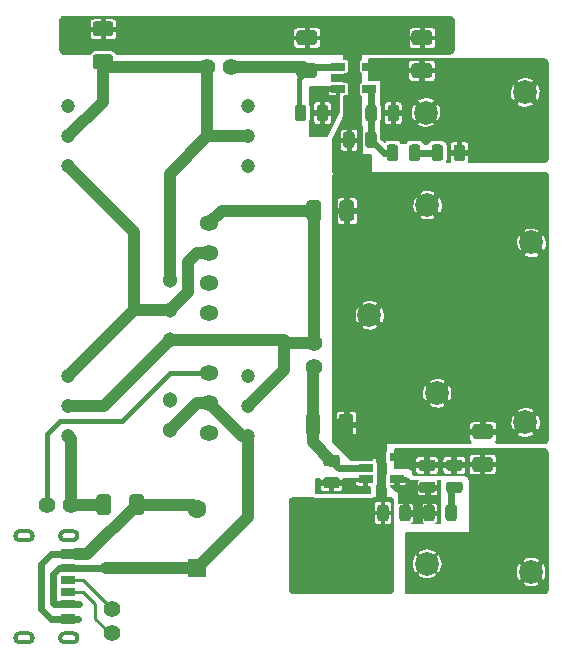
<source format=gbr>
G04 #@! TF.GenerationSoftware,KiCad,Pcbnew,(5.1.7)-1*
G04 #@! TF.CreationDate,2021-05-24T20:06:32+02:00*
G04 #@! TF.ProjectId,dcdcdc,64636463-6463-42e6-9b69-6361645f7063,rev?*
G04 #@! TF.SameCoordinates,Original*
G04 #@! TF.FileFunction,Copper,L1,Top*
G04 #@! TF.FilePolarity,Positive*
%FSLAX46Y46*%
G04 Gerber Fmt 4.6, Leading zero omitted, Abs format (unit mm)*
G04 Created by KiCad (PCBNEW (5.1.7)-1) date 2021-05-24 20:06:32*
%MOMM*%
%LPD*%
G01*
G04 APERTURE LIST*
G04 #@! TA.AperFunction,EtchedComponent*
%ADD10C,0.010000*%
G04 #@! TD*
G04 #@! TA.AperFunction,ComponentPad*
%ADD11C,1.400000*%
G04 #@! TD*
G04 #@! TA.AperFunction,ComponentPad*
%ADD12C,1.200000*%
G04 #@! TD*
G04 #@! TA.AperFunction,ComponentPad*
%ADD13C,1.600000*%
G04 #@! TD*
G04 #@! TA.AperFunction,ComponentPad*
%ADD14R,1.600000X1.600000*%
G04 #@! TD*
G04 #@! TA.AperFunction,SMDPad,CuDef*
%ADD15R,0.200000X0.200000*%
G04 #@! TD*
G04 #@! TA.AperFunction,SMDPad,CuDef*
%ADD16R,1.150000X0.700000*%
G04 #@! TD*
G04 #@! TA.AperFunction,SMDPad,CuDef*
%ADD17R,1.150000X0.800000*%
G04 #@! TD*
G04 #@! TA.AperFunction,SMDPad,CuDef*
%ADD18R,1.150000X0.900000*%
G04 #@! TD*
G04 #@! TA.AperFunction,ComponentPad*
%ADD19O,1.600000X1.300000*%
G04 #@! TD*
G04 #@! TA.AperFunction,ComponentPad*
%ADD20C,1.303000*%
G04 #@! TD*
G04 #@! TA.AperFunction,ComponentPad*
%ADD21C,2.000000*%
G04 #@! TD*
G04 #@! TA.AperFunction,ComponentPad*
%ADD22C,1.998980*%
G04 #@! TD*
G04 #@! TA.AperFunction,SMDPad,CuDef*
%ADD23R,1.220000X0.650000*%
G04 #@! TD*
G04 #@! TA.AperFunction,ViaPad*
%ADD24C,0.800000*%
G04 #@! TD*
G04 #@! TA.AperFunction,ViaPad*
%ADD25C,0.600000*%
G04 #@! TD*
G04 #@! TA.AperFunction,Conductor*
%ADD26C,0.250000*%
G04 #@! TD*
G04 #@! TA.AperFunction,Conductor*
%ADD27C,0.600000*%
G04 #@! TD*
G04 #@! TA.AperFunction,Conductor*
%ADD28C,1.000000*%
G04 #@! TD*
G04 #@! TA.AperFunction,Conductor*
%ADD29C,0.400000*%
G04 #@! TD*
G04 #@! TA.AperFunction,Conductor*
%ADD30C,0.254000*%
G04 #@! TD*
G04 #@! TA.AperFunction,Conductor*
%ADD31C,0.100000*%
G04 #@! TD*
G04 #@! TA.AperFunction,Conductor*
%ADD32C,0.200000*%
G04 #@! TD*
G04 APERTURE END LIST*
D10*
G36*
X1524000Y-55880000D02*
G01*
X1874000Y-55880000D01*
X1887084Y-55879657D01*
X1900132Y-55878630D01*
X1913109Y-55876922D01*
X1925978Y-55874537D01*
X1938705Y-55871481D01*
X1951254Y-55867764D01*
X1963592Y-55863395D01*
X1975684Y-55858386D01*
X1987498Y-55852752D01*
X1999000Y-55846506D01*
X2010160Y-55839668D01*
X2020946Y-55832254D01*
X2031330Y-55824286D01*
X2041283Y-55815786D01*
X2050777Y-55806777D01*
X2059786Y-55797283D01*
X2068286Y-55787330D01*
X2076254Y-55776946D01*
X2083668Y-55766160D01*
X2090506Y-55755000D01*
X2096752Y-55743498D01*
X2102386Y-55731684D01*
X2107395Y-55719592D01*
X2111764Y-55707254D01*
X2115481Y-55694705D01*
X2118537Y-55681978D01*
X2120922Y-55669109D01*
X2122630Y-55656132D01*
X2123657Y-55643084D01*
X2124000Y-55630000D01*
X2123657Y-55616916D01*
X2122630Y-55603868D01*
X2120922Y-55590891D01*
X2118537Y-55578022D01*
X2115481Y-55565295D01*
X2111764Y-55552746D01*
X2107395Y-55540408D01*
X2102386Y-55528316D01*
X2096752Y-55516502D01*
X2090506Y-55505000D01*
X2083668Y-55493840D01*
X2076254Y-55483054D01*
X2068286Y-55472670D01*
X2059786Y-55462717D01*
X2050777Y-55453223D01*
X2041283Y-55444214D01*
X2031330Y-55435714D01*
X2020946Y-55427746D01*
X2010160Y-55420332D01*
X1999000Y-55413494D01*
X1987498Y-55407248D01*
X1975684Y-55401614D01*
X1963592Y-55396605D01*
X1951254Y-55392236D01*
X1938705Y-55388519D01*
X1925978Y-55385463D01*
X1913109Y-55383078D01*
X1900132Y-55381370D01*
X1887084Y-55380343D01*
X1874000Y-55380000D01*
X1174000Y-55380000D01*
X1160916Y-55380343D01*
X1147868Y-55381370D01*
X1134891Y-55383078D01*
X1122022Y-55385463D01*
X1109295Y-55388519D01*
X1096746Y-55392236D01*
X1084408Y-55396605D01*
X1072316Y-55401614D01*
X1060502Y-55407248D01*
X1049000Y-55413494D01*
X1037840Y-55420332D01*
X1027054Y-55427746D01*
X1016670Y-55435714D01*
X1006717Y-55444214D01*
X997223Y-55453223D01*
X988214Y-55462717D01*
X979714Y-55472670D01*
X971746Y-55483054D01*
X964332Y-55493840D01*
X957494Y-55505000D01*
X951248Y-55516502D01*
X945614Y-55528316D01*
X940605Y-55540408D01*
X936236Y-55552746D01*
X932519Y-55565295D01*
X929463Y-55578022D01*
X927078Y-55590891D01*
X925370Y-55603868D01*
X924343Y-55616916D01*
X924000Y-55630000D01*
X924343Y-55643084D01*
X925370Y-55656132D01*
X927078Y-55669109D01*
X929463Y-55681978D01*
X932519Y-55694705D01*
X936236Y-55707254D01*
X940605Y-55719592D01*
X945614Y-55731684D01*
X951248Y-55743498D01*
X957494Y-55755000D01*
X964332Y-55766160D01*
X971746Y-55776946D01*
X979714Y-55787330D01*
X988214Y-55797283D01*
X997223Y-55806777D01*
X1006717Y-55815786D01*
X1016670Y-55824286D01*
X1027054Y-55832254D01*
X1037840Y-55839668D01*
X1049000Y-55846506D01*
X1060502Y-55852752D01*
X1072316Y-55858386D01*
X1084408Y-55863395D01*
X1096746Y-55867764D01*
X1109295Y-55871481D01*
X1122022Y-55874537D01*
X1134891Y-55876922D01*
X1147868Y-55878630D01*
X1160916Y-55879657D01*
X1174000Y-55880000D01*
X1514000Y-55880000D01*
X1514000Y-56130000D01*
X1174000Y-56130000D01*
X1147832Y-56129315D01*
X1121736Y-56127261D01*
X1095783Y-56123844D01*
X1070044Y-56119074D01*
X1044590Y-56112963D01*
X1019492Y-56105528D01*
X994816Y-56096790D01*
X970632Y-56086773D01*
X947005Y-56075503D01*
X924000Y-56063013D01*
X901680Y-56049335D01*
X880107Y-56034508D01*
X859340Y-56018573D01*
X839435Y-56001572D01*
X820447Y-55983553D01*
X802428Y-55964565D01*
X785427Y-55944660D01*
X769492Y-55923893D01*
X754665Y-55902320D01*
X740987Y-55880000D01*
X728497Y-55856995D01*
X717227Y-55833368D01*
X707210Y-55809184D01*
X698472Y-55784508D01*
X691037Y-55759410D01*
X684926Y-55733956D01*
X680156Y-55708217D01*
X676739Y-55682264D01*
X674685Y-55656168D01*
X674000Y-55630000D01*
X674685Y-55603832D01*
X676739Y-55577736D01*
X680156Y-55551783D01*
X684926Y-55526044D01*
X691037Y-55500590D01*
X698472Y-55475492D01*
X707210Y-55450816D01*
X717227Y-55426632D01*
X728497Y-55403005D01*
X740987Y-55380000D01*
X754665Y-55357680D01*
X769492Y-55336107D01*
X785427Y-55315340D01*
X802428Y-55295435D01*
X820447Y-55276447D01*
X839435Y-55258428D01*
X859340Y-55241427D01*
X880107Y-55225492D01*
X901680Y-55210665D01*
X924000Y-55196987D01*
X947005Y-55184497D01*
X970632Y-55173227D01*
X994816Y-55163210D01*
X1019492Y-55154472D01*
X1044590Y-55147037D01*
X1070044Y-55140926D01*
X1095783Y-55136156D01*
X1121736Y-55132739D01*
X1147832Y-55130685D01*
X1174000Y-55130000D01*
X1874000Y-55130000D01*
X1900168Y-55130685D01*
X1926264Y-55132739D01*
X1952217Y-55136156D01*
X1977956Y-55140926D01*
X2003410Y-55147037D01*
X2028508Y-55154472D01*
X2053184Y-55163210D01*
X2077368Y-55173227D01*
X2100995Y-55184497D01*
X2124000Y-55196987D01*
X2146320Y-55210665D01*
X2167893Y-55225492D01*
X2188660Y-55241427D01*
X2208565Y-55258428D01*
X2227553Y-55276447D01*
X2245572Y-55295435D01*
X2262573Y-55315340D01*
X2278508Y-55336107D01*
X2293335Y-55357680D01*
X2307013Y-55380000D01*
X2319503Y-55403005D01*
X2330773Y-55426632D01*
X2340790Y-55450816D01*
X2349528Y-55475492D01*
X2356963Y-55500590D01*
X2363074Y-55526044D01*
X2367844Y-55551783D01*
X2371261Y-55577736D01*
X2373315Y-55603832D01*
X2374000Y-55630000D01*
X2373315Y-55656168D01*
X2371261Y-55682264D01*
X2367844Y-55708217D01*
X2363074Y-55733956D01*
X2356963Y-55759410D01*
X2349528Y-55784508D01*
X2340790Y-55809184D01*
X2330773Y-55833368D01*
X2319503Y-55856995D01*
X2307013Y-55880000D01*
X2293335Y-55902320D01*
X2278508Y-55923893D01*
X2262573Y-55944660D01*
X2245572Y-55964565D01*
X2227553Y-55983553D01*
X2208565Y-56001572D01*
X2188660Y-56018573D01*
X2167893Y-56034508D01*
X2146320Y-56049335D01*
X2124000Y-56063013D01*
X2100995Y-56075503D01*
X2077368Y-56086773D01*
X2053184Y-56096790D01*
X2028508Y-56105528D01*
X2003410Y-56112963D01*
X1977956Y-56119074D01*
X1952217Y-56123844D01*
X1926264Y-56127261D01*
X1900168Y-56129315D01*
X1874000Y-56130000D01*
X1524000Y-56130000D01*
X1524000Y-55880000D01*
G37*
X1524000Y-55880000D02*
X1874000Y-55880000D01*
X1887084Y-55879657D01*
X1900132Y-55878630D01*
X1913109Y-55876922D01*
X1925978Y-55874537D01*
X1938705Y-55871481D01*
X1951254Y-55867764D01*
X1963592Y-55863395D01*
X1975684Y-55858386D01*
X1987498Y-55852752D01*
X1999000Y-55846506D01*
X2010160Y-55839668D01*
X2020946Y-55832254D01*
X2031330Y-55824286D01*
X2041283Y-55815786D01*
X2050777Y-55806777D01*
X2059786Y-55797283D01*
X2068286Y-55787330D01*
X2076254Y-55776946D01*
X2083668Y-55766160D01*
X2090506Y-55755000D01*
X2096752Y-55743498D01*
X2102386Y-55731684D01*
X2107395Y-55719592D01*
X2111764Y-55707254D01*
X2115481Y-55694705D01*
X2118537Y-55681978D01*
X2120922Y-55669109D01*
X2122630Y-55656132D01*
X2123657Y-55643084D01*
X2124000Y-55630000D01*
X2123657Y-55616916D01*
X2122630Y-55603868D01*
X2120922Y-55590891D01*
X2118537Y-55578022D01*
X2115481Y-55565295D01*
X2111764Y-55552746D01*
X2107395Y-55540408D01*
X2102386Y-55528316D01*
X2096752Y-55516502D01*
X2090506Y-55505000D01*
X2083668Y-55493840D01*
X2076254Y-55483054D01*
X2068286Y-55472670D01*
X2059786Y-55462717D01*
X2050777Y-55453223D01*
X2041283Y-55444214D01*
X2031330Y-55435714D01*
X2020946Y-55427746D01*
X2010160Y-55420332D01*
X1999000Y-55413494D01*
X1987498Y-55407248D01*
X1975684Y-55401614D01*
X1963592Y-55396605D01*
X1951254Y-55392236D01*
X1938705Y-55388519D01*
X1925978Y-55385463D01*
X1913109Y-55383078D01*
X1900132Y-55381370D01*
X1887084Y-55380343D01*
X1874000Y-55380000D01*
X1174000Y-55380000D01*
X1160916Y-55380343D01*
X1147868Y-55381370D01*
X1134891Y-55383078D01*
X1122022Y-55385463D01*
X1109295Y-55388519D01*
X1096746Y-55392236D01*
X1084408Y-55396605D01*
X1072316Y-55401614D01*
X1060502Y-55407248D01*
X1049000Y-55413494D01*
X1037840Y-55420332D01*
X1027054Y-55427746D01*
X1016670Y-55435714D01*
X1006717Y-55444214D01*
X997223Y-55453223D01*
X988214Y-55462717D01*
X979714Y-55472670D01*
X971746Y-55483054D01*
X964332Y-55493840D01*
X957494Y-55505000D01*
X951248Y-55516502D01*
X945614Y-55528316D01*
X940605Y-55540408D01*
X936236Y-55552746D01*
X932519Y-55565295D01*
X929463Y-55578022D01*
X927078Y-55590891D01*
X925370Y-55603868D01*
X924343Y-55616916D01*
X924000Y-55630000D01*
X924343Y-55643084D01*
X925370Y-55656132D01*
X927078Y-55669109D01*
X929463Y-55681978D01*
X932519Y-55694705D01*
X936236Y-55707254D01*
X940605Y-55719592D01*
X945614Y-55731684D01*
X951248Y-55743498D01*
X957494Y-55755000D01*
X964332Y-55766160D01*
X971746Y-55776946D01*
X979714Y-55787330D01*
X988214Y-55797283D01*
X997223Y-55806777D01*
X1006717Y-55815786D01*
X1016670Y-55824286D01*
X1027054Y-55832254D01*
X1037840Y-55839668D01*
X1049000Y-55846506D01*
X1060502Y-55852752D01*
X1072316Y-55858386D01*
X1084408Y-55863395D01*
X1096746Y-55867764D01*
X1109295Y-55871481D01*
X1122022Y-55874537D01*
X1134891Y-55876922D01*
X1147868Y-55878630D01*
X1160916Y-55879657D01*
X1174000Y-55880000D01*
X1514000Y-55880000D01*
X1514000Y-56130000D01*
X1174000Y-56130000D01*
X1147832Y-56129315D01*
X1121736Y-56127261D01*
X1095783Y-56123844D01*
X1070044Y-56119074D01*
X1044590Y-56112963D01*
X1019492Y-56105528D01*
X994816Y-56096790D01*
X970632Y-56086773D01*
X947005Y-56075503D01*
X924000Y-56063013D01*
X901680Y-56049335D01*
X880107Y-56034508D01*
X859340Y-56018573D01*
X839435Y-56001572D01*
X820447Y-55983553D01*
X802428Y-55964565D01*
X785427Y-55944660D01*
X769492Y-55923893D01*
X754665Y-55902320D01*
X740987Y-55880000D01*
X728497Y-55856995D01*
X717227Y-55833368D01*
X707210Y-55809184D01*
X698472Y-55784508D01*
X691037Y-55759410D01*
X684926Y-55733956D01*
X680156Y-55708217D01*
X676739Y-55682264D01*
X674685Y-55656168D01*
X674000Y-55630000D01*
X674685Y-55603832D01*
X676739Y-55577736D01*
X680156Y-55551783D01*
X684926Y-55526044D01*
X691037Y-55500590D01*
X698472Y-55475492D01*
X707210Y-55450816D01*
X717227Y-55426632D01*
X728497Y-55403005D01*
X740987Y-55380000D01*
X754665Y-55357680D01*
X769492Y-55336107D01*
X785427Y-55315340D01*
X802428Y-55295435D01*
X820447Y-55276447D01*
X839435Y-55258428D01*
X859340Y-55241427D01*
X880107Y-55225492D01*
X901680Y-55210665D01*
X924000Y-55196987D01*
X947005Y-55184497D01*
X970632Y-55173227D01*
X994816Y-55163210D01*
X1019492Y-55154472D01*
X1044590Y-55147037D01*
X1070044Y-55140926D01*
X1095783Y-55136156D01*
X1121736Y-55132739D01*
X1147832Y-55130685D01*
X1174000Y-55130000D01*
X1874000Y-55130000D01*
X1900168Y-55130685D01*
X1926264Y-55132739D01*
X1952217Y-55136156D01*
X1977956Y-55140926D01*
X2003410Y-55147037D01*
X2028508Y-55154472D01*
X2053184Y-55163210D01*
X2077368Y-55173227D01*
X2100995Y-55184497D01*
X2124000Y-55196987D01*
X2146320Y-55210665D01*
X2167893Y-55225492D01*
X2188660Y-55241427D01*
X2208565Y-55258428D01*
X2227553Y-55276447D01*
X2245572Y-55295435D01*
X2262573Y-55315340D01*
X2278508Y-55336107D01*
X2293335Y-55357680D01*
X2307013Y-55380000D01*
X2319503Y-55403005D01*
X2330773Y-55426632D01*
X2340790Y-55450816D01*
X2349528Y-55475492D01*
X2356963Y-55500590D01*
X2363074Y-55526044D01*
X2367844Y-55551783D01*
X2371261Y-55577736D01*
X2373315Y-55603832D01*
X2374000Y-55630000D01*
X2373315Y-55656168D01*
X2371261Y-55682264D01*
X2367844Y-55708217D01*
X2363074Y-55733956D01*
X2356963Y-55759410D01*
X2349528Y-55784508D01*
X2340790Y-55809184D01*
X2330773Y-55833368D01*
X2319503Y-55856995D01*
X2307013Y-55880000D01*
X2293335Y-55902320D01*
X2278508Y-55923893D01*
X2262573Y-55944660D01*
X2245572Y-55964565D01*
X2227553Y-55983553D01*
X2208565Y-56001572D01*
X2188660Y-56018573D01*
X2167893Y-56034508D01*
X2146320Y-56049335D01*
X2124000Y-56063013D01*
X2100995Y-56075503D01*
X2077368Y-56086773D01*
X2053184Y-56096790D01*
X2028508Y-56105528D01*
X2003410Y-56112963D01*
X1977956Y-56119074D01*
X1952217Y-56123844D01*
X1926264Y-56127261D01*
X1900168Y-56129315D01*
X1874000Y-56130000D01*
X1524000Y-56130000D01*
X1524000Y-55880000D01*
G36*
X1524000Y-47240000D02*
G01*
X1874000Y-47240000D01*
X1887084Y-47239657D01*
X1900132Y-47238630D01*
X1913109Y-47236922D01*
X1925978Y-47234537D01*
X1938705Y-47231481D01*
X1951254Y-47227764D01*
X1963592Y-47223395D01*
X1975684Y-47218386D01*
X1987498Y-47212752D01*
X1999000Y-47206506D01*
X2010160Y-47199668D01*
X2020946Y-47192254D01*
X2031330Y-47184286D01*
X2041283Y-47175786D01*
X2050777Y-47166777D01*
X2059786Y-47157283D01*
X2068286Y-47147330D01*
X2076254Y-47136946D01*
X2083668Y-47126160D01*
X2090506Y-47115000D01*
X2096752Y-47103498D01*
X2102386Y-47091684D01*
X2107395Y-47079592D01*
X2111764Y-47067254D01*
X2115481Y-47054705D01*
X2118537Y-47041978D01*
X2120922Y-47029109D01*
X2122630Y-47016132D01*
X2123657Y-47003084D01*
X2124000Y-46990000D01*
X2123657Y-46976916D01*
X2122630Y-46963868D01*
X2120922Y-46950891D01*
X2118537Y-46938022D01*
X2115481Y-46925295D01*
X2111764Y-46912746D01*
X2107395Y-46900408D01*
X2102386Y-46888316D01*
X2096752Y-46876502D01*
X2090506Y-46865000D01*
X2083668Y-46853840D01*
X2076254Y-46843054D01*
X2068286Y-46832670D01*
X2059786Y-46822717D01*
X2050777Y-46813223D01*
X2041283Y-46804214D01*
X2031330Y-46795714D01*
X2020946Y-46787746D01*
X2010160Y-46780332D01*
X1999000Y-46773494D01*
X1987498Y-46767248D01*
X1975684Y-46761614D01*
X1963592Y-46756605D01*
X1951254Y-46752236D01*
X1938705Y-46748519D01*
X1925978Y-46745463D01*
X1913109Y-46743078D01*
X1900132Y-46741370D01*
X1887084Y-46740343D01*
X1874000Y-46740000D01*
X1174000Y-46740000D01*
X1160916Y-46740343D01*
X1147868Y-46741370D01*
X1134891Y-46743078D01*
X1122022Y-46745463D01*
X1109295Y-46748519D01*
X1096746Y-46752236D01*
X1084408Y-46756605D01*
X1072316Y-46761614D01*
X1060502Y-46767248D01*
X1049000Y-46773494D01*
X1037840Y-46780332D01*
X1027054Y-46787746D01*
X1016670Y-46795714D01*
X1006717Y-46804214D01*
X997223Y-46813223D01*
X988214Y-46822717D01*
X979714Y-46832670D01*
X971746Y-46843054D01*
X964332Y-46853840D01*
X957494Y-46865000D01*
X951248Y-46876502D01*
X945614Y-46888316D01*
X940605Y-46900408D01*
X936236Y-46912746D01*
X932519Y-46925295D01*
X929463Y-46938022D01*
X927078Y-46950891D01*
X925370Y-46963868D01*
X924343Y-46976916D01*
X924000Y-46990000D01*
X924343Y-47003084D01*
X925370Y-47016132D01*
X927078Y-47029109D01*
X929463Y-47041978D01*
X932519Y-47054705D01*
X936236Y-47067254D01*
X940605Y-47079592D01*
X945614Y-47091684D01*
X951248Y-47103498D01*
X957494Y-47115000D01*
X964332Y-47126160D01*
X971746Y-47136946D01*
X979714Y-47147330D01*
X988214Y-47157283D01*
X997223Y-47166777D01*
X1006717Y-47175786D01*
X1016670Y-47184286D01*
X1027054Y-47192254D01*
X1037840Y-47199668D01*
X1049000Y-47206506D01*
X1060502Y-47212752D01*
X1072316Y-47218386D01*
X1084408Y-47223395D01*
X1096746Y-47227764D01*
X1109295Y-47231481D01*
X1122022Y-47234537D01*
X1134891Y-47236922D01*
X1147868Y-47238630D01*
X1160916Y-47239657D01*
X1174000Y-47240000D01*
X1514000Y-47240000D01*
X1514000Y-47490000D01*
X1174000Y-47490000D01*
X1147832Y-47489315D01*
X1121736Y-47487261D01*
X1095783Y-47483844D01*
X1070044Y-47479074D01*
X1044590Y-47472963D01*
X1019492Y-47465528D01*
X994816Y-47456790D01*
X970632Y-47446773D01*
X947005Y-47435503D01*
X924000Y-47423013D01*
X901680Y-47409335D01*
X880107Y-47394508D01*
X859340Y-47378573D01*
X839435Y-47361572D01*
X820447Y-47343553D01*
X802428Y-47324565D01*
X785427Y-47304660D01*
X769492Y-47283893D01*
X754665Y-47262320D01*
X740987Y-47240000D01*
X728497Y-47216995D01*
X717227Y-47193368D01*
X707210Y-47169184D01*
X698472Y-47144508D01*
X691037Y-47119410D01*
X684926Y-47093956D01*
X680156Y-47068217D01*
X676739Y-47042264D01*
X674685Y-47016168D01*
X674000Y-46990000D01*
X674685Y-46963832D01*
X676739Y-46937736D01*
X680156Y-46911783D01*
X684926Y-46886044D01*
X691037Y-46860590D01*
X698472Y-46835492D01*
X707210Y-46810816D01*
X717227Y-46786632D01*
X728497Y-46763005D01*
X740987Y-46740000D01*
X754665Y-46717680D01*
X769492Y-46696107D01*
X785427Y-46675340D01*
X802428Y-46655435D01*
X820447Y-46636447D01*
X839435Y-46618428D01*
X859340Y-46601427D01*
X880107Y-46585492D01*
X901680Y-46570665D01*
X924000Y-46556987D01*
X947005Y-46544497D01*
X970632Y-46533227D01*
X994816Y-46523210D01*
X1019492Y-46514472D01*
X1044590Y-46507037D01*
X1070044Y-46500926D01*
X1095783Y-46496156D01*
X1121736Y-46492739D01*
X1147832Y-46490685D01*
X1174000Y-46490000D01*
X1874000Y-46490000D01*
X1900168Y-46490685D01*
X1926264Y-46492739D01*
X1952217Y-46496156D01*
X1977956Y-46500926D01*
X2003410Y-46507037D01*
X2028508Y-46514472D01*
X2053184Y-46523210D01*
X2077368Y-46533227D01*
X2100995Y-46544497D01*
X2124000Y-46556987D01*
X2146320Y-46570665D01*
X2167893Y-46585492D01*
X2188660Y-46601427D01*
X2208565Y-46618428D01*
X2227553Y-46636447D01*
X2245572Y-46655435D01*
X2262573Y-46675340D01*
X2278508Y-46696107D01*
X2293335Y-46717680D01*
X2307013Y-46740000D01*
X2319503Y-46763005D01*
X2330773Y-46786632D01*
X2340790Y-46810816D01*
X2349528Y-46835492D01*
X2356963Y-46860590D01*
X2363074Y-46886044D01*
X2367844Y-46911783D01*
X2371261Y-46937736D01*
X2373315Y-46963832D01*
X2374000Y-46990000D01*
X2373315Y-47016168D01*
X2371261Y-47042264D01*
X2367844Y-47068217D01*
X2363074Y-47093956D01*
X2356963Y-47119410D01*
X2349528Y-47144508D01*
X2340790Y-47169184D01*
X2330773Y-47193368D01*
X2319503Y-47216995D01*
X2307013Y-47240000D01*
X2293335Y-47262320D01*
X2278508Y-47283893D01*
X2262573Y-47304660D01*
X2245572Y-47324565D01*
X2227553Y-47343553D01*
X2208565Y-47361572D01*
X2188660Y-47378573D01*
X2167893Y-47394508D01*
X2146320Y-47409335D01*
X2124000Y-47423013D01*
X2100995Y-47435503D01*
X2077368Y-47446773D01*
X2053184Y-47456790D01*
X2028508Y-47465528D01*
X2003410Y-47472963D01*
X1977956Y-47479074D01*
X1952217Y-47483844D01*
X1926264Y-47487261D01*
X1900168Y-47489315D01*
X1874000Y-47490000D01*
X1524000Y-47490000D01*
X1524000Y-47240000D01*
G37*
X1524000Y-47240000D02*
X1874000Y-47240000D01*
X1887084Y-47239657D01*
X1900132Y-47238630D01*
X1913109Y-47236922D01*
X1925978Y-47234537D01*
X1938705Y-47231481D01*
X1951254Y-47227764D01*
X1963592Y-47223395D01*
X1975684Y-47218386D01*
X1987498Y-47212752D01*
X1999000Y-47206506D01*
X2010160Y-47199668D01*
X2020946Y-47192254D01*
X2031330Y-47184286D01*
X2041283Y-47175786D01*
X2050777Y-47166777D01*
X2059786Y-47157283D01*
X2068286Y-47147330D01*
X2076254Y-47136946D01*
X2083668Y-47126160D01*
X2090506Y-47115000D01*
X2096752Y-47103498D01*
X2102386Y-47091684D01*
X2107395Y-47079592D01*
X2111764Y-47067254D01*
X2115481Y-47054705D01*
X2118537Y-47041978D01*
X2120922Y-47029109D01*
X2122630Y-47016132D01*
X2123657Y-47003084D01*
X2124000Y-46990000D01*
X2123657Y-46976916D01*
X2122630Y-46963868D01*
X2120922Y-46950891D01*
X2118537Y-46938022D01*
X2115481Y-46925295D01*
X2111764Y-46912746D01*
X2107395Y-46900408D01*
X2102386Y-46888316D01*
X2096752Y-46876502D01*
X2090506Y-46865000D01*
X2083668Y-46853840D01*
X2076254Y-46843054D01*
X2068286Y-46832670D01*
X2059786Y-46822717D01*
X2050777Y-46813223D01*
X2041283Y-46804214D01*
X2031330Y-46795714D01*
X2020946Y-46787746D01*
X2010160Y-46780332D01*
X1999000Y-46773494D01*
X1987498Y-46767248D01*
X1975684Y-46761614D01*
X1963592Y-46756605D01*
X1951254Y-46752236D01*
X1938705Y-46748519D01*
X1925978Y-46745463D01*
X1913109Y-46743078D01*
X1900132Y-46741370D01*
X1887084Y-46740343D01*
X1874000Y-46740000D01*
X1174000Y-46740000D01*
X1160916Y-46740343D01*
X1147868Y-46741370D01*
X1134891Y-46743078D01*
X1122022Y-46745463D01*
X1109295Y-46748519D01*
X1096746Y-46752236D01*
X1084408Y-46756605D01*
X1072316Y-46761614D01*
X1060502Y-46767248D01*
X1049000Y-46773494D01*
X1037840Y-46780332D01*
X1027054Y-46787746D01*
X1016670Y-46795714D01*
X1006717Y-46804214D01*
X997223Y-46813223D01*
X988214Y-46822717D01*
X979714Y-46832670D01*
X971746Y-46843054D01*
X964332Y-46853840D01*
X957494Y-46865000D01*
X951248Y-46876502D01*
X945614Y-46888316D01*
X940605Y-46900408D01*
X936236Y-46912746D01*
X932519Y-46925295D01*
X929463Y-46938022D01*
X927078Y-46950891D01*
X925370Y-46963868D01*
X924343Y-46976916D01*
X924000Y-46990000D01*
X924343Y-47003084D01*
X925370Y-47016132D01*
X927078Y-47029109D01*
X929463Y-47041978D01*
X932519Y-47054705D01*
X936236Y-47067254D01*
X940605Y-47079592D01*
X945614Y-47091684D01*
X951248Y-47103498D01*
X957494Y-47115000D01*
X964332Y-47126160D01*
X971746Y-47136946D01*
X979714Y-47147330D01*
X988214Y-47157283D01*
X997223Y-47166777D01*
X1006717Y-47175786D01*
X1016670Y-47184286D01*
X1027054Y-47192254D01*
X1037840Y-47199668D01*
X1049000Y-47206506D01*
X1060502Y-47212752D01*
X1072316Y-47218386D01*
X1084408Y-47223395D01*
X1096746Y-47227764D01*
X1109295Y-47231481D01*
X1122022Y-47234537D01*
X1134891Y-47236922D01*
X1147868Y-47238630D01*
X1160916Y-47239657D01*
X1174000Y-47240000D01*
X1514000Y-47240000D01*
X1514000Y-47490000D01*
X1174000Y-47490000D01*
X1147832Y-47489315D01*
X1121736Y-47487261D01*
X1095783Y-47483844D01*
X1070044Y-47479074D01*
X1044590Y-47472963D01*
X1019492Y-47465528D01*
X994816Y-47456790D01*
X970632Y-47446773D01*
X947005Y-47435503D01*
X924000Y-47423013D01*
X901680Y-47409335D01*
X880107Y-47394508D01*
X859340Y-47378573D01*
X839435Y-47361572D01*
X820447Y-47343553D01*
X802428Y-47324565D01*
X785427Y-47304660D01*
X769492Y-47283893D01*
X754665Y-47262320D01*
X740987Y-47240000D01*
X728497Y-47216995D01*
X717227Y-47193368D01*
X707210Y-47169184D01*
X698472Y-47144508D01*
X691037Y-47119410D01*
X684926Y-47093956D01*
X680156Y-47068217D01*
X676739Y-47042264D01*
X674685Y-47016168D01*
X674000Y-46990000D01*
X674685Y-46963832D01*
X676739Y-46937736D01*
X680156Y-46911783D01*
X684926Y-46886044D01*
X691037Y-46860590D01*
X698472Y-46835492D01*
X707210Y-46810816D01*
X717227Y-46786632D01*
X728497Y-46763005D01*
X740987Y-46740000D01*
X754665Y-46717680D01*
X769492Y-46696107D01*
X785427Y-46675340D01*
X802428Y-46655435D01*
X820447Y-46636447D01*
X839435Y-46618428D01*
X859340Y-46601427D01*
X880107Y-46585492D01*
X901680Y-46570665D01*
X924000Y-46556987D01*
X947005Y-46544497D01*
X970632Y-46533227D01*
X994816Y-46523210D01*
X1019492Y-46514472D01*
X1044590Y-46507037D01*
X1070044Y-46500926D01*
X1095783Y-46496156D01*
X1121736Y-46492739D01*
X1147832Y-46490685D01*
X1174000Y-46490000D01*
X1874000Y-46490000D01*
X1900168Y-46490685D01*
X1926264Y-46492739D01*
X1952217Y-46496156D01*
X1977956Y-46500926D01*
X2003410Y-46507037D01*
X2028508Y-46514472D01*
X2053184Y-46523210D01*
X2077368Y-46533227D01*
X2100995Y-46544497D01*
X2124000Y-46556987D01*
X2146320Y-46570665D01*
X2167893Y-46585492D01*
X2188660Y-46601427D01*
X2208565Y-46618428D01*
X2227553Y-46636447D01*
X2245572Y-46655435D01*
X2262573Y-46675340D01*
X2278508Y-46696107D01*
X2293335Y-46717680D01*
X2307013Y-46740000D01*
X2319503Y-46763005D01*
X2330773Y-46786632D01*
X2340790Y-46810816D01*
X2349528Y-46835492D01*
X2356963Y-46860590D01*
X2363074Y-46886044D01*
X2367844Y-46911783D01*
X2371261Y-46937736D01*
X2373315Y-46963832D01*
X2374000Y-46990000D01*
X2373315Y-47016168D01*
X2371261Y-47042264D01*
X2367844Y-47068217D01*
X2363074Y-47093956D01*
X2356963Y-47119410D01*
X2349528Y-47144508D01*
X2340790Y-47169184D01*
X2330773Y-47193368D01*
X2319503Y-47216995D01*
X2307013Y-47240000D01*
X2293335Y-47262320D01*
X2278508Y-47283893D01*
X2262573Y-47304660D01*
X2245572Y-47324565D01*
X2227553Y-47343553D01*
X2208565Y-47361572D01*
X2188660Y-47378573D01*
X2167893Y-47394508D01*
X2146320Y-47409335D01*
X2124000Y-47423013D01*
X2100995Y-47435503D01*
X2077368Y-47446773D01*
X2053184Y-47456790D01*
X2028508Y-47465528D01*
X2003410Y-47472963D01*
X1977956Y-47479074D01*
X1952217Y-47483844D01*
X1926264Y-47487261D01*
X1900168Y-47489315D01*
X1874000Y-47490000D01*
X1524000Y-47490000D01*
X1524000Y-47240000D01*
G36*
X5324000Y-55880000D02*
G01*
X5674000Y-55880000D01*
X5687084Y-55879657D01*
X5700132Y-55878630D01*
X5713109Y-55876922D01*
X5725978Y-55874537D01*
X5738705Y-55871481D01*
X5751254Y-55867764D01*
X5763592Y-55863395D01*
X5775684Y-55858386D01*
X5787498Y-55852752D01*
X5799000Y-55846506D01*
X5810160Y-55839668D01*
X5820946Y-55832254D01*
X5831330Y-55824286D01*
X5841283Y-55815786D01*
X5850777Y-55806777D01*
X5859786Y-55797283D01*
X5868286Y-55787330D01*
X5876254Y-55776946D01*
X5883668Y-55766160D01*
X5890506Y-55755000D01*
X5896752Y-55743498D01*
X5902386Y-55731684D01*
X5907395Y-55719592D01*
X5911764Y-55707254D01*
X5915481Y-55694705D01*
X5918537Y-55681978D01*
X5920922Y-55669109D01*
X5922630Y-55656132D01*
X5923657Y-55643084D01*
X5924000Y-55630000D01*
X5923657Y-55616916D01*
X5922630Y-55603868D01*
X5920922Y-55590891D01*
X5918537Y-55578022D01*
X5915481Y-55565295D01*
X5911764Y-55552746D01*
X5907395Y-55540408D01*
X5902386Y-55528316D01*
X5896752Y-55516502D01*
X5890506Y-55505000D01*
X5883668Y-55493840D01*
X5876254Y-55483054D01*
X5868286Y-55472670D01*
X5859786Y-55462717D01*
X5850777Y-55453223D01*
X5841283Y-55444214D01*
X5831330Y-55435714D01*
X5820946Y-55427746D01*
X5810160Y-55420332D01*
X5799000Y-55413494D01*
X5787498Y-55407248D01*
X5775684Y-55401614D01*
X5763592Y-55396605D01*
X5751254Y-55392236D01*
X5738705Y-55388519D01*
X5725978Y-55385463D01*
X5713109Y-55383078D01*
X5700132Y-55381370D01*
X5687084Y-55380343D01*
X5674000Y-55380000D01*
X4974000Y-55380000D01*
X4960916Y-55380343D01*
X4947868Y-55381370D01*
X4934891Y-55383078D01*
X4922022Y-55385463D01*
X4909295Y-55388519D01*
X4896746Y-55392236D01*
X4884408Y-55396605D01*
X4872316Y-55401614D01*
X4860502Y-55407248D01*
X4849000Y-55413494D01*
X4837840Y-55420332D01*
X4827054Y-55427746D01*
X4816670Y-55435714D01*
X4806717Y-55444214D01*
X4797223Y-55453223D01*
X4788214Y-55462717D01*
X4779714Y-55472670D01*
X4771746Y-55483054D01*
X4764332Y-55493840D01*
X4757494Y-55505000D01*
X4751248Y-55516502D01*
X4745614Y-55528316D01*
X4740605Y-55540408D01*
X4736236Y-55552746D01*
X4732519Y-55565295D01*
X4729463Y-55578022D01*
X4727078Y-55590891D01*
X4725370Y-55603868D01*
X4724343Y-55616916D01*
X4724000Y-55630000D01*
X4724343Y-55643084D01*
X4725370Y-55656132D01*
X4727078Y-55669109D01*
X4729463Y-55681978D01*
X4732519Y-55694705D01*
X4736236Y-55707254D01*
X4740605Y-55719592D01*
X4745614Y-55731684D01*
X4751248Y-55743498D01*
X4757494Y-55755000D01*
X4764332Y-55766160D01*
X4771746Y-55776946D01*
X4779714Y-55787330D01*
X4788214Y-55797283D01*
X4797223Y-55806777D01*
X4806717Y-55815786D01*
X4816670Y-55824286D01*
X4827054Y-55832254D01*
X4837840Y-55839668D01*
X4849000Y-55846506D01*
X4860502Y-55852752D01*
X4872316Y-55858386D01*
X4884408Y-55863395D01*
X4896746Y-55867764D01*
X4909295Y-55871481D01*
X4922022Y-55874537D01*
X4934891Y-55876922D01*
X4947868Y-55878630D01*
X4960916Y-55879657D01*
X4974000Y-55880000D01*
X5314000Y-55880000D01*
X5314000Y-56130000D01*
X4974000Y-56130000D01*
X4947832Y-56129315D01*
X4921736Y-56127261D01*
X4895783Y-56123844D01*
X4870044Y-56119074D01*
X4844590Y-56112963D01*
X4819492Y-56105528D01*
X4794816Y-56096790D01*
X4770632Y-56086773D01*
X4747005Y-56075503D01*
X4724000Y-56063013D01*
X4701680Y-56049335D01*
X4680107Y-56034508D01*
X4659340Y-56018573D01*
X4639435Y-56001572D01*
X4620447Y-55983553D01*
X4602428Y-55964565D01*
X4585427Y-55944660D01*
X4569492Y-55923893D01*
X4554665Y-55902320D01*
X4540987Y-55880000D01*
X4528497Y-55856995D01*
X4517227Y-55833368D01*
X4507210Y-55809184D01*
X4498472Y-55784508D01*
X4491037Y-55759410D01*
X4484926Y-55733956D01*
X4480156Y-55708217D01*
X4476739Y-55682264D01*
X4474685Y-55656168D01*
X4474000Y-55630000D01*
X4474685Y-55603832D01*
X4476739Y-55577736D01*
X4480156Y-55551783D01*
X4484926Y-55526044D01*
X4491037Y-55500590D01*
X4498472Y-55475492D01*
X4507210Y-55450816D01*
X4517227Y-55426632D01*
X4528497Y-55403005D01*
X4540987Y-55380000D01*
X4554665Y-55357680D01*
X4569492Y-55336107D01*
X4585427Y-55315340D01*
X4602428Y-55295435D01*
X4620447Y-55276447D01*
X4639435Y-55258428D01*
X4659340Y-55241427D01*
X4680107Y-55225492D01*
X4701680Y-55210665D01*
X4724000Y-55196987D01*
X4747005Y-55184497D01*
X4770632Y-55173227D01*
X4794816Y-55163210D01*
X4819492Y-55154472D01*
X4844590Y-55147037D01*
X4870044Y-55140926D01*
X4895783Y-55136156D01*
X4921736Y-55132739D01*
X4947832Y-55130685D01*
X4974000Y-55130000D01*
X5674000Y-55130000D01*
X5700168Y-55130685D01*
X5726264Y-55132739D01*
X5752217Y-55136156D01*
X5777956Y-55140926D01*
X5803410Y-55147037D01*
X5828508Y-55154472D01*
X5853184Y-55163210D01*
X5877368Y-55173227D01*
X5900995Y-55184497D01*
X5924000Y-55196987D01*
X5946320Y-55210665D01*
X5967893Y-55225492D01*
X5988660Y-55241427D01*
X6008565Y-55258428D01*
X6027553Y-55276447D01*
X6045572Y-55295435D01*
X6062573Y-55315340D01*
X6078508Y-55336107D01*
X6093335Y-55357680D01*
X6107013Y-55380000D01*
X6119503Y-55403005D01*
X6130773Y-55426632D01*
X6140790Y-55450816D01*
X6149528Y-55475492D01*
X6156963Y-55500590D01*
X6163074Y-55526044D01*
X6167844Y-55551783D01*
X6171261Y-55577736D01*
X6173315Y-55603832D01*
X6174000Y-55630000D01*
X6173315Y-55656168D01*
X6171261Y-55682264D01*
X6167844Y-55708217D01*
X6163074Y-55733956D01*
X6156963Y-55759410D01*
X6149528Y-55784508D01*
X6140790Y-55809184D01*
X6130773Y-55833368D01*
X6119503Y-55856995D01*
X6107013Y-55880000D01*
X6093335Y-55902320D01*
X6078508Y-55923893D01*
X6062573Y-55944660D01*
X6045572Y-55964565D01*
X6027553Y-55983553D01*
X6008565Y-56001572D01*
X5988660Y-56018573D01*
X5967893Y-56034508D01*
X5946320Y-56049335D01*
X5924000Y-56063013D01*
X5900995Y-56075503D01*
X5877368Y-56086773D01*
X5853184Y-56096790D01*
X5828508Y-56105528D01*
X5803410Y-56112963D01*
X5777956Y-56119074D01*
X5752217Y-56123844D01*
X5726264Y-56127261D01*
X5700168Y-56129315D01*
X5674000Y-56130000D01*
X5324000Y-56130000D01*
X5324000Y-55880000D01*
G37*
X5324000Y-55880000D02*
X5674000Y-55880000D01*
X5687084Y-55879657D01*
X5700132Y-55878630D01*
X5713109Y-55876922D01*
X5725978Y-55874537D01*
X5738705Y-55871481D01*
X5751254Y-55867764D01*
X5763592Y-55863395D01*
X5775684Y-55858386D01*
X5787498Y-55852752D01*
X5799000Y-55846506D01*
X5810160Y-55839668D01*
X5820946Y-55832254D01*
X5831330Y-55824286D01*
X5841283Y-55815786D01*
X5850777Y-55806777D01*
X5859786Y-55797283D01*
X5868286Y-55787330D01*
X5876254Y-55776946D01*
X5883668Y-55766160D01*
X5890506Y-55755000D01*
X5896752Y-55743498D01*
X5902386Y-55731684D01*
X5907395Y-55719592D01*
X5911764Y-55707254D01*
X5915481Y-55694705D01*
X5918537Y-55681978D01*
X5920922Y-55669109D01*
X5922630Y-55656132D01*
X5923657Y-55643084D01*
X5924000Y-55630000D01*
X5923657Y-55616916D01*
X5922630Y-55603868D01*
X5920922Y-55590891D01*
X5918537Y-55578022D01*
X5915481Y-55565295D01*
X5911764Y-55552746D01*
X5907395Y-55540408D01*
X5902386Y-55528316D01*
X5896752Y-55516502D01*
X5890506Y-55505000D01*
X5883668Y-55493840D01*
X5876254Y-55483054D01*
X5868286Y-55472670D01*
X5859786Y-55462717D01*
X5850777Y-55453223D01*
X5841283Y-55444214D01*
X5831330Y-55435714D01*
X5820946Y-55427746D01*
X5810160Y-55420332D01*
X5799000Y-55413494D01*
X5787498Y-55407248D01*
X5775684Y-55401614D01*
X5763592Y-55396605D01*
X5751254Y-55392236D01*
X5738705Y-55388519D01*
X5725978Y-55385463D01*
X5713109Y-55383078D01*
X5700132Y-55381370D01*
X5687084Y-55380343D01*
X5674000Y-55380000D01*
X4974000Y-55380000D01*
X4960916Y-55380343D01*
X4947868Y-55381370D01*
X4934891Y-55383078D01*
X4922022Y-55385463D01*
X4909295Y-55388519D01*
X4896746Y-55392236D01*
X4884408Y-55396605D01*
X4872316Y-55401614D01*
X4860502Y-55407248D01*
X4849000Y-55413494D01*
X4837840Y-55420332D01*
X4827054Y-55427746D01*
X4816670Y-55435714D01*
X4806717Y-55444214D01*
X4797223Y-55453223D01*
X4788214Y-55462717D01*
X4779714Y-55472670D01*
X4771746Y-55483054D01*
X4764332Y-55493840D01*
X4757494Y-55505000D01*
X4751248Y-55516502D01*
X4745614Y-55528316D01*
X4740605Y-55540408D01*
X4736236Y-55552746D01*
X4732519Y-55565295D01*
X4729463Y-55578022D01*
X4727078Y-55590891D01*
X4725370Y-55603868D01*
X4724343Y-55616916D01*
X4724000Y-55630000D01*
X4724343Y-55643084D01*
X4725370Y-55656132D01*
X4727078Y-55669109D01*
X4729463Y-55681978D01*
X4732519Y-55694705D01*
X4736236Y-55707254D01*
X4740605Y-55719592D01*
X4745614Y-55731684D01*
X4751248Y-55743498D01*
X4757494Y-55755000D01*
X4764332Y-55766160D01*
X4771746Y-55776946D01*
X4779714Y-55787330D01*
X4788214Y-55797283D01*
X4797223Y-55806777D01*
X4806717Y-55815786D01*
X4816670Y-55824286D01*
X4827054Y-55832254D01*
X4837840Y-55839668D01*
X4849000Y-55846506D01*
X4860502Y-55852752D01*
X4872316Y-55858386D01*
X4884408Y-55863395D01*
X4896746Y-55867764D01*
X4909295Y-55871481D01*
X4922022Y-55874537D01*
X4934891Y-55876922D01*
X4947868Y-55878630D01*
X4960916Y-55879657D01*
X4974000Y-55880000D01*
X5314000Y-55880000D01*
X5314000Y-56130000D01*
X4974000Y-56130000D01*
X4947832Y-56129315D01*
X4921736Y-56127261D01*
X4895783Y-56123844D01*
X4870044Y-56119074D01*
X4844590Y-56112963D01*
X4819492Y-56105528D01*
X4794816Y-56096790D01*
X4770632Y-56086773D01*
X4747005Y-56075503D01*
X4724000Y-56063013D01*
X4701680Y-56049335D01*
X4680107Y-56034508D01*
X4659340Y-56018573D01*
X4639435Y-56001572D01*
X4620447Y-55983553D01*
X4602428Y-55964565D01*
X4585427Y-55944660D01*
X4569492Y-55923893D01*
X4554665Y-55902320D01*
X4540987Y-55880000D01*
X4528497Y-55856995D01*
X4517227Y-55833368D01*
X4507210Y-55809184D01*
X4498472Y-55784508D01*
X4491037Y-55759410D01*
X4484926Y-55733956D01*
X4480156Y-55708217D01*
X4476739Y-55682264D01*
X4474685Y-55656168D01*
X4474000Y-55630000D01*
X4474685Y-55603832D01*
X4476739Y-55577736D01*
X4480156Y-55551783D01*
X4484926Y-55526044D01*
X4491037Y-55500590D01*
X4498472Y-55475492D01*
X4507210Y-55450816D01*
X4517227Y-55426632D01*
X4528497Y-55403005D01*
X4540987Y-55380000D01*
X4554665Y-55357680D01*
X4569492Y-55336107D01*
X4585427Y-55315340D01*
X4602428Y-55295435D01*
X4620447Y-55276447D01*
X4639435Y-55258428D01*
X4659340Y-55241427D01*
X4680107Y-55225492D01*
X4701680Y-55210665D01*
X4724000Y-55196987D01*
X4747005Y-55184497D01*
X4770632Y-55173227D01*
X4794816Y-55163210D01*
X4819492Y-55154472D01*
X4844590Y-55147037D01*
X4870044Y-55140926D01*
X4895783Y-55136156D01*
X4921736Y-55132739D01*
X4947832Y-55130685D01*
X4974000Y-55130000D01*
X5674000Y-55130000D01*
X5700168Y-55130685D01*
X5726264Y-55132739D01*
X5752217Y-55136156D01*
X5777956Y-55140926D01*
X5803410Y-55147037D01*
X5828508Y-55154472D01*
X5853184Y-55163210D01*
X5877368Y-55173227D01*
X5900995Y-55184497D01*
X5924000Y-55196987D01*
X5946320Y-55210665D01*
X5967893Y-55225492D01*
X5988660Y-55241427D01*
X6008565Y-55258428D01*
X6027553Y-55276447D01*
X6045572Y-55295435D01*
X6062573Y-55315340D01*
X6078508Y-55336107D01*
X6093335Y-55357680D01*
X6107013Y-55380000D01*
X6119503Y-55403005D01*
X6130773Y-55426632D01*
X6140790Y-55450816D01*
X6149528Y-55475492D01*
X6156963Y-55500590D01*
X6163074Y-55526044D01*
X6167844Y-55551783D01*
X6171261Y-55577736D01*
X6173315Y-55603832D01*
X6174000Y-55630000D01*
X6173315Y-55656168D01*
X6171261Y-55682264D01*
X6167844Y-55708217D01*
X6163074Y-55733956D01*
X6156963Y-55759410D01*
X6149528Y-55784508D01*
X6140790Y-55809184D01*
X6130773Y-55833368D01*
X6119503Y-55856995D01*
X6107013Y-55880000D01*
X6093335Y-55902320D01*
X6078508Y-55923893D01*
X6062573Y-55944660D01*
X6045572Y-55964565D01*
X6027553Y-55983553D01*
X6008565Y-56001572D01*
X5988660Y-56018573D01*
X5967893Y-56034508D01*
X5946320Y-56049335D01*
X5924000Y-56063013D01*
X5900995Y-56075503D01*
X5877368Y-56086773D01*
X5853184Y-56096790D01*
X5828508Y-56105528D01*
X5803410Y-56112963D01*
X5777956Y-56119074D01*
X5752217Y-56123844D01*
X5726264Y-56127261D01*
X5700168Y-56129315D01*
X5674000Y-56130000D01*
X5324000Y-56130000D01*
X5324000Y-55880000D01*
G36*
X5324000Y-47240000D02*
G01*
X5674000Y-47240000D01*
X5687084Y-47239657D01*
X5700132Y-47238630D01*
X5713109Y-47236922D01*
X5725978Y-47234537D01*
X5738705Y-47231481D01*
X5751254Y-47227764D01*
X5763592Y-47223395D01*
X5775684Y-47218386D01*
X5787498Y-47212752D01*
X5799000Y-47206506D01*
X5810160Y-47199668D01*
X5820946Y-47192254D01*
X5831330Y-47184286D01*
X5841283Y-47175786D01*
X5850777Y-47166777D01*
X5859786Y-47157283D01*
X5868286Y-47147330D01*
X5876254Y-47136946D01*
X5883668Y-47126160D01*
X5890506Y-47115000D01*
X5896752Y-47103498D01*
X5902386Y-47091684D01*
X5907395Y-47079592D01*
X5911764Y-47067254D01*
X5915481Y-47054705D01*
X5918537Y-47041978D01*
X5920922Y-47029109D01*
X5922630Y-47016132D01*
X5923657Y-47003084D01*
X5924000Y-46990000D01*
X5923657Y-46976916D01*
X5922630Y-46963868D01*
X5920922Y-46950891D01*
X5918537Y-46938022D01*
X5915481Y-46925295D01*
X5911764Y-46912746D01*
X5907395Y-46900408D01*
X5902386Y-46888316D01*
X5896752Y-46876502D01*
X5890506Y-46865000D01*
X5883668Y-46853840D01*
X5876254Y-46843054D01*
X5868286Y-46832670D01*
X5859786Y-46822717D01*
X5850777Y-46813223D01*
X5841283Y-46804214D01*
X5831330Y-46795714D01*
X5820946Y-46787746D01*
X5810160Y-46780332D01*
X5799000Y-46773494D01*
X5787498Y-46767248D01*
X5775684Y-46761614D01*
X5763592Y-46756605D01*
X5751254Y-46752236D01*
X5738705Y-46748519D01*
X5725978Y-46745463D01*
X5713109Y-46743078D01*
X5700132Y-46741370D01*
X5687084Y-46740343D01*
X5674000Y-46740000D01*
X4974000Y-46740000D01*
X4960916Y-46740343D01*
X4947868Y-46741370D01*
X4934891Y-46743078D01*
X4922022Y-46745463D01*
X4909295Y-46748519D01*
X4896746Y-46752236D01*
X4884408Y-46756605D01*
X4872316Y-46761614D01*
X4860502Y-46767248D01*
X4849000Y-46773494D01*
X4837840Y-46780332D01*
X4827054Y-46787746D01*
X4816670Y-46795714D01*
X4806717Y-46804214D01*
X4797223Y-46813223D01*
X4788214Y-46822717D01*
X4779714Y-46832670D01*
X4771746Y-46843054D01*
X4764332Y-46853840D01*
X4757494Y-46865000D01*
X4751248Y-46876502D01*
X4745614Y-46888316D01*
X4740605Y-46900408D01*
X4736236Y-46912746D01*
X4732519Y-46925295D01*
X4729463Y-46938022D01*
X4727078Y-46950891D01*
X4725370Y-46963868D01*
X4724343Y-46976916D01*
X4724000Y-46990000D01*
X4724343Y-47003084D01*
X4725370Y-47016132D01*
X4727078Y-47029109D01*
X4729463Y-47041978D01*
X4732519Y-47054705D01*
X4736236Y-47067254D01*
X4740605Y-47079592D01*
X4745614Y-47091684D01*
X4751248Y-47103498D01*
X4757494Y-47115000D01*
X4764332Y-47126160D01*
X4771746Y-47136946D01*
X4779714Y-47147330D01*
X4788214Y-47157283D01*
X4797223Y-47166777D01*
X4806717Y-47175786D01*
X4816670Y-47184286D01*
X4827054Y-47192254D01*
X4837840Y-47199668D01*
X4849000Y-47206506D01*
X4860502Y-47212752D01*
X4872316Y-47218386D01*
X4884408Y-47223395D01*
X4896746Y-47227764D01*
X4909295Y-47231481D01*
X4922022Y-47234537D01*
X4934891Y-47236922D01*
X4947868Y-47238630D01*
X4960916Y-47239657D01*
X4974000Y-47240000D01*
X5314000Y-47240000D01*
X5314000Y-47490000D01*
X4974000Y-47490000D01*
X4947832Y-47489315D01*
X4921736Y-47487261D01*
X4895783Y-47483844D01*
X4870044Y-47479074D01*
X4844590Y-47472963D01*
X4819492Y-47465528D01*
X4794816Y-47456790D01*
X4770632Y-47446773D01*
X4747005Y-47435503D01*
X4724000Y-47423013D01*
X4701680Y-47409335D01*
X4680107Y-47394508D01*
X4659340Y-47378573D01*
X4639435Y-47361572D01*
X4620447Y-47343553D01*
X4602428Y-47324565D01*
X4585427Y-47304660D01*
X4569492Y-47283893D01*
X4554665Y-47262320D01*
X4540987Y-47240000D01*
X4528497Y-47216995D01*
X4517227Y-47193368D01*
X4507210Y-47169184D01*
X4498472Y-47144508D01*
X4491037Y-47119410D01*
X4484926Y-47093956D01*
X4480156Y-47068217D01*
X4476739Y-47042264D01*
X4474685Y-47016168D01*
X4474000Y-46990000D01*
X4474685Y-46963832D01*
X4476739Y-46937736D01*
X4480156Y-46911783D01*
X4484926Y-46886044D01*
X4491037Y-46860590D01*
X4498472Y-46835492D01*
X4507210Y-46810816D01*
X4517227Y-46786632D01*
X4528497Y-46763005D01*
X4540987Y-46740000D01*
X4554665Y-46717680D01*
X4569492Y-46696107D01*
X4585427Y-46675340D01*
X4602428Y-46655435D01*
X4620447Y-46636447D01*
X4639435Y-46618428D01*
X4659340Y-46601427D01*
X4680107Y-46585492D01*
X4701680Y-46570665D01*
X4724000Y-46556987D01*
X4747005Y-46544497D01*
X4770632Y-46533227D01*
X4794816Y-46523210D01*
X4819492Y-46514472D01*
X4844590Y-46507037D01*
X4870044Y-46500926D01*
X4895783Y-46496156D01*
X4921736Y-46492739D01*
X4947832Y-46490685D01*
X4974000Y-46490000D01*
X5674000Y-46490000D01*
X5700168Y-46490685D01*
X5726264Y-46492739D01*
X5752217Y-46496156D01*
X5777956Y-46500926D01*
X5803410Y-46507037D01*
X5828508Y-46514472D01*
X5853184Y-46523210D01*
X5877368Y-46533227D01*
X5900995Y-46544497D01*
X5924000Y-46556987D01*
X5946320Y-46570665D01*
X5967893Y-46585492D01*
X5988660Y-46601427D01*
X6008565Y-46618428D01*
X6027553Y-46636447D01*
X6045572Y-46655435D01*
X6062573Y-46675340D01*
X6078508Y-46696107D01*
X6093335Y-46717680D01*
X6107013Y-46740000D01*
X6119503Y-46763005D01*
X6130773Y-46786632D01*
X6140790Y-46810816D01*
X6149528Y-46835492D01*
X6156963Y-46860590D01*
X6163074Y-46886044D01*
X6167844Y-46911783D01*
X6171261Y-46937736D01*
X6173315Y-46963832D01*
X6174000Y-46990000D01*
X6173315Y-47016168D01*
X6171261Y-47042264D01*
X6167844Y-47068217D01*
X6163074Y-47093956D01*
X6156963Y-47119410D01*
X6149528Y-47144508D01*
X6140790Y-47169184D01*
X6130773Y-47193368D01*
X6119503Y-47216995D01*
X6107013Y-47240000D01*
X6093335Y-47262320D01*
X6078508Y-47283893D01*
X6062573Y-47304660D01*
X6045572Y-47324565D01*
X6027553Y-47343553D01*
X6008565Y-47361572D01*
X5988660Y-47378573D01*
X5967893Y-47394508D01*
X5946320Y-47409335D01*
X5924000Y-47423013D01*
X5900995Y-47435503D01*
X5877368Y-47446773D01*
X5853184Y-47456790D01*
X5828508Y-47465528D01*
X5803410Y-47472963D01*
X5777956Y-47479074D01*
X5752217Y-47483844D01*
X5726264Y-47487261D01*
X5700168Y-47489315D01*
X5674000Y-47490000D01*
X5324000Y-47490000D01*
X5324000Y-47240000D01*
G37*
X5324000Y-47240000D02*
X5674000Y-47240000D01*
X5687084Y-47239657D01*
X5700132Y-47238630D01*
X5713109Y-47236922D01*
X5725978Y-47234537D01*
X5738705Y-47231481D01*
X5751254Y-47227764D01*
X5763592Y-47223395D01*
X5775684Y-47218386D01*
X5787498Y-47212752D01*
X5799000Y-47206506D01*
X5810160Y-47199668D01*
X5820946Y-47192254D01*
X5831330Y-47184286D01*
X5841283Y-47175786D01*
X5850777Y-47166777D01*
X5859786Y-47157283D01*
X5868286Y-47147330D01*
X5876254Y-47136946D01*
X5883668Y-47126160D01*
X5890506Y-47115000D01*
X5896752Y-47103498D01*
X5902386Y-47091684D01*
X5907395Y-47079592D01*
X5911764Y-47067254D01*
X5915481Y-47054705D01*
X5918537Y-47041978D01*
X5920922Y-47029109D01*
X5922630Y-47016132D01*
X5923657Y-47003084D01*
X5924000Y-46990000D01*
X5923657Y-46976916D01*
X5922630Y-46963868D01*
X5920922Y-46950891D01*
X5918537Y-46938022D01*
X5915481Y-46925295D01*
X5911764Y-46912746D01*
X5907395Y-46900408D01*
X5902386Y-46888316D01*
X5896752Y-46876502D01*
X5890506Y-46865000D01*
X5883668Y-46853840D01*
X5876254Y-46843054D01*
X5868286Y-46832670D01*
X5859786Y-46822717D01*
X5850777Y-46813223D01*
X5841283Y-46804214D01*
X5831330Y-46795714D01*
X5820946Y-46787746D01*
X5810160Y-46780332D01*
X5799000Y-46773494D01*
X5787498Y-46767248D01*
X5775684Y-46761614D01*
X5763592Y-46756605D01*
X5751254Y-46752236D01*
X5738705Y-46748519D01*
X5725978Y-46745463D01*
X5713109Y-46743078D01*
X5700132Y-46741370D01*
X5687084Y-46740343D01*
X5674000Y-46740000D01*
X4974000Y-46740000D01*
X4960916Y-46740343D01*
X4947868Y-46741370D01*
X4934891Y-46743078D01*
X4922022Y-46745463D01*
X4909295Y-46748519D01*
X4896746Y-46752236D01*
X4884408Y-46756605D01*
X4872316Y-46761614D01*
X4860502Y-46767248D01*
X4849000Y-46773494D01*
X4837840Y-46780332D01*
X4827054Y-46787746D01*
X4816670Y-46795714D01*
X4806717Y-46804214D01*
X4797223Y-46813223D01*
X4788214Y-46822717D01*
X4779714Y-46832670D01*
X4771746Y-46843054D01*
X4764332Y-46853840D01*
X4757494Y-46865000D01*
X4751248Y-46876502D01*
X4745614Y-46888316D01*
X4740605Y-46900408D01*
X4736236Y-46912746D01*
X4732519Y-46925295D01*
X4729463Y-46938022D01*
X4727078Y-46950891D01*
X4725370Y-46963868D01*
X4724343Y-46976916D01*
X4724000Y-46990000D01*
X4724343Y-47003084D01*
X4725370Y-47016132D01*
X4727078Y-47029109D01*
X4729463Y-47041978D01*
X4732519Y-47054705D01*
X4736236Y-47067254D01*
X4740605Y-47079592D01*
X4745614Y-47091684D01*
X4751248Y-47103498D01*
X4757494Y-47115000D01*
X4764332Y-47126160D01*
X4771746Y-47136946D01*
X4779714Y-47147330D01*
X4788214Y-47157283D01*
X4797223Y-47166777D01*
X4806717Y-47175786D01*
X4816670Y-47184286D01*
X4827054Y-47192254D01*
X4837840Y-47199668D01*
X4849000Y-47206506D01*
X4860502Y-47212752D01*
X4872316Y-47218386D01*
X4884408Y-47223395D01*
X4896746Y-47227764D01*
X4909295Y-47231481D01*
X4922022Y-47234537D01*
X4934891Y-47236922D01*
X4947868Y-47238630D01*
X4960916Y-47239657D01*
X4974000Y-47240000D01*
X5314000Y-47240000D01*
X5314000Y-47490000D01*
X4974000Y-47490000D01*
X4947832Y-47489315D01*
X4921736Y-47487261D01*
X4895783Y-47483844D01*
X4870044Y-47479074D01*
X4844590Y-47472963D01*
X4819492Y-47465528D01*
X4794816Y-47456790D01*
X4770632Y-47446773D01*
X4747005Y-47435503D01*
X4724000Y-47423013D01*
X4701680Y-47409335D01*
X4680107Y-47394508D01*
X4659340Y-47378573D01*
X4639435Y-47361572D01*
X4620447Y-47343553D01*
X4602428Y-47324565D01*
X4585427Y-47304660D01*
X4569492Y-47283893D01*
X4554665Y-47262320D01*
X4540987Y-47240000D01*
X4528497Y-47216995D01*
X4517227Y-47193368D01*
X4507210Y-47169184D01*
X4498472Y-47144508D01*
X4491037Y-47119410D01*
X4484926Y-47093956D01*
X4480156Y-47068217D01*
X4476739Y-47042264D01*
X4474685Y-47016168D01*
X4474000Y-46990000D01*
X4474685Y-46963832D01*
X4476739Y-46937736D01*
X4480156Y-46911783D01*
X4484926Y-46886044D01*
X4491037Y-46860590D01*
X4498472Y-46835492D01*
X4507210Y-46810816D01*
X4517227Y-46786632D01*
X4528497Y-46763005D01*
X4540987Y-46740000D01*
X4554665Y-46717680D01*
X4569492Y-46696107D01*
X4585427Y-46675340D01*
X4602428Y-46655435D01*
X4620447Y-46636447D01*
X4639435Y-46618428D01*
X4659340Y-46601427D01*
X4680107Y-46585492D01*
X4701680Y-46570665D01*
X4724000Y-46556987D01*
X4747005Y-46544497D01*
X4770632Y-46533227D01*
X4794816Y-46523210D01*
X4819492Y-46514472D01*
X4844590Y-46507037D01*
X4870044Y-46500926D01*
X4895783Y-46496156D01*
X4921736Y-46492739D01*
X4947832Y-46490685D01*
X4974000Y-46490000D01*
X5674000Y-46490000D01*
X5700168Y-46490685D01*
X5726264Y-46492739D01*
X5752217Y-46496156D01*
X5777956Y-46500926D01*
X5803410Y-46507037D01*
X5828508Y-46514472D01*
X5853184Y-46523210D01*
X5877368Y-46533227D01*
X5900995Y-46544497D01*
X5924000Y-46556987D01*
X5946320Y-46570665D01*
X5967893Y-46585492D01*
X5988660Y-46601427D01*
X6008565Y-46618428D01*
X6027553Y-46636447D01*
X6045572Y-46655435D01*
X6062573Y-46675340D01*
X6078508Y-46696107D01*
X6093335Y-46717680D01*
X6107013Y-46740000D01*
X6119503Y-46763005D01*
X6130773Y-46786632D01*
X6140790Y-46810816D01*
X6149528Y-46835492D01*
X6156963Y-46860590D01*
X6163074Y-46886044D01*
X6167844Y-46911783D01*
X6171261Y-46937736D01*
X6173315Y-46963832D01*
X6174000Y-46990000D01*
X6173315Y-47016168D01*
X6171261Y-47042264D01*
X6167844Y-47068217D01*
X6163074Y-47093956D01*
X6156963Y-47119410D01*
X6149528Y-47144508D01*
X6140790Y-47169184D01*
X6130773Y-47193368D01*
X6119503Y-47216995D01*
X6107013Y-47240000D01*
X6093335Y-47262320D01*
X6078508Y-47283893D01*
X6062573Y-47304660D01*
X6045572Y-47324565D01*
X6027553Y-47343553D01*
X6008565Y-47361572D01*
X5988660Y-47378573D01*
X5967893Y-47394508D01*
X5946320Y-47409335D01*
X5924000Y-47423013D01*
X5900995Y-47435503D01*
X5877368Y-47446773D01*
X5853184Y-47456790D01*
X5828508Y-47465528D01*
X5803410Y-47472963D01*
X5777956Y-47479074D01*
X5752217Y-47483844D01*
X5726264Y-47487261D01*
X5700168Y-47489315D01*
X5674000Y-47490000D01*
X5324000Y-47490000D01*
X5324000Y-47240000D01*
G04 #@! TA.AperFunction,SMDPad,CuDef*
G36*
G01*
X8875000Y-4725000D02*
X7625000Y-4725000D01*
G75*
G02*
X7375000Y-4475000I0J250000D01*
G01*
X7375000Y-3725000D01*
G75*
G02*
X7625000Y-3475000I250000J0D01*
G01*
X8875000Y-3475000D01*
G75*
G02*
X9125000Y-3725000I0J-250000D01*
G01*
X9125000Y-4475000D01*
G75*
G02*
X8875000Y-4725000I-250000J0D01*
G01*
G37*
G04 #@! TD.AperFunction*
G04 #@! TA.AperFunction,SMDPad,CuDef*
G36*
G01*
X8875000Y-7525000D02*
X7625000Y-7525000D01*
G75*
G02*
X7375000Y-7275000I0J250000D01*
G01*
X7375000Y-6525000D01*
G75*
G02*
X7625000Y-6275000I250000J0D01*
G01*
X8875000Y-6275000D01*
G75*
G02*
X9125000Y-6525000I0J-250000D01*
G01*
X9125000Y-7275000D01*
G75*
G02*
X8875000Y-7525000I-250000J0D01*
G01*
G37*
G04 #@! TD.AperFunction*
G04 #@! TA.AperFunction,SMDPad,CuDef*
G36*
G01*
X26725000Y-18875000D02*
X26725000Y-20125000D01*
G75*
G02*
X26475000Y-20375000I-250000J0D01*
G01*
X25725000Y-20375000D01*
G75*
G02*
X25475000Y-20125000I0J250000D01*
G01*
X25475000Y-18875000D01*
G75*
G02*
X25725000Y-18625000I250000J0D01*
G01*
X26475000Y-18625000D01*
G75*
G02*
X26725000Y-18875000I0J-250000D01*
G01*
G37*
G04 #@! TD.AperFunction*
G04 #@! TA.AperFunction,SMDPad,CuDef*
G36*
G01*
X29525000Y-18875000D02*
X29525000Y-20125000D01*
G75*
G02*
X29275000Y-20375000I-250000J0D01*
G01*
X28525000Y-20375000D01*
G75*
G02*
X28275000Y-20125000I0J250000D01*
G01*
X28275000Y-18875000D01*
G75*
G02*
X28525000Y-18625000I250000J0D01*
G01*
X29275000Y-18625000D01*
G75*
G02*
X29525000Y-18875000I0J-250000D01*
G01*
G37*
G04 #@! TD.AperFunction*
D11*
X9017000Y-53245000D03*
X9017000Y-55245000D03*
G04 #@! TA.AperFunction,SMDPad,CuDef*
G36*
G01*
X10490500Y-45011500D02*
X10490500Y-43761500D01*
G75*
G02*
X10740500Y-43511500I250000J0D01*
G01*
X11490500Y-43511500D01*
G75*
G02*
X11740500Y-43761500I0J-250000D01*
G01*
X11740500Y-45011500D01*
G75*
G02*
X11490500Y-45261500I-250000J0D01*
G01*
X10740500Y-45261500D01*
G75*
G02*
X10490500Y-45011500I0J250000D01*
G01*
G37*
G04 #@! TD.AperFunction*
G04 #@! TA.AperFunction,SMDPad,CuDef*
G36*
G01*
X7690500Y-45011500D02*
X7690500Y-43761500D01*
G75*
G02*
X7940500Y-43511500I250000J0D01*
G01*
X8690500Y-43511500D01*
G75*
G02*
X8940500Y-43761500I0J-250000D01*
G01*
X8940500Y-45011500D01*
G75*
G02*
X8690500Y-45261500I-250000J0D01*
G01*
X7940500Y-45261500D01*
G75*
G02*
X7690500Y-45011500I0J250000D01*
G01*
G37*
G04 #@! TD.AperFunction*
X26098500Y-32734000D03*
X26098500Y-30734000D03*
X19081500Y-7302500D03*
X17081500Y-7302500D03*
X3524500Y-44450000D03*
X5524500Y-44450000D03*
D12*
X20574000Y-38608000D03*
X20574000Y-36068000D03*
X20574000Y-33528000D03*
X20574000Y-15748000D03*
X20574000Y-13208000D03*
X20574000Y-10668000D03*
X5334000Y-10668000D03*
X5334000Y-13208000D03*
X5334000Y-15748000D03*
X5334000Y-33528000D03*
X5334000Y-36068000D03*
X5334000Y-38608000D03*
D13*
X16256000Y-44784000D03*
D14*
X16256000Y-49784000D03*
D15*
X5324000Y-46615000D03*
X5324000Y-55255000D03*
X1524000Y-46615000D03*
X1524000Y-55255000D03*
D16*
X5324000Y-51810000D03*
X5324000Y-50810000D03*
D17*
X5324000Y-49790000D03*
X5324000Y-52830000D03*
D18*
X5324000Y-48560000D03*
X5324000Y-54060000D03*
D19*
X17272000Y-20574000D03*
X17272000Y-23114000D03*
X17272000Y-25654000D03*
X17272000Y-28194000D03*
X17272000Y-33274000D03*
X17272000Y-35814000D03*
X17272000Y-38354000D03*
D20*
X13970000Y-25400000D03*
X13970000Y-27940000D03*
X13970000Y-30480000D03*
X13970000Y-35560000D03*
X13970000Y-38100000D03*
D21*
X30797500Y-28321000D03*
G04 #@! TA.AperFunction,SMDPad,CuDef*
G36*
G01*
X36350000Y-44643750D02*
X36350000Y-45556250D01*
G75*
G02*
X36106250Y-45800000I-243750J0D01*
G01*
X35618750Y-45800000D01*
G75*
G02*
X35375000Y-45556250I0J243750D01*
G01*
X35375000Y-44643750D01*
G75*
G02*
X35618750Y-44400000I243750J0D01*
G01*
X36106250Y-44400000D01*
G75*
G02*
X36350000Y-44643750I0J-243750D01*
G01*
G37*
G04 #@! TD.AperFunction*
G04 #@! TA.AperFunction,SMDPad,CuDef*
G36*
G01*
X38225000Y-44643750D02*
X38225000Y-45556250D01*
G75*
G02*
X37981250Y-45800000I-243750J0D01*
G01*
X37493750Y-45800000D01*
G75*
G02*
X37250000Y-45556250I0J243750D01*
G01*
X37250000Y-44643750D01*
G75*
G02*
X37493750Y-44400000I243750J0D01*
G01*
X37981250Y-44400000D01*
G75*
G02*
X38225000Y-44643750I0J-243750D01*
G01*
G37*
G04 #@! TD.AperFunction*
G04 #@! TA.AperFunction,SMDPad,CuDef*
G36*
G01*
X33250000Y-14143750D02*
X33250000Y-15056250D01*
G75*
G02*
X33006250Y-15300000I-243750J0D01*
G01*
X32518750Y-15300000D01*
G75*
G02*
X32275000Y-15056250I0J243750D01*
G01*
X32275000Y-14143750D01*
G75*
G02*
X32518750Y-13900000I243750J0D01*
G01*
X33006250Y-13900000D01*
G75*
G02*
X33250000Y-14143750I0J-243750D01*
G01*
G37*
G04 #@! TD.AperFunction*
G04 #@! TA.AperFunction,SMDPad,CuDef*
G36*
G01*
X35125000Y-14143750D02*
X35125000Y-15056250D01*
G75*
G02*
X34881250Y-15300000I-243750J0D01*
G01*
X34393750Y-15300000D01*
G75*
G02*
X34150000Y-15056250I0J243750D01*
G01*
X34150000Y-14143750D01*
G75*
G02*
X34393750Y-13900000I243750J0D01*
G01*
X34881250Y-13900000D01*
G75*
G02*
X35125000Y-14143750I0J-243750D01*
G01*
G37*
G04 #@! TD.AperFunction*
G04 #@! TA.AperFunction,SMDPad,CuDef*
G36*
G01*
X38456250Y-41550000D02*
X37543750Y-41550000D01*
G75*
G02*
X37300000Y-41306250I0J243750D01*
G01*
X37300000Y-40818750D01*
G75*
G02*
X37543750Y-40575000I243750J0D01*
G01*
X38456250Y-40575000D01*
G75*
G02*
X38700000Y-40818750I0J-243750D01*
G01*
X38700000Y-41306250D01*
G75*
G02*
X38456250Y-41550000I-243750J0D01*
G01*
G37*
G04 #@! TD.AperFunction*
G04 #@! TA.AperFunction,SMDPad,CuDef*
G36*
G01*
X38456250Y-43425000D02*
X37543750Y-43425000D01*
G75*
G02*
X37300000Y-43181250I0J243750D01*
G01*
X37300000Y-42693750D01*
G75*
G02*
X37543750Y-42450000I243750J0D01*
G01*
X38456250Y-42450000D01*
G75*
G02*
X38700000Y-42693750I0J-243750D01*
G01*
X38700000Y-43181250D01*
G75*
G02*
X38456250Y-43425000I-243750J0D01*
G01*
G37*
G04 #@! TD.AperFunction*
G04 #@! TA.AperFunction,SMDPad,CuDef*
G36*
G01*
X37050000Y-14143750D02*
X37050000Y-15056250D01*
G75*
G02*
X36806250Y-15300000I-243750J0D01*
G01*
X36318750Y-15300000D01*
G75*
G02*
X36075000Y-15056250I0J243750D01*
G01*
X36075000Y-14143750D01*
G75*
G02*
X36318750Y-13900000I243750J0D01*
G01*
X36806250Y-13900000D01*
G75*
G02*
X37050000Y-14143750I0J-243750D01*
G01*
G37*
G04 #@! TD.AperFunction*
G04 #@! TA.AperFunction,SMDPad,CuDef*
G36*
G01*
X38925000Y-14143750D02*
X38925000Y-15056250D01*
G75*
G02*
X38681250Y-15300000I-243750J0D01*
G01*
X38193750Y-15300000D01*
G75*
G02*
X37950000Y-15056250I0J243750D01*
G01*
X37950000Y-14143750D01*
G75*
G02*
X38193750Y-13900000I243750J0D01*
G01*
X38681250Y-13900000D01*
G75*
G02*
X38925000Y-14143750I0J-243750D01*
G01*
G37*
G04 #@! TD.AperFunction*
X44500000Y-22200000D03*
D22*
X36512500Y-34925000D03*
X35700000Y-49400000D03*
X35600000Y-11200000D03*
X35700000Y-19000000D03*
D21*
X44500000Y-50100000D03*
X44000000Y-37400000D03*
X44000000Y-9500000D03*
D23*
X33110000Y-40350000D03*
X33110000Y-42250000D03*
X30490000Y-42250000D03*
X30490000Y-41300000D03*
X30490000Y-40350000D03*
X30810000Y-7300000D03*
X30810000Y-9200000D03*
X28190000Y-9200000D03*
X28190000Y-8250000D03*
X28190000Y-7300000D03*
G04 #@! TA.AperFunction,SMDPad,CuDef*
G36*
G01*
X27143750Y-42050000D02*
X28056250Y-42050000D01*
G75*
G02*
X28300000Y-42293750I0J-243750D01*
G01*
X28300000Y-42781250D01*
G75*
G02*
X28056250Y-43025000I-243750J0D01*
G01*
X27143750Y-43025000D01*
G75*
G02*
X26900000Y-42781250I0J243750D01*
G01*
X26900000Y-42293750D01*
G75*
G02*
X27143750Y-42050000I243750J0D01*
G01*
G37*
G04 #@! TD.AperFunction*
G04 #@! TA.AperFunction,SMDPad,CuDef*
G36*
G01*
X27143750Y-40175000D02*
X28056250Y-40175000D01*
G75*
G02*
X28300000Y-40418750I0J-243750D01*
G01*
X28300000Y-40906250D01*
G75*
G02*
X28056250Y-41150000I-243750J0D01*
G01*
X27143750Y-41150000D01*
G75*
G02*
X26900000Y-40906250I0J243750D01*
G01*
X26900000Y-40418750D01*
G75*
G02*
X27143750Y-40175000I243750J0D01*
G01*
G37*
G04 #@! TD.AperFunction*
G04 #@! TA.AperFunction,SMDPad,CuDef*
G36*
G01*
X25458000Y-10783250D02*
X25458000Y-11695750D01*
G75*
G02*
X25214250Y-11939500I-243750J0D01*
G01*
X24726750Y-11939500D01*
G75*
G02*
X24483000Y-11695750I0J243750D01*
G01*
X24483000Y-10783250D01*
G75*
G02*
X24726750Y-10539500I243750J0D01*
G01*
X25214250Y-10539500D01*
G75*
G02*
X25458000Y-10783250I0J-243750D01*
G01*
G37*
G04 #@! TD.AperFunction*
G04 #@! TA.AperFunction,SMDPad,CuDef*
G36*
G01*
X27333000Y-10783250D02*
X27333000Y-11695750D01*
G75*
G02*
X27089250Y-11939500I-243750J0D01*
G01*
X26601750Y-11939500D01*
G75*
G02*
X26358000Y-11695750I0J243750D01*
G01*
X26358000Y-10783250D01*
G75*
G02*
X26601750Y-10539500I243750J0D01*
G01*
X27089250Y-10539500D01*
G75*
G02*
X27333000Y-10783250I0J-243750D01*
G01*
G37*
G04 #@! TD.AperFunction*
G04 #@! TA.AperFunction,SMDPad,CuDef*
G36*
G01*
X36156250Y-41550000D02*
X35243750Y-41550000D01*
G75*
G02*
X35000000Y-41306250I0J243750D01*
G01*
X35000000Y-40818750D01*
G75*
G02*
X35243750Y-40575000I243750J0D01*
G01*
X36156250Y-40575000D01*
G75*
G02*
X36400000Y-40818750I0J-243750D01*
G01*
X36400000Y-41306250D01*
G75*
G02*
X36156250Y-41550000I-243750J0D01*
G01*
G37*
G04 #@! TD.AperFunction*
G04 #@! TA.AperFunction,SMDPad,CuDef*
G36*
G01*
X36156250Y-43425000D02*
X35243750Y-43425000D01*
G75*
G02*
X35000000Y-43181250I0J243750D01*
G01*
X35000000Y-42693750D01*
G75*
G02*
X35243750Y-42450000I243750J0D01*
G01*
X36156250Y-42450000D01*
G75*
G02*
X36400000Y-42693750I0J-243750D01*
G01*
X36400000Y-43181250D01*
G75*
G02*
X36156250Y-43425000I-243750J0D01*
G01*
G37*
G04 #@! TD.AperFunction*
G04 #@! TA.AperFunction,SMDPad,CuDef*
G36*
G01*
X33350000Y-45556250D02*
X33350000Y-44643750D01*
G75*
G02*
X33593750Y-44400000I243750J0D01*
G01*
X34081250Y-44400000D01*
G75*
G02*
X34325000Y-44643750I0J-243750D01*
G01*
X34325000Y-45556250D01*
G75*
G02*
X34081250Y-45800000I-243750J0D01*
G01*
X33593750Y-45800000D01*
G75*
G02*
X33350000Y-45556250I0J243750D01*
G01*
G37*
G04 #@! TD.AperFunction*
G04 #@! TA.AperFunction,SMDPad,CuDef*
G36*
G01*
X31475000Y-45556250D02*
X31475000Y-44643750D01*
G75*
G02*
X31718750Y-44400000I243750J0D01*
G01*
X32206250Y-44400000D01*
G75*
G02*
X32450000Y-44643750I0J-243750D01*
G01*
X32450000Y-45556250D01*
G75*
G02*
X32206250Y-45800000I-243750J0D01*
G01*
X31718750Y-45800000D01*
G75*
G02*
X31475000Y-45556250I0J243750D01*
G01*
G37*
G04 #@! TD.AperFunction*
G04 #@! TA.AperFunction,SMDPad,CuDef*
G36*
G01*
X29550000Y-13043750D02*
X29550000Y-13956250D01*
G75*
G02*
X29306250Y-14200000I-243750J0D01*
G01*
X28818750Y-14200000D01*
G75*
G02*
X28575000Y-13956250I0J243750D01*
G01*
X28575000Y-13043750D01*
G75*
G02*
X28818750Y-12800000I243750J0D01*
G01*
X29306250Y-12800000D01*
G75*
G02*
X29550000Y-13043750I0J-243750D01*
G01*
G37*
G04 #@! TD.AperFunction*
G04 #@! TA.AperFunction,SMDPad,CuDef*
G36*
G01*
X31425000Y-13043750D02*
X31425000Y-13956250D01*
G75*
G02*
X31181250Y-14200000I-243750J0D01*
G01*
X30693750Y-14200000D01*
G75*
G02*
X30450000Y-13956250I0J243750D01*
G01*
X30450000Y-13043750D01*
G75*
G02*
X30693750Y-12800000I243750J0D01*
G01*
X31181250Y-12800000D01*
G75*
G02*
X31425000Y-13043750I0J-243750D01*
G01*
G37*
G04 #@! TD.AperFunction*
G04 #@! TA.AperFunction,SMDPad,CuDef*
G36*
G01*
X31450000Y-10793750D02*
X31450000Y-11706250D01*
G75*
G02*
X31206250Y-11950000I-243750J0D01*
G01*
X30718750Y-11950000D01*
G75*
G02*
X30475000Y-11706250I0J243750D01*
G01*
X30475000Y-10793750D01*
G75*
G02*
X30718750Y-10550000I243750J0D01*
G01*
X31206250Y-10550000D01*
G75*
G02*
X31450000Y-10793750I0J-243750D01*
G01*
G37*
G04 #@! TD.AperFunction*
G04 #@! TA.AperFunction,SMDPad,CuDef*
G36*
G01*
X33325000Y-10793750D02*
X33325000Y-11706250D01*
G75*
G02*
X33081250Y-11950000I-243750J0D01*
G01*
X32593750Y-11950000D01*
G75*
G02*
X32350000Y-11706250I0J243750D01*
G01*
X32350000Y-10793750D01*
G75*
G02*
X32593750Y-10550000I243750J0D01*
G01*
X33081250Y-10550000D01*
G75*
G02*
X33325000Y-10793750I0J-243750D01*
G01*
G37*
G04 #@! TD.AperFunction*
G04 #@! TA.AperFunction,SMDPad,CuDef*
G36*
G01*
X39775000Y-40375000D02*
X41025000Y-40375000D01*
G75*
G02*
X41275000Y-40625000I0J-250000D01*
G01*
X41275000Y-41375000D01*
G75*
G02*
X41025000Y-41625000I-250000J0D01*
G01*
X39775000Y-41625000D01*
G75*
G02*
X39525000Y-41375000I0J250000D01*
G01*
X39525000Y-40625000D01*
G75*
G02*
X39775000Y-40375000I250000J0D01*
G01*
G37*
G04 #@! TD.AperFunction*
G04 #@! TA.AperFunction,SMDPad,CuDef*
G36*
G01*
X39775000Y-37575000D02*
X41025000Y-37575000D01*
G75*
G02*
X41275000Y-37825000I0J-250000D01*
G01*
X41275000Y-38575000D01*
G75*
G02*
X41025000Y-38825000I-250000J0D01*
G01*
X39775000Y-38825000D01*
G75*
G02*
X39525000Y-38575000I0J250000D01*
G01*
X39525000Y-37825000D01*
G75*
G02*
X39775000Y-37575000I250000J0D01*
G01*
G37*
G04 #@! TD.AperFunction*
G04 #@! TA.AperFunction,SMDPad,CuDef*
G36*
G01*
X35875000Y-5475000D02*
X34625000Y-5475000D01*
G75*
G02*
X34375000Y-5225000I0J250000D01*
G01*
X34375000Y-4475000D01*
G75*
G02*
X34625000Y-4225000I250000J0D01*
G01*
X35875000Y-4225000D01*
G75*
G02*
X36125000Y-4475000I0J-250000D01*
G01*
X36125000Y-5225000D01*
G75*
G02*
X35875000Y-5475000I-250000J0D01*
G01*
G37*
G04 #@! TD.AperFunction*
G04 #@! TA.AperFunction,SMDPad,CuDef*
G36*
G01*
X35875000Y-8275000D02*
X34625000Y-8275000D01*
G75*
G02*
X34375000Y-8025000I0J250000D01*
G01*
X34375000Y-7275000D01*
G75*
G02*
X34625000Y-7025000I250000J0D01*
G01*
X35875000Y-7025000D01*
G75*
G02*
X36125000Y-7275000I0J-250000D01*
G01*
X36125000Y-8025000D01*
G75*
G02*
X35875000Y-8275000I-250000J0D01*
G01*
G37*
G04 #@! TD.AperFunction*
G04 #@! TA.AperFunction,SMDPad,CuDef*
G36*
G01*
X28207000Y-38217000D02*
X28207000Y-36967000D01*
G75*
G02*
X28457000Y-36717000I250000J0D01*
G01*
X29207000Y-36717000D01*
G75*
G02*
X29457000Y-36967000I0J-250000D01*
G01*
X29457000Y-38217000D01*
G75*
G02*
X29207000Y-38467000I-250000J0D01*
G01*
X28457000Y-38467000D01*
G75*
G02*
X28207000Y-38217000I0J250000D01*
G01*
G37*
G04 #@! TD.AperFunction*
G04 #@! TA.AperFunction,SMDPad,CuDef*
G36*
G01*
X25407000Y-38217000D02*
X25407000Y-36967000D01*
G75*
G02*
X25657000Y-36717000I250000J0D01*
G01*
X26407000Y-36717000D01*
G75*
G02*
X26657000Y-36967000I0J-250000D01*
G01*
X26657000Y-38217000D01*
G75*
G02*
X26407000Y-38467000I-250000J0D01*
G01*
X25657000Y-38467000D01*
G75*
G02*
X25407000Y-38217000I0J250000D01*
G01*
G37*
G04 #@! TD.AperFunction*
G04 #@! TA.AperFunction,SMDPad,CuDef*
G36*
G01*
X24875000Y-7025000D02*
X26125000Y-7025000D01*
G75*
G02*
X26375000Y-7275000I0J-250000D01*
G01*
X26375000Y-8025000D01*
G75*
G02*
X26125000Y-8275000I-250000J0D01*
G01*
X24875000Y-8275000D01*
G75*
G02*
X24625000Y-8025000I0J250000D01*
G01*
X24625000Y-7275000D01*
G75*
G02*
X24875000Y-7025000I250000J0D01*
G01*
G37*
G04 #@! TD.AperFunction*
G04 #@! TA.AperFunction,SMDPad,CuDef*
G36*
G01*
X24875000Y-4225000D02*
X26125000Y-4225000D01*
G75*
G02*
X26375000Y-4475000I0J-250000D01*
G01*
X26375000Y-5225000D01*
G75*
G02*
X26125000Y-5475000I-250000J0D01*
G01*
X24875000Y-5475000D01*
G75*
G02*
X24625000Y-5225000I0J250000D01*
G01*
X24625000Y-4475000D01*
G75*
G02*
X24875000Y-4225000I250000J0D01*
G01*
G37*
G04 #@! TD.AperFunction*
D24*
X28300000Y-15500000D03*
X30100000Y-15500000D03*
X28300000Y-4800000D03*
X12217400Y-4343400D03*
X5486400Y-4013200D03*
D25*
X29438600Y-8255000D03*
X29489400Y-7239000D03*
X29464000Y-9220200D03*
D24*
X29413200Y-10642600D03*
X29387800Y-5969000D03*
X28295600Y-17018000D03*
X28270200Y-21818600D03*
X28321000Y-24333200D03*
X28321000Y-27432000D03*
X28295600Y-30327600D03*
X28244800Y-33553400D03*
X28930600Y-39446200D03*
D25*
X31771200Y-40771200D03*
X31724600Y-39547800D03*
X30759400Y-39522400D03*
X29921200Y-39522400D03*
D24*
X30302200Y-45085000D03*
X25247600Y-45034200D03*
X25120600Y-50901600D03*
X30276800Y-50927000D03*
X43967400Y-33604200D03*
X43891200Y-29311600D03*
X43840400Y-18237200D03*
X43764200Y-25171400D03*
X16637000Y-4419600D03*
X22098000Y-4419600D03*
X31800800Y-4470400D03*
X33502600Y-22809200D03*
X33426400Y-27940000D03*
X33426400Y-32664400D03*
D26*
X29050000Y-8250000D02*
X29600000Y-7700000D01*
X28190000Y-8250000D02*
X29050000Y-8250000D01*
D27*
X29280000Y-40350000D02*
X27900000Y-38970000D01*
X30490000Y-40350000D02*
X29280000Y-40350000D01*
X28275000Y-37300000D02*
X28900000Y-37300000D01*
X27900000Y-37675000D02*
X28275000Y-37300000D01*
X27900000Y-38970000D02*
X27900000Y-37675000D01*
D26*
X31962500Y-40962500D02*
X31962500Y-42992900D01*
X31962500Y-44400000D02*
X31962500Y-45100000D01*
X31350000Y-40350000D02*
X31771200Y-40771200D01*
X30490000Y-40350000D02*
X31350000Y-40350000D01*
X31771200Y-40771200D02*
X31962500Y-40962500D01*
X31962500Y-42992900D02*
X31962500Y-44400000D01*
D28*
X5334000Y-33528000D02*
X10922000Y-27940000D01*
X10922000Y-27940000D02*
X13970000Y-27940000D01*
X16256000Y-23114000D02*
X17272000Y-23114000D01*
X15494000Y-23876000D02*
X16256000Y-23114000D01*
X15494000Y-26416000D02*
X15494000Y-23876000D01*
X13970000Y-27940000D02*
X15494000Y-26416000D01*
X10922000Y-21336000D02*
X5334000Y-15748000D01*
X10922000Y-27940000D02*
X10922000Y-21336000D01*
D26*
X6582000Y-50810000D02*
X5324000Y-50810000D01*
X9017000Y-53245000D02*
X6582000Y-50810000D01*
X9017000Y-55245000D02*
X9017000Y-54962998D01*
X5324000Y-51810000D02*
X6598000Y-51810000D01*
X6598000Y-51810000D02*
X7620000Y-52832000D01*
X7620000Y-52832000D02*
X7620000Y-54038500D01*
X8826500Y-55245000D02*
X9017000Y-55245000D01*
X7620000Y-54038500D02*
X8826500Y-55245000D01*
X30937500Y-11375000D02*
X30812500Y-11250000D01*
X30812500Y-9202500D02*
X30810000Y-9200000D01*
D27*
X32037500Y-14600000D02*
X30937500Y-13500000D01*
X32762500Y-14600000D02*
X32037500Y-14600000D01*
X30937500Y-11275000D02*
X30962500Y-11250000D01*
X30937500Y-13500000D02*
X30937500Y-11275000D01*
X30962500Y-9352500D02*
X30810000Y-9200000D01*
X30962500Y-11250000D02*
X30962500Y-9352500D01*
D29*
X26687500Y-11250000D02*
X26687500Y-10702500D01*
D26*
X27887500Y-42250000D02*
X27600000Y-42537500D01*
D28*
X17048000Y-7590000D02*
X17272000Y-7366000D01*
X8652500Y-7302500D02*
X8250000Y-6900000D01*
X17081500Y-7302500D02*
X8652500Y-7302500D01*
X8250000Y-10292000D02*
X5334000Y-13208000D01*
X8250000Y-6900000D02*
X8250000Y-10292000D01*
X18542000Y-13208000D02*
X17048000Y-13208000D01*
X20574000Y-13208000D02*
X18542000Y-13208000D01*
X17048000Y-7336000D02*
X17081500Y-7302500D01*
X17048000Y-13208000D02*
X17048000Y-7336000D01*
X13970000Y-16383000D02*
X17048000Y-13208000D01*
X13970000Y-25400000D02*
X13970000Y-16383000D01*
X8382000Y-36068000D02*
X13970000Y-30480000D01*
X5334000Y-36068000D02*
X8382000Y-36068000D01*
X13970000Y-30480000D02*
X19304000Y-30480000D01*
X26162000Y-30610000D02*
X26032000Y-30480000D01*
X23622000Y-33020000D02*
X23622000Y-30480000D01*
X20574000Y-36068000D02*
X23622000Y-33020000D01*
X23622000Y-30480000D02*
X19304000Y-30480000D01*
X23876000Y-30734000D02*
X23622000Y-30480000D01*
X26098500Y-30734000D02*
X23876000Y-30734000D01*
X26098500Y-19501500D02*
X26100000Y-19500000D01*
X26098500Y-30734000D02*
X26098500Y-19501500D01*
X18346000Y-19500000D02*
X17272000Y-20574000D01*
X26100000Y-19500000D02*
X18346000Y-19500000D01*
D27*
X30810000Y-7300000D02*
X30810000Y-7310000D01*
X33110000Y-40350000D02*
X33250000Y-40350000D01*
X34637500Y-14600000D02*
X36562500Y-14600000D01*
X37737500Y-43200000D02*
X38000000Y-42937500D01*
X37737500Y-45100000D02*
X37737500Y-43200000D01*
D29*
X33162500Y-42302500D02*
X33110000Y-42250000D01*
D27*
X33837500Y-45100000D02*
X35862500Y-45100000D01*
D29*
X3524500Y-44450000D02*
X3524500Y-38449000D01*
X3524500Y-38449000D02*
X4635500Y-37338000D01*
X4635500Y-37338000D02*
X9906000Y-37338000D01*
X13970000Y-33274000D02*
X17272000Y-33274000D01*
X9906000Y-37338000D02*
X13970000Y-33274000D01*
D27*
X6000000Y-48582000D02*
X6250000Y-48582000D01*
X5000000Y-48582000D02*
X6000000Y-48582000D01*
X3000000Y-53257000D02*
X3000000Y-49407000D01*
X5000000Y-54082000D02*
X3825000Y-54082000D01*
X3000000Y-49407000D02*
X3825000Y-48582000D01*
X3825000Y-48582000D02*
X5000000Y-48582000D01*
X3825000Y-54082000D02*
X3000000Y-53257000D01*
D28*
X15858500Y-44386500D02*
X16256000Y-44784000D01*
X11115500Y-44386500D02*
X15858500Y-44386500D01*
X6920000Y-48582000D02*
X11115500Y-44386500D01*
X6000000Y-48582000D02*
X6920000Y-48582000D01*
D27*
X5324000Y-54060000D02*
X6181000Y-54060000D01*
D28*
X20066000Y-38608000D02*
X17272000Y-35814000D01*
X20574000Y-38608000D02*
X20066000Y-38608000D01*
X16256000Y-35814000D02*
X13970000Y-38100000D01*
X17272000Y-35814000D02*
X16256000Y-35814000D01*
X20574000Y-45466000D02*
X20574000Y-38608000D01*
X16256000Y-49784000D02*
X20574000Y-45466000D01*
X5524500Y-38798500D02*
X5334000Y-38608000D01*
X5524500Y-44450000D02*
X5524500Y-38798500D01*
X5588000Y-44386500D02*
X5524500Y-44450000D01*
X8315500Y-44386500D02*
X5588000Y-44386500D01*
D27*
X4149000Y-52830000D02*
X4000500Y-52681500D01*
X5324000Y-52830000D02*
X4149000Y-52830000D01*
X4518998Y-49790000D02*
X5324000Y-49790000D01*
X4000500Y-50308498D02*
X4518998Y-49790000D01*
X4000500Y-52681500D02*
X4000500Y-50308498D01*
X5324000Y-49790000D02*
X8503000Y-49790000D01*
D28*
X16250000Y-49790000D02*
X16256000Y-49784000D01*
X8503000Y-49790000D02*
X16250000Y-49790000D01*
D27*
X5324000Y-52830000D02*
X6221000Y-52830000D01*
X25850000Y-7300000D02*
X25500000Y-7650000D01*
X28190000Y-7300000D02*
X25850000Y-7300000D01*
D29*
X24812500Y-8337500D02*
X25500000Y-7650000D01*
X24812500Y-11250000D02*
X24812500Y-8337500D01*
D28*
X25152500Y-7302500D02*
X25500000Y-7650000D01*
X19081500Y-7302500D02*
X25152500Y-7302500D01*
D27*
X27700000Y-40562500D02*
X27600000Y-40662500D01*
X28237500Y-41300000D02*
X30490000Y-41300000D01*
X27600000Y-40662500D02*
X28237500Y-41300000D01*
D28*
X26032000Y-39094500D02*
X26032000Y-37592000D01*
X27600000Y-40662500D02*
X26032000Y-39094500D01*
X26032000Y-32800500D02*
X26098500Y-32734000D01*
X26032000Y-37592000D02*
X26032000Y-32800500D01*
D30*
X37683871Y-3141866D02*
X37759533Y-3180418D01*
X37819582Y-3240467D01*
X37858134Y-3316129D01*
X37873000Y-3409992D01*
X37873000Y-5840008D01*
X37858134Y-5933871D01*
X37819582Y-6009533D01*
X37759533Y-6069582D01*
X37683871Y-6108134D01*
X37590008Y-6123000D01*
X9419327Y-6123000D01*
X9355172Y-6044828D01*
X9252269Y-5960377D01*
X9134867Y-5897625D01*
X9007479Y-5858982D01*
X8875000Y-5845934D01*
X7625000Y-5845934D01*
X7492521Y-5858982D01*
X7365133Y-5897625D01*
X7247731Y-5960377D01*
X7144828Y-6044828D01*
X7080673Y-6123000D01*
X4909992Y-6123000D01*
X4816129Y-6108134D01*
X4740467Y-6069582D01*
X4680418Y-6009533D01*
X4641866Y-5933871D01*
X4627000Y-5840008D01*
X4627000Y-5475000D01*
X24296418Y-5475000D01*
X24302732Y-5539103D01*
X24321430Y-5600743D01*
X24351794Y-5657550D01*
X24392657Y-5707343D01*
X24442450Y-5748206D01*
X24499257Y-5778570D01*
X24560897Y-5797268D01*
X24625000Y-5803582D01*
X25345250Y-5802000D01*
X25427000Y-5720250D01*
X25427000Y-4923000D01*
X25573000Y-4923000D01*
X25573000Y-5720250D01*
X25654750Y-5802000D01*
X26375000Y-5803582D01*
X26439103Y-5797268D01*
X26500743Y-5778570D01*
X26557550Y-5748206D01*
X26607343Y-5707343D01*
X26648206Y-5657550D01*
X26678570Y-5600743D01*
X26697268Y-5539103D01*
X26703582Y-5475000D01*
X34046418Y-5475000D01*
X34052732Y-5539103D01*
X34071430Y-5600743D01*
X34101794Y-5657550D01*
X34142657Y-5707343D01*
X34192450Y-5748206D01*
X34249257Y-5778570D01*
X34310897Y-5797268D01*
X34375000Y-5803582D01*
X35095250Y-5802000D01*
X35177000Y-5720250D01*
X35177000Y-4923000D01*
X35323000Y-4923000D01*
X35323000Y-5720250D01*
X35404750Y-5802000D01*
X36125000Y-5803582D01*
X36189103Y-5797268D01*
X36250743Y-5778570D01*
X36307550Y-5748206D01*
X36357343Y-5707343D01*
X36398206Y-5657550D01*
X36428570Y-5600743D01*
X36447268Y-5539103D01*
X36453582Y-5475000D01*
X36452000Y-5004750D01*
X36370250Y-4923000D01*
X35323000Y-4923000D01*
X35177000Y-4923000D01*
X34129750Y-4923000D01*
X34048000Y-5004750D01*
X34046418Y-5475000D01*
X26703582Y-5475000D01*
X26702000Y-5004750D01*
X26620250Y-4923000D01*
X25573000Y-4923000D01*
X25427000Y-4923000D01*
X24379750Y-4923000D01*
X24298000Y-5004750D01*
X24296418Y-5475000D01*
X4627000Y-5475000D01*
X4627000Y-4725000D01*
X7046418Y-4725000D01*
X7052732Y-4789103D01*
X7071430Y-4850743D01*
X7101794Y-4907550D01*
X7142657Y-4957343D01*
X7192450Y-4998206D01*
X7249257Y-5028570D01*
X7310897Y-5047268D01*
X7375000Y-5053582D01*
X8095250Y-5052000D01*
X8177000Y-4970250D01*
X8177000Y-4173000D01*
X8323000Y-4173000D01*
X8323000Y-4970250D01*
X8404750Y-5052000D01*
X9125000Y-5053582D01*
X9189103Y-5047268D01*
X9250743Y-5028570D01*
X9307550Y-4998206D01*
X9357343Y-4957343D01*
X9398206Y-4907550D01*
X9428570Y-4850743D01*
X9447268Y-4789103D01*
X9453582Y-4725000D01*
X9452000Y-4254750D01*
X9422250Y-4225000D01*
X24296418Y-4225000D01*
X24298000Y-4695250D01*
X24379750Y-4777000D01*
X25427000Y-4777000D01*
X25427000Y-3979750D01*
X25573000Y-3979750D01*
X25573000Y-4777000D01*
X26620250Y-4777000D01*
X26702000Y-4695250D01*
X26703582Y-4225000D01*
X34046418Y-4225000D01*
X34048000Y-4695250D01*
X34129750Y-4777000D01*
X35177000Y-4777000D01*
X35177000Y-3979750D01*
X35323000Y-3979750D01*
X35323000Y-4777000D01*
X36370250Y-4777000D01*
X36452000Y-4695250D01*
X36453582Y-4225000D01*
X36447268Y-4160897D01*
X36428570Y-4099257D01*
X36398206Y-4042450D01*
X36357343Y-3992657D01*
X36307550Y-3951794D01*
X36250743Y-3921430D01*
X36189103Y-3902732D01*
X36125000Y-3896418D01*
X35404750Y-3898000D01*
X35323000Y-3979750D01*
X35177000Y-3979750D01*
X35095250Y-3898000D01*
X34375000Y-3896418D01*
X34310897Y-3902732D01*
X34249257Y-3921430D01*
X34192450Y-3951794D01*
X34142657Y-3992657D01*
X34101794Y-4042450D01*
X34071430Y-4099257D01*
X34052732Y-4160897D01*
X34046418Y-4225000D01*
X26703582Y-4225000D01*
X26697268Y-4160897D01*
X26678570Y-4099257D01*
X26648206Y-4042450D01*
X26607343Y-3992657D01*
X26557550Y-3951794D01*
X26500743Y-3921430D01*
X26439103Y-3902732D01*
X26375000Y-3896418D01*
X25654750Y-3898000D01*
X25573000Y-3979750D01*
X25427000Y-3979750D01*
X25345250Y-3898000D01*
X24625000Y-3896418D01*
X24560897Y-3902732D01*
X24499257Y-3921430D01*
X24442450Y-3951794D01*
X24392657Y-3992657D01*
X24351794Y-4042450D01*
X24321430Y-4099257D01*
X24302732Y-4160897D01*
X24296418Y-4225000D01*
X9422250Y-4225000D01*
X9370250Y-4173000D01*
X8323000Y-4173000D01*
X8177000Y-4173000D01*
X7129750Y-4173000D01*
X7048000Y-4254750D01*
X7046418Y-4725000D01*
X4627000Y-4725000D01*
X4627000Y-3475000D01*
X7046418Y-3475000D01*
X7048000Y-3945250D01*
X7129750Y-4027000D01*
X8177000Y-4027000D01*
X8177000Y-3229750D01*
X8323000Y-3229750D01*
X8323000Y-4027000D01*
X9370250Y-4027000D01*
X9452000Y-3945250D01*
X9453582Y-3475000D01*
X9447268Y-3410897D01*
X9428570Y-3349257D01*
X9398206Y-3292450D01*
X9357343Y-3242657D01*
X9307550Y-3201794D01*
X9250743Y-3171430D01*
X9189103Y-3152732D01*
X9125000Y-3146418D01*
X8404750Y-3148000D01*
X8323000Y-3229750D01*
X8177000Y-3229750D01*
X8095250Y-3148000D01*
X7375000Y-3146418D01*
X7310897Y-3152732D01*
X7249257Y-3171430D01*
X7192450Y-3201794D01*
X7142657Y-3242657D01*
X7101794Y-3292450D01*
X7071430Y-3349257D01*
X7052732Y-3410897D01*
X7046418Y-3475000D01*
X4627000Y-3475000D01*
X4627000Y-3409992D01*
X4641866Y-3316129D01*
X4680418Y-3240467D01*
X4740467Y-3180418D01*
X4816129Y-3141866D01*
X4909992Y-3127000D01*
X37590008Y-3127000D01*
X37683871Y-3141866D01*
G04 #@! TA.AperFunction,Conductor*
D31*
G36*
X37683871Y-3141866D02*
G01*
X37759533Y-3180418D01*
X37819582Y-3240467D01*
X37858134Y-3316129D01*
X37873000Y-3409992D01*
X37873000Y-5840008D01*
X37858134Y-5933871D01*
X37819582Y-6009533D01*
X37759533Y-6069582D01*
X37683871Y-6108134D01*
X37590008Y-6123000D01*
X9419327Y-6123000D01*
X9355172Y-6044828D01*
X9252269Y-5960377D01*
X9134867Y-5897625D01*
X9007479Y-5858982D01*
X8875000Y-5845934D01*
X7625000Y-5845934D01*
X7492521Y-5858982D01*
X7365133Y-5897625D01*
X7247731Y-5960377D01*
X7144828Y-6044828D01*
X7080673Y-6123000D01*
X4909992Y-6123000D01*
X4816129Y-6108134D01*
X4740467Y-6069582D01*
X4680418Y-6009533D01*
X4641866Y-5933871D01*
X4627000Y-5840008D01*
X4627000Y-5475000D01*
X24296418Y-5475000D01*
X24302732Y-5539103D01*
X24321430Y-5600743D01*
X24351794Y-5657550D01*
X24392657Y-5707343D01*
X24442450Y-5748206D01*
X24499257Y-5778570D01*
X24560897Y-5797268D01*
X24625000Y-5803582D01*
X25345250Y-5802000D01*
X25427000Y-5720250D01*
X25427000Y-4923000D01*
X25573000Y-4923000D01*
X25573000Y-5720250D01*
X25654750Y-5802000D01*
X26375000Y-5803582D01*
X26439103Y-5797268D01*
X26500743Y-5778570D01*
X26557550Y-5748206D01*
X26607343Y-5707343D01*
X26648206Y-5657550D01*
X26678570Y-5600743D01*
X26697268Y-5539103D01*
X26703582Y-5475000D01*
X34046418Y-5475000D01*
X34052732Y-5539103D01*
X34071430Y-5600743D01*
X34101794Y-5657550D01*
X34142657Y-5707343D01*
X34192450Y-5748206D01*
X34249257Y-5778570D01*
X34310897Y-5797268D01*
X34375000Y-5803582D01*
X35095250Y-5802000D01*
X35177000Y-5720250D01*
X35177000Y-4923000D01*
X35323000Y-4923000D01*
X35323000Y-5720250D01*
X35404750Y-5802000D01*
X36125000Y-5803582D01*
X36189103Y-5797268D01*
X36250743Y-5778570D01*
X36307550Y-5748206D01*
X36357343Y-5707343D01*
X36398206Y-5657550D01*
X36428570Y-5600743D01*
X36447268Y-5539103D01*
X36453582Y-5475000D01*
X36452000Y-5004750D01*
X36370250Y-4923000D01*
X35323000Y-4923000D01*
X35177000Y-4923000D01*
X34129750Y-4923000D01*
X34048000Y-5004750D01*
X34046418Y-5475000D01*
X26703582Y-5475000D01*
X26702000Y-5004750D01*
X26620250Y-4923000D01*
X25573000Y-4923000D01*
X25427000Y-4923000D01*
X24379750Y-4923000D01*
X24298000Y-5004750D01*
X24296418Y-5475000D01*
X4627000Y-5475000D01*
X4627000Y-4725000D01*
X7046418Y-4725000D01*
X7052732Y-4789103D01*
X7071430Y-4850743D01*
X7101794Y-4907550D01*
X7142657Y-4957343D01*
X7192450Y-4998206D01*
X7249257Y-5028570D01*
X7310897Y-5047268D01*
X7375000Y-5053582D01*
X8095250Y-5052000D01*
X8177000Y-4970250D01*
X8177000Y-4173000D01*
X8323000Y-4173000D01*
X8323000Y-4970250D01*
X8404750Y-5052000D01*
X9125000Y-5053582D01*
X9189103Y-5047268D01*
X9250743Y-5028570D01*
X9307550Y-4998206D01*
X9357343Y-4957343D01*
X9398206Y-4907550D01*
X9428570Y-4850743D01*
X9447268Y-4789103D01*
X9453582Y-4725000D01*
X9452000Y-4254750D01*
X9422250Y-4225000D01*
X24296418Y-4225000D01*
X24298000Y-4695250D01*
X24379750Y-4777000D01*
X25427000Y-4777000D01*
X25427000Y-3979750D01*
X25573000Y-3979750D01*
X25573000Y-4777000D01*
X26620250Y-4777000D01*
X26702000Y-4695250D01*
X26703582Y-4225000D01*
X34046418Y-4225000D01*
X34048000Y-4695250D01*
X34129750Y-4777000D01*
X35177000Y-4777000D01*
X35177000Y-3979750D01*
X35323000Y-3979750D01*
X35323000Y-4777000D01*
X36370250Y-4777000D01*
X36452000Y-4695250D01*
X36453582Y-4225000D01*
X36447268Y-4160897D01*
X36428570Y-4099257D01*
X36398206Y-4042450D01*
X36357343Y-3992657D01*
X36307550Y-3951794D01*
X36250743Y-3921430D01*
X36189103Y-3902732D01*
X36125000Y-3896418D01*
X35404750Y-3898000D01*
X35323000Y-3979750D01*
X35177000Y-3979750D01*
X35095250Y-3898000D01*
X34375000Y-3896418D01*
X34310897Y-3902732D01*
X34249257Y-3921430D01*
X34192450Y-3951794D01*
X34142657Y-3992657D01*
X34101794Y-4042450D01*
X34071430Y-4099257D01*
X34052732Y-4160897D01*
X34046418Y-4225000D01*
X26703582Y-4225000D01*
X26697268Y-4160897D01*
X26678570Y-4099257D01*
X26648206Y-4042450D01*
X26607343Y-3992657D01*
X26557550Y-3951794D01*
X26500743Y-3921430D01*
X26439103Y-3902732D01*
X26375000Y-3896418D01*
X25654750Y-3898000D01*
X25573000Y-3979750D01*
X25427000Y-3979750D01*
X25345250Y-3898000D01*
X24625000Y-3896418D01*
X24560897Y-3902732D01*
X24499257Y-3921430D01*
X24442450Y-3951794D01*
X24392657Y-3992657D01*
X24351794Y-4042450D01*
X24321430Y-4099257D01*
X24302732Y-4160897D01*
X24296418Y-4225000D01*
X9422250Y-4225000D01*
X9370250Y-4173000D01*
X8323000Y-4173000D01*
X8177000Y-4173000D01*
X7129750Y-4173000D01*
X7048000Y-4254750D01*
X7046418Y-4725000D01*
X4627000Y-4725000D01*
X4627000Y-3475000D01*
X7046418Y-3475000D01*
X7048000Y-3945250D01*
X7129750Y-4027000D01*
X8177000Y-4027000D01*
X8177000Y-3229750D01*
X8323000Y-3229750D01*
X8323000Y-4027000D01*
X9370250Y-4027000D01*
X9452000Y-3945250D01*
X9453582Y-3475000D01*
X9447268Y-3410897D01*
X9428570Y-3349257D01*
X9398206Y-3292450D01*
X9357343Y-3242657D01*
X9307550Y-3201794D01*
X9250743Y-3171430D01*
X9189103Y-3152732D01*
X9125000Y-3146418D01*
X8404750Y-3148000D01*
X8323000Y-3229750D01*
X8177000Y-3229750D01*
X8095250Y-3148000D01*
X7375000Y-3146418D01*
X7310897Y-3152732D01*
X7249257Y-3171430D01*
X7192450Y-3201794D01*
X7142657Y-3242657D01*
X7101794Y-3292450D01*
X7071430Y-3349257D01*
X7052732Y-3410897D01*
X7046418Y-3475000D01*
X4627000Y-3475000D01*
X4627000Y-3409992D01*
X4641866Y-3316129D01*
X4680418Y-3240467D01*
X4740467Y-3180418D01*
X4816129Y-3141866D01*
X4909992Y-3127000D01*
X37590008Y-3127000D01*
X37683871Y-3141866D01*
G37*
G04 #@! TD.AperFunction*
D32*
X45692319Y-6715868D02*
X45775602Y-6758303D01*
X45841697Y-6824398D01*
X45884132Y-6907681D01*
X45900000Y-7007871D01*
X45900000Y-15092129D01*
X45884132Y-15192319D01*
X45841697Y-15275602D01*
X45775602Y-15341697D01*
X45692319Y-15384132D01*
X45592129Y-15400000D01*
X39208165Y-15400000D01*
X39220660Y-15358810D01*
X39226452Y-15300000D01*
X39225000Y-14825000D01*
X39150000Y-14750000D01*
X38587500Y-14750000D01*
X38587500Y-14770000D01*
X38287500Y-14770000D01*
X38287500Y-14750000D01*
X37725000Y-14750000D01*
X37650000Y-14825000D01*
X37648548Y-15300000D01*
X37654340Y-15358810D01*
X37666835Y-15400000D01*
X37351120Y-15400000D01*
X37402785Y-15303343D01*
X37439528Y-15182217D01*
X37451935Y-15056250D01*
X37451935Y-14143750D01*
X37439528Y-14017783D01*
X37403800Y-13900000D01*
X37648548Y-13900000D01*
X37650000Y-14375000D01*
X37725000Y-14450000D01*
X38287500Y-14450000D01*
X38287500Y-13675000D01*
X38587500Y-13675000D01*
X38587500Y-14450000D01*
X39150000Y-14450000D01*
X39225000Y-14375000D01*
X39226452Y-13900000D01*
X39220660Y-13841190D01*
X39203505Y-13784639D01*
X39175648Y-13732522D01*
X39138159Y-13686841D01*
X39092478Y-13649352D01*
X39040361Y-13621495D01*
X38983810Y-13604340D01*
X38925000Y-13598548D01*
X38662500Y-13600000D01*
X38587500Y-13675000D01*
X38287500Y-13675000D01*
X38212500Y-13600000D01*
X37950000Y-13598548D01*
X37891190Y-13604340D01*
X37834639Y-13621495D01*
X37782522Y-13649352D01*
X37736841Y-13686841D01*
X37699352Y-13732522D01*
X37671495Y-13784639D01*
X37654340Y-13841190D01*
X37648548Y-13900000D01*
X37403800Y-13900000D01*
X37402785Y-13896657D01*
X37343117Y-13785027D01*
X37262818Y-13687182D01*
X37164973Y-13606883D01*
X37053343Y-13547215D01*
X36932217Y-13510472D01*
X36806250Y-13498065D01*
X36318750Y-13498065D01*
X36192783Y-13510472D01*
X36071657Y-13547215D01*
X35960027Y-13606883D01*
X35862182Y-13687182D01*
X35781883Y-13785027D01*
X35722215Y-13896657D01*
X35721201Y-13900000D01*
X35478799Y-13900000D01*
X35477785Y-13896657D01*
X35418117Y-13785027D01*
X35337818Y-13687182D01*
X35239973Y-13606883D01*
X35128343Y-13547215D01*
X35007217Y-13510472D01*
X34881250Y-13498065D01*
X34393750Y-13498065D01*
X34267783Y-13510472D01*
X34146657Y-13547215D01*
X34035027Y-13606883D01*
X33937182Y-13687182D01*
X33891374Y-13743000D01*
X33508626Y-13743000D01*
X33462818Y-13687182D01*
X33364973Y-13606883D01*
X33253343Y-13547215D01*
X33132217Y-13510472D01*
X33006250Y-13498065D01*
X32518750Y-13498065D01*
X32392783Y-13510472D01*
X32271657Y-13547215D01*
X32160027Y-13606883D01*
X32090990Y-13663540D01*
X31826935Y-13399486D01*
X31826935Y-13043750D01*
X31814528Y-12917783D01*
X31800000Y-12869890D01*
X31800000Y-11958553D01*
X31802785Y-11953343D01*
X31803799Y-11950000D01*
X32048548Y-11950000D01*
X32054340Y-12008810D01*
X32071495Y-12065361D01*
X32099352Y-12117478D01*
X32136841Y-12163159D01*
X32182522Y-12200648D01*
X32234639Y-12228505D01*
X32291190Y-12245660D01*
X32350000Y-12251452D01*
X32612500Y-12250000D01*
X32687500Y-12175000D01*
X32687500Y-11400000D01*
X32987500Y-11400000D01*
X32987500Y-12175000D01*
X33062500Y-12250000D01*
X33325000Y-12251452D01*
X33383810Y-12245660D01*
X33440361Y-12228505D01*
X33492478Y-12200648D01*
X33529981Y-12169870D01*
X34842262Y-12169870D01*
X34958916Y-12337571D01*
X35193164Y-12440782D01*
X35443046Y-12496311D01*
X35698960Y-12502023D01*
X35951070Y-12457698D01*
X36189689Y-12365042D01*
X36241084Y-12337571D01*
X36357738Y-12169870D01*
X35600000Y-11412132D01*
X34842262Y-12169870D01*
X33529981Y-12169870D01*
X33538159Y-12163159D01*
X33575648Y-12117478D01*
X33603505Y-12065361D01*
X33620660Y-12008810D01*
X33626452Y-11950000D01*
X33625000Y-11475000D01*
X33550000Y-11400000D01*
X32987500Y-11400000D01*
X32687500Y-11400000D01*
X32125000Y-11400000D01*
X32050000Y-11475000D01*
X32048548Y-11950000D01*
X31803799Y-11950000D01*
X31839528Y-11832217D01*
X31851935Y-11706250D01*
X31851935Y-11298960D01*
X34297977Y-11298960D01*
X34342302Y-11551070D01*
X34434958Y-11789689D01*
X34462429Y-11841084D01*
X34630130Y-11957738D01*
X35387868Y-11200000D01*
X35812132Y-11200000D01*
X36569870Y-11957738D01*
X36737571Y-11841084D01*
X36840782Y-11606836D01*
X36896311Y-11356954D01*
X36902023Y-11101040D01*
X36857698Y-10848930D01*
X36765042Y-10610311D01*
X36737571Y-10558916D01*
X36610084Y-10470235D01*
X43241897Y-10470235D01*
X43358613Y-10637988D01*
X43592948Y-10741250D01*
X43842925Y-10796812D01*
X44098939Y-10802538D01*
X44351150Y-10758208D01*
X44589867Y-10665526D01*
X44641387Y-10637988D01*
X44758103Y-10470235D01*
X44000000Y-9712132D01*
X43241897Y-10470235D01*
X36610084Y-10470235D01*
X36569870Y-10442262D01*
X35812132Y-11200000D01*
X35387868Y-11200000D01*
X34630130Y-10442262D01*
X34462429Y-10558916D01*
X34359218Y-10793164D01*
X34303689Y-11043046D01*
X34297977Y-11298960D01*
X31851935Y-11298960D01*
X31851935Y-10793750D01*
X31839528Y-10667783D01*
X31803800Y-10550000D01*
X32048548Y-10550000D01*
X32050000Y-11025000D01*
X32125000Y-11100000D01*
X32687500Y-11100000D01*
X32687500Y-10325000D01*
X32987500Y-10325000D01*
X32987500Y-11100000D01*
X33550000Y-11100000D01*
X33625000Y-11025000D01*
X33626452Y-10550000D01*
X33620660Y-10491190D01*
X33603505Y-10434639D01*
X33575648Y-10382522D01*
X33538159Y-10336841D01*
X33492478Y-10299352D01*
X33440361Y-10271495D01*
X33383810Y-10254340D01*
X33325000Y-10248548D01*
X33062500Y-10250000D01*
X32987500Y-10325000D01*
X32687500Y-10325000D01*
X32612500Y-10250000D01*
X32350000Y-10248548D01*
X32291190Y-10254340D01*
X32234639Y-10271495D01*
X32182522Y-10299352D01*
X32136841Y-10336841D01*
X32099352Y-10382522D01*
X32071495Y-10434639D01*
X32054340Y-10491190D01*
X32048548Y-10550000D01*
X31803800Y-10550000D01*
X31802785Y-10546657D01*
X31800000Y-10541447D01*
X31800000Y-10230130D01*
X34842262Y-10230130D01*
X35600000Y-10987868D01*
X36357738Y-10230130D01*
X36241084Y-10062429D01*
X36006836Y-9959218D01*
X35756954Y-9903689D01*
X35501040Y-9897977D01*
X35248930Y-9942302D01*
X35010311Y-10034958D01*
X34958916Y-10062429D01*
X34842262Y-10230130D01*
X31800000Y-10230130D01*
X31800000Y-9650265D01*
X31814212Y-9603414D01*
X31814652Y-9598939D01*
X42697462Y-9598939D01*
X42741792Y-9851150D01*
X42834474Y-10089867D01*
X42862012Y-10141387D01*
X43029765Y-10258103D01*
X43787868Y-9500000D01*
X44212132Y-9500000D01*
X44970235Y-10258103D01*
X45137988Y-10141387D01*
X45241250Y-9907052D01*
X45296812Y-9657075D01*
X45302538Y-9401061D01*
X45258208Y-9148850D01*
X45165526Y-8910133D01*
X45137988Y-8858613D01*
X44970235Y-8741897D01*
X44212132Y-9500000D01*
X43787868Y-9500000D01*
X43029765Y-8741897D01*
X42862012Y-8858613D01*
X42758750Y-9092948D01*
X42703188Y-9342925D01*
X42697462Y-9598939D01*
X31814652Y-9598939D01*
X31821935Y-9525000D01*
X31821935Y-8875000D01*
X31814212Y-8796586D01*
X31800000Y-8749735D01*
X31800000Y-8275000D01*
X34073548Y-8275000D01*
X34079340Y-8333810D01*
X34096495Y-8390361D01*
X34124352Y-8442478D01*
X34161841Y-8488159D01*
X34207522Y-8525648D01*
X34259639Y-8553505D01*
X34316190Y-8570660D01*
X34375000Y-8576452D01*
X35025000Y-8575000D01*
X35100000Y-8500000D01*
X35100000Y-7800000D01*
X35400000Y-7800000D01*
X35400000Y-8500000D01*
X35475000Y-8575000D01*
X36125000Y-8576452D01*
X36183810Y-8570660D01*
X36240361Y-8553505D01*
X36284775Y-8529765D01*
X43241897Y-8529765D01*
X44000000Y-9287868D01*
X44758103Y-8529765D01*
X44641387Y-8362012D01*
X44407052Y-8258750D01*
X44157075Y-8203188D01*
X43901061Y-8197462D01*
X43648850Y-8241792D01*
X43410133Y-8334474D01*
X43358613Y-8362012D01*
X43241897Y-8529765D01*
X36284775Y-8529765D01*
X36292478Y-8525648D01*
X36338159Y-8488159D01*
X36375648Y-8442478D01*
X36403505Y-8390361D01*
X36420660Y-8333810D01*
X36426452Y-8275000D01*
X36425000Y-7875000D01*
X36350000Y-7800000D01*
X35400000Y-7800000D01*
X35100000Y-7800000D01*
X34150000Y-7800000D01*
X34075000Y-7875000D01*
X34073548Y-8275000D01*
X31800000Y-8275000D01*
X31800000Y-7025000D01*
X34073548Y-7025000D01*
X34075000Y-7425000D01*
X34150000Y-7500000D01*
X35100000Y-7500000D01*
X35100000Y-6800000D01*
X35400000Y-6800000D01*
X35400000Y-7500000D01*
X36350000Y-7500000D01*
X36425000Y-7425000D01*
X36426452Y-7025000D01*
X36420660Y-6966190D01*
X36403505Y-6909639D01*
X36375648Y-6857522D01*
X36338159Y-6811841D01*
X36292478Y-6774352D01*
X36240361Y-6746495D01*
X36183810Y-6729340D01*
X36125000Y-6723548D01*
X35475000Y-6725000D01*
X35400000Y-6800000D01*
X35100000Y-6800000D01*
X35025000Y-6725000D01*
X34375000Y-6723548D01*
X34316190Y-6729340D01*
X34259639Y-6746495D01*
X34207522Y-6774352D01*
X34161841Y-6811841D01*
X34124352Y-6857522D01*
X34096495Y-6909639D01*
X34079340Y-6966190D01*
X34073548Y-7025000D01*
X31800000Y-7025000D01*
X31800000Y-7007871D01*
X31815868Y-6907681D01*
X31858303Y-6824398D01*
X31924398Y-6758303D01*
X32007681Y-6715868D01*
X32107871Y-6700000D01*
X45592129Y-6700000D01*
X45692319Y-6715868D01*
G04 #@! TA.AperFunction,Conductor*
D31*
G36*
X45692319Y-6715868D02*
G01*
X45775602Y-6758303D01*
X45841697Y-6824398D01*
X45884132Y-6907681D01*
X45900000Y-7007871D01*
X45900000Y-15092129D01*
X45884132Y-15192319D01*
X45841697Y-15275602D01*
X45775602Y-15341697D01*
X45692319Y-15384132D01*
X45592129Y-15400000D01*
X39208165Y-15400000D01*
X39220660Y-15358810D01*
X39226452Y-15300000D01*
X39225000Y-14825000D01*
X39150000Y-14750000D01*
X38587500Y-14750000D01*
X38587500Y-14770000D01*
X38287500Y-14770000D01*
X38287500Y-14750000D01*
X37725000Y-14750000D01*
X37650000Y-14825000D01*
X37648548Y-15300000D01*
X37654340Y-15358810D01*
X37666835Y-15400000D01*
X37351120Y-15400000D01*
X37402785Y-15303343D01*
X37439528Y-15182217D01*
X37451935Y-15056250D01*
X37451935Y-14143750D01*
X37439528Y-14017783D01*
X37403800Y-13900000D01*
X37648548Y-13900000D01*
X37650000Y-14375000D01*
X37725000Y-14450000D01*
X38287500Y-14450000D01*
X38287500Y-13675000D01*
X38587500Y-13675000D01*
X38587500Y-14450000D01*
X39150000Y-14450000D01*
X39225000Y-14375000D01*
X39226452Y-13900000D01*
X39220660Y-13841190D01*
X39203505Y-13784639D01*
X39175648Y-13732522D01*
X39138159Y-13686841D01*
X39092478Y-13649352D01*
X39040361Y-13621495D01*
X38983810Y-13604340D01*
X38925000Y-13598548D01*
X38662500Y-13600000D01*
X38587500Y-13675000D01*
X38287500Y-13675000D01*
X38212500Y-13600000D01*
X37950000Y-13598548D01*
X37891190Y-13604340D01*
X37834639Y-13621495D01*
X37782522Y-13649352D01*
X37736841Y-13686841D01*
X37699352Y-13732522D01*
X37671495Y-13784639D01*
X37654340Y-13841190D01*
X37648548Y-13900000D01*
X37403800Y-13900000D01*
X37402785Y-13896657D01*
X37343117Y-13785027D01*
X37262818Y-13687182D01*
X37164973Y-13606883D01*
X37053343Y-13547215D01*
X36932217Y-13510472D01*
X36806250Y-13498065D01*
X36318750Y-13498065D01*
X36192783Y-13510472D01*
X36071657Y-13547215D01*
X35960027Y-13606883D01*
X35862182Y-13687182D01*
X35781883Y-13785027D01*
X35722215Y-13896657D01*
X35721201Y-13900000D01*
X35478799Y-13900000D01*
X35477785Y-13896657D01*
X35418117Y-13785027D01*
X35337818Y-13687182D01*
X35239973Y-13606883D01*
X35128343Y-13547215D01*
X35007217Y-13510472D01*
X34881250Y-13498065D01*
X34393750Y-13498065D01*
X34267783Y-13510472D01*
X34146657Y-13547215D01*
X34035027Y-13606883D01*
X33937182Y-13687182D01*
X33891374Y-13743000D01*
X33508626Y-13743000D01*
X33462818Y-13687182D01*
X33364973Y-13606883D01*
X33253343Y-13547215D01*
X33132217Y-13510472D01*
X33006250Y-13498065D01*
X32518750Y-13498065D01*
X32392783Y-13510472D01*
X32271657Y-13547215D01*
X32160027Y-13606883D01*
X32090990Y-13663540D01*
X31826935Y-13399486D01*
X31826935Y-13043750D01*
X31814528Y-12917783D01*
X31800000Y-12869890D01*
X31800000Y-11958553D01*
X31802785Y-11953343D01*
X31803799Y-11950000D01*
X32048548Y-11950000D01*
X32054340Y-12008810D01*
X32071495Y-12065361D01*
X32099352Y-12117478D01*
X32136841Y-12163159D01*
X32182522Y-12200648D01*
X32234639Y-12228505D01*
X32291190Y-12245660D01*
X32350000Y-12251452D01*
X32612500Y-12250000D01*
X32687500Y-12175000D01*
X32687500Y-11400000D01*
X32987500Y-11400000D01*
X32987500Y-12175000D01*
X33062500Y-12250000D01*
X33325000Y-12251452D01*
X33383810Y-12245660D01*
X33440361Y-12228505D01*
X33492478Y-12200648D01*
X33529981Y-12169870D01*
X34842262Y-12169870D01*
X34958916Y-12337571D01*
X35193164Y-12440782D01*
X35443046Y-12496311D01*
X35698960Y-12502023D01*
X35951070Y-12457698D01*
X36189689Y-12365042D01*
X36241084Y-12337571D01*
X36357738Y-12169870D01*
X35600000Y-11412132D01*
X34842262Y-12169870D01*
X33529981Y-12169870D01*
X33538159Y-12163159D01*
X33575648Y-12117478D01*
X33603505Y-12065361D01*
X33620660Y-12008810D01*
X33626452Y-11950000D01*
X33625000Y-11475000D01*
X33550000Y-11400000D01*
X32987500Y-11400000D01*
X32687500Y-11400000D01*
X32125000Y-11400000D01*
X32050000Y-11475000D01*
X32048548Y-11950000D01*
X31803799Y-11950000D01*
X31839528Y-11832217D01*
X31851935Y-11706250D01*
X31851935Y-11298960D01*
X34297977Y-11298960D01*
X34342302Y-11551070D01*
X34434958Y-11789689D01*
X34462429Y-11841084D01*
X34630130Y-11957738D01*
X35387868Y-11200000D01*
X35812132Y-11200000D01*
X36569870Y-11957738D01*
X36737571Y-11841084D01*
X36840782Y-11606836D01*
X36896311Y-11356954D01*
X36902023Y-11101040D01*
X36857698Y-10848930D01*
X36765042Y-10610311D01*
X36737571Y-10558916D01*
X36610084Y-10470235D01*
X43241897Y-10470235D01*
X43358613Y-10637988D01*
X43592948Y-10741250D01*
X43842925Y-10796812D01*
X44098939Y-10802538D01*
X44351150Y-10758208D01*
X44589867Y-10665526D01*
X44641387Y-10637988D01*
X44758103Y-10470235D01*
X44000000Y-9712132D01*
X43241897Y-10470235D01*
X36610084Y-10470235D01*
X36569870Y-10442262D01*
X35812132Y-11200000D01*
X35387868Y-11200000D01*
X34630130Y-10442262D01*
X34462429Y-10558916D01*
X34359218Y-10793164D01*
X34303689Y-11043046D01*
X34297977Y-11298960D01*
X31851935Y-11298960D01*
X31851935Y-10793750D01*
X31839528Y-10667783D01*
X31803800Y-10550000D01*
X32048548Y-10550000D01*
X32050000Y-11025000D01*
X32125000Y-11100000D01*
X32687500Y-11100000D01*
X32687500Y-10325000D01*
X32987500Y-10325000D01*
X32987500Y-11100000D01*
X33550000Y-11100000D01*
X33625000Y-11025000D01*
X33626452Y-10550000D01*
X33620660Y-10491190D01*
X33603505Y-10434639D01*
X33575648Y-10382522D01*
X33538159Y-10336841D01*
X33492478Y-10299352D01*
X33440361Y-10271495D01*
X33383810Y-10254340D01*
X33325000Y-10248548D01*
X33062500Y-10250000D01*
X32987500Y-10325000D01*
X32687500Y-10325000D01*
X32612500Y-10250000D01*
X32350000Y-10248548D01*
X32291190Y-10254340D01*
X32234639Y-10271495D01*
X32182522Y-10299352D01*
X32136841Y-10336841D01*
X32099352Y-10382522D01*
X32071495Y-10434639D01*
X32054340Y-10491190D01*
X32048548Y-10550000D01*
X31803800Y-10550000D01*
X31802785Y-10546657D01*
X31800000Y-10541447D01*
X31800000Y-10230130D01*
X34842262Y-10230130D01*
X35600000Y-10987868D01*
X36357738Y-10230130D01*
X36241084Y-10062429D01*
X36006836Y-9959218D01*
X35756954Y-9903689D01*
X35501040Y-9897977D01*
X35248930Y-9942302D01*
X35010311Y-10034958D01*
X34958916Y-10062429D01*
X34842262Y-10230130D01*
X31800000Y-10230130D01*
X31800000Y-9650265D01*
X31814212Y-9603414D01*
X31814652Y-9598939D01*
X42697462Y-9598939D01*
X42741792Y-9851150D01*
X42834474Y-10089867D01*
X42862012Y-10141387D01*
X43029765Y-10258103D01*
X43787868Y-9500000D01*
X44212132Y-9500000D01*
X44970235Y-10258103D01*
X45137988Y-10141387D01*
X45241250Y-9907052D01*
X45296812Y-9657075D01*
X45302538Y-9401061D01*
X45258208Y-9148850D01*
X45165526Y-8910133D01*
X45137988Y-8858613D01*
X44970235Y-8741897D01*
X44212132Y-9500000D01*
X43787868Y-9500000D01*
X43029765Y-8741897D01*
X42862012Y-8858613D01*
X42758750Y-9092948D01*
X42703188Y-9342925D01*
X42697462Y-9598939D01*
X31814652Y-9598939D01*
X31821935Y-9525000D01*
X31821935Y-8875000D01*
X31814212Y-8796586D01*
X31800000Y-8749735D01*
X31800000Y-8275000D01*
X34073548Y-8275000D01*
X34079340Y-8333810D01*
X34096495Y-8390361D01*
X34124352Y-8442478D01*
X34161841Y-8488159D01*
X34207522Y-8525648D01*
X34259639Y-8553505D01*
X34316190Y-8570660D01*
X34375000Y-8576452D01*
X35025000Y-8575000D01*
X35100000Y-8500000D01*
X35100000Y-7800000D01*
X35400000Y-7800000D01*
X35400000Y-8500000D01*
X35475000Y-8575000D01*
X36125000Y-8576452D01*
X36183810Y-8570660D01*
X36240361Y-8553505D01*
X36284775Y-8529765D01*
X43241897Y-8529765D01*
X44000000Y-9287868D01*
X44758103Y-8529765D01*
X44641387Y-8362012D01*
X44407052Y-8258750D01*
X44157075Y-8203188D01*
X43901061Y-8197462D01*
X43648850Y-8241792D01*
X43410133Y-8334474D01*
X43358613Y-8362012D01*
X43241897Y-8529765D01*
X36284775Y-8529765D01*
X36292478Y-8525648D01*
X36338159Y-8488159D01*
X36375648Y-8442478D01*
X36403505Y-8390361D01*
X36420660Y-8333810D01*
X36426452Y-8275000D01*
X36425000Y-7875000D01*
X36350000Y-7800000D01*
X35400000Y-7800000D01*
X35100000Y-7800000D01*
X34150000Y-7800000D01*
X34075000Y-7875000D01*
X34073548Y-8275000D01*
X31800000Y-8275000D01*
X31800000Y-7025000D01*
X34073548Y-7025000D01*
X34075000Y-7425000D01*
X34150000Y-7500000D01*
X35100000Y-7500000D01*
X35100000Y-6800000D01*
X35400000Y-6800000D01*
X35400000Y-7500000D01*
X36350000Y-7500000D01*
X36425000Y-7425000D01*
X36426452Y-7025000D01*
X36420660Y-6966190D01*
X36403505Y-6909639D01*
X36375648Y-6857522D01*
X36338159Y-6811841D01*
X36292478Y-6774352D01*
X36240361Y-6746495D01*
X36183810Y-6729340D01*
X36125000Y-6723548D01*
X35475000Y-6725000D01*
X35400000Y-6800000D01*
X35100000Y-6800000D01*
X35025000Y-6725000D01*
X34375000Y-6723548D01*
X34316190Y-6729340D01*
X34259639Y-6746495D01*
X34207522Y-6774352D01*
X34161841Y-6811841D01*
X34124352Y-6857522D01*
X34096495Y-6909639D01*
X34079340Y-6966190D01*
X34073548Y-7025000D01*
X31800000Y-7025000D01*
X31800000Y-7007871D01*
X31815868Y-6907681D01*
X31858303Y-6824398D01*
X31924398Y-6758303D01*
X32007681Y-6715868D01*
X32107871Y-6700000D01*
X45592129Y-6700000D01*
X45692319Y-6715868D01*
G37*
G04 #@! TD.AperFunction*
D32*
X32700000Y-8400000D02*
X30800000Y-8400000D01*
X30800000Y-6700000D01*
X32700000Y-6700000D01*
X32700000Y-8400000D01*
G04 #@! TA.AperFunction,Conductor*
D31*
G36*
X32700000Y-8400000D02*
G01*
X30800000Y-8400000D01*
X30800000Y-6700000D01*
X32700000Y-6700000D01*
X32700000Y-8400000D01*
G37*
G04 #@! TD.AperFunction*
D30*
X30073000Y-12352606D02*
X30073000Y-14700000D01*
X30075440Y-14724776D01*
X30082667Y-14748601D01*
X30094403Y-14770557D01*
X30110197Y-14789803D01*
X30129443Y-14805597D01*
X30151399Y-14817333D01*
X30175224Y-14824560D01*
X30200000Y-14827000D01*
X30873000Y-14827000D01*
X30873000Y-16273000D01*
X27727000Y-16273000D01*
X27727000Y-14200000D01*
X28246418Y-14200000D01*
X28252732Y-14264103D01*
X28271430Y-14325743D01*
X28301794Y-14382550D01*
X28342657Y-14432343D01*
X28392450Y-14473206D01*
X28449257Y-14503570D01*
X28510897Y-14522268D01*
X28575000Y-14528582D01*
X28907750Y-14527000D01*
X28989500Y-14445250D01*
X28989500Y-13573000D01*
X29135500Y-13573000D01*
X29135500Y-14445250D01*
X29217250Y-14527000D01*
X29550000Y-14528582D01*
X29614103Y-14522268D01*
X29675743Y-14503570D01*
X29732550Y-14473206D01*
X29782343Y-14432343D01*
X29823206Y-14382550D01*
X29853570Y-14325743D01*
X29872268Y-14264103D01*
X29878582Y-14200000D01*
X29877000Y-13654750D01*
X29795250Y-13573000D01*
X29135500Y-13573000D01*
X28989500Y-13573000D01*
X28329750Y-13573000D01*
X28248000Y-13654750D01*
X28246418Y-14200000D01*
X27727000Y-14200000D01*
X27727000Y-13428901D01*
X28028872Y-12800000D01*
X28246418Y-12800000D01*
X28248000Y-13345250D01*
X28329750Y-13427000D01*
X28989500Y-13427000D01*
X28989500Y-12554750D01*
X29135500Y-12554750D01*
X29135500Y-13427000D01*
X29795250Y-13427000D01*
X29877000Y-13345250D01*
X29878582Y-12800000D01*
X29872268Y-12735897D01*
X29853570Y-12674257D01*
X29823206Y-12617450D01*
X29782343Y-12567657D01*
X29732550Y-12526794D01*
X29675743Y-12496430D01*
X29614103Y-12477732D01*
X29550000Y-12471418D01*
X29217250Y-12473000D01*
X29135500Y-12554750D01*
X28989500Y-12554750D01*
X28907750Y-12473000D01*
X28575000Y-12471418D01*
X28510897Y-12477732D01*
X28449257Y-12496430D01*
X28392450Y-12526794D01*
X28342657Y-12567657D01*
X28301794Y-12617450D01*
X28271430Y-12674257D01*
X28252732Y-12735897D01*
X28246418Y-12800000D01*
X28028872Y-12800000D01*
X28836933Y-11116539D01*
X30073000Y-12352606D01*
G04 #@! TA.AperFunction,Conductor*
D31*
G36*
X30073000Y-12352606D02*
G01*
X30073000Y-14700000D01*
X30075440Y-14724776D01*
X30082667Y-14748601D01*
X30094403Y-14770557D01*
X30110197Y-14789803D01*
X30129443Y-14805597D01*
X30151399Y-14817333D01*
X30175224Y-14824560D01*
X30200000Y-14827000D01*
X30873000Y-14827000D01*
X30873000Y-16273000D01*
X27727000Y-16273000D01*
X27727000Y-14200000D01*
X28246418Y-14200000D01*
X28252732Y-14264103D01*
X28271430Y-14325743D01*
X28301794Y-14382550D01*
X28342657Y-14432343D01*
X28392450Y-14473206D01*
X28449257Y-14503570D01*
X28510897Y-14522268D01*
X28575000Y-14528582D01*
X28907750Y-14527000D01*
X28989500Y-14445250D01*
X28989500Y-13573000D01*
X29135500Y-13573000D01*
X29135500Y-14445250D01*
X29217250Y-14527000D01*
X29550000Y-14528582D01*
X29614103Y-14522268D01*
X29675743Y-14503570D01*
X29732550Y-14473206D01*
X29782343Y-14432343D01*
X29823206Y-14382550D01*
X29853570Y-14325743D01*
X29872268Y-14264103D01*
X29878582Y-14200000D01*
X29877000Y-13654750D01*
X29795250Y-13573000D01*
X29135500Y-13573000D01*
X28989500Y-13573000D01*
X28329750Y-13573000D01*
X28248000Y-13654750D01*
X28246418Y-14200000D01*
X27727000Y-14200000D01*
X27727000Y-13428901D01*
X28028872Y-12800000D01*
X28246418Y-12800000D01*
X28248000Y-13345250D01*
X28329750Y-13427000D01*
X28989500Y-13427000D01*
X28989500Y-12554750D01*
X29135500Y-12554750D01*
X29135500Y-13427000D01*
X29795250Y-13427000D01*
X29877000Y-13345250D01*
X29878582Y-12800000D01*
X29872268Y-12735897D01*
X29853570Y-12674257D01*
X29823206Y-12617450D01*
X29782343Y-12567657D01*
X29732550Y-12526794D01*
X29675743Y-12496430D01*
X29614103Y-12477732D01*
X29550000Y-12471418D01*
X29217250Y-12473000D01*
X29135500Y-12554750D01*
X28989500Y-12554750D01*
X28907750Y-12473000D01*
X28575000Y-12471418D01*
X28510897Y-12477732D01*
X28449257Y-12496430D01*
X28392450Y-12526794D01*
X28342657Y-12567657D01*
X28301794Y-12617450D01*
X28271430Y-12674257D01*
X28252732Y-12735897D01*
X28246418Y-12800000D01*
X28028872Y-12800000D01*
X28836933Y-11116539D01*
X30073000Y-12352606D01*
G37*
G04 #@! TD.AperFunction*
D32*
X30100000Y-6691836D02*
X30084640Y-6696496D01*
X30032523Y-6724353D01*
X29986842Y-6761842D01*
X29949353Y-6807523D01*
X29921496Y-6859640D01*
X29904341Y-6916190D01*
X29898549Y-6975000D01*
X29898549Y-7625000D01*
X29904341Y-7683810D01*
X29921496Y-7740360D01*
X29949353Y-7792477D01*
X29986842Y-7838158D01*
X30032523Y-7875647D01*
X30084640Y-7903504D01*
X30100000Y-7908164D01*
X30100000Y-8591836D01*
X30084640Y-8596496D01*
X30032523Y-8624353D01*
X29986842Y-8661842D01*
X29949353Y-8707523D01*
X29921496Y-8759640D01*
X29904341Y-8816190D01*
X29898549Y-8875000D01*
X29898549Y-9525000D01*
X29904341Y-9583810D01*
X29921496Y-9640360D01*
X29949353Y-9692477D01*
X29986842Y-9738158D01*
X30032523Y-9775647D01*
X30084640Y-9803504D01*
X30100000Y-9808164D01*
X30100000Y-12200000D01*
X28700000Y-12200000D01*
X28700000Y-9826451D01*
X28800000Y-9826451D01*
X28858810Y-9820659D01*
X28915360Y-9803504D01*
X28967477Y-9775647D01*
X29013158Y-9738158D01*
X29050647Y-9692477D01*
X29078504Y-9640360D01*
X29095659Y-9583810D01*
X29101451Y-9525000D01*
X29101451Y-8875000D01*
X29095659Y-8816190D01*
X29078504Y-8759640D01*
X29050647Y-8707523D01*
X29013158Y-8661842D01*
X28967477Y-8624353D01*
X28915360Y-8596496D01*
X28858810Y-8579341D01*
X28800000Y-8573549D01*
X28700000Y-8573549D01*
X28700000Y-7926451D01*
X28800000Y-7926451D01*
X28858810Y-7920659D01*
X28915360Y-7903504D01*
X28967477Y-7875647D01*
X29013158Y-7838158D01*
X29050647Y-7792477D01*
X29078504Y-7740360D01*
X29095659Y-7683810D01*
X29101451Y-7625000D01*
X29101451Y-6975000D01*
X29095659Y-6916190D01*
X29078504Y-6859640D01*
X29050647Y-6807523D01*
X29013158Y-6761842D01*
X28967477Y-6724353D01*
X28915360Y-6696496D01*
X28858810Y-6679341D01*
X28800000Y-6673549D01*
X28700000Y-6673549D01*
X28700000Y-6350000D01*
X30100000Y-6350000D01*
X30100000Y-6691836D01*
G04 #@! TA.AperFunction,Conductor*
D31*
G36*
X30100000Y-6691836D02*
G01*
X30084640Y-6696496D01*
X30032523Y-6724353D01*
X29986842Y-6761842D01*
X29949353Y-6807523D01*
X29921496Y-6859640D01*
X29904341Y-6916190D01*
X29898549Y-6975000D01*
X29898549Y-7625000D01*
X29904341Y-7683810D01*
X29921496Y-7740360D01*
X29949353Y-7792477D01*
X29986842Y-7838158D01*
X30032523Y-7875647D01*
X30084640Y-7903504D01*
X30100000Y-7908164D01*
X30100000Y-8591836D01*
X30084640Y-8596496D01*
X30032523Y-8624353D01*
X29986842Y-8661842D01*
X29949353Y-8707523D01*
X29921496Y-8759640D01*
X29904341Y-8816190D01*
X29898549Y-8875000D01*
X29898549Y-9525000D01*
X29904341Y-9583810D01*
X29921496Y-9640360D01*
X29949353Y-9692477D01*
X29986842Y-9738158D01*
X30032523Y-9775647D01*
X30084640Y-9803504D01*
X30100000Y-9808164D01*
X30100000Y-12200000D01*
X28700000Y-12200000D01*
X28700000Y-9826451D01*
X28800000Y-9826451D01*
X28858810Y-9820659D01*
X28915360Y-9803504D01*
X28967477Y-9775647D01*
X29013158Y-9738158D01*
X29050647Y-9692477D01*
X29078504Y-9640360D01*
X29095659Y-9583810D01*
X29101451Y-9525000D01*
X29101451Y-8875000D01*
X29095659Y-8816190D01*
X29078504Y-8759640D01*
X29050647Y-8707523D01*
X29013158Y-8661842D01*
X28967477Y-8624353D01*
X28915360Y-8596496D01*
X28858810Y-8579341D01*
X28800000Y-8573549D01*
X28700000Y-8573549D01*
X28700000Y-7926451D01*
X28800000Y-7926451D01*
X28858810Y-7920659D01*
X28915360Y-7903504D01*
X28967477Y-7875647D01*
X29013158Y-7838158D01*
X29050647Y-7792477D01*
X29078504Y-7740360D01*
X29095659Y-7683810D01*
X29101451Y-7625000D01*
X29101451Y-6975000D01*
X29095659Y-6916190D01*
X29078504Y-6859640D01*
X29050647Y-6807523D01*
X29013158Y-6761842D01*
X28967477Y-6724353D01*
X28915360Y-6696496D01*
X28858810Y-6679341D01*
X28800000Y-6673549D01*
X28700000Y-6673549D01*
X28700000Y-6350000D01*
X30100000Y-6350000D01*
X30100000Y-6691836D01*
G37*
G04 #@! TD.AperFunction*
D32*
X45692319Y-39715868D02*
X45775602Y-39758303D01*
X45841697Y-39824398D01*
X45884132Y-39907681D01*
X45900000Y-40007871D01*
X45900000Y-51592129D01*
X45884132Y-51692319D01*
X45841697Y-51775602D01*
X45775602Y-51841697D01*
X45692319Y-51884132D01*
X45592129Y-51900000D01*
X39607871Y-51900000D01*
X39507681Y-51884132D01*
X39424398Y-51841697D01*
X39358303Y-51775602D01*
X39315868Y-51692319D01*
X39300000Y-51592129D01*
X39300000Y-51072711D01*
X43745078Y-51072711D01*
X43862125Y-51239961D01*
X44096777Y-51342500D01*
X44346924Y-51397291D01*
X44602954Y-51402227D01*
X44855028Y-51357119D01*
X45093458Y-51263701D01*
X45137875Y-51239961D01*
X45254922Y-51072711D01*
X44500000Y-50317789D01*
X43745078Y-51072711D01*
X39300000Y-51072711D01*
X39300000Y-50202954D01*
X43197773Y-50202954D01*
X43242881Y-50455028D01*
X43336299Y-50693458D01*
X43360039Y-50737875D01*
X43527289Y-50854922D01*
X44282211Y-50100000D01*
X44717789Y-50100000D01*
X45472711Y-50854922D01*
X45639961Y-50737875D01*
X45742500Y-50503223D01*
X45797291Y-50253076D01*
X45802227Y-49997046D01*
X45757119Y-49744972D01*
X45663701Y-49506542D01*
X45639961Y-49462125D01*
X45472711Y-49345078D01*
X44717789Y-50100000D01*
X44282211Y-50100000D01*
X43527289Y-49345078D01*
X43360039Y-49462125D01*
X43257500Y-49696777D01*
X43202709Y-49946924D01*
X43197773Y-50202954D01*
X39300000Y-50202954D01*
X39300000Y-49127289D01*
X43745078Y-49127289D01*
X44500000Y-49882211D01*
X45254922Y-49127289D01*
X45137875Y-48960039D01*
X44903223Y-48857500D01*
X44653076Y-48802709D01*
X44397046Y-48797773D01*
X44144972Y-48842881D01*
X43906542Y-48936299D01*
X43862125Y-48960039D01*
X43745078Y-49127289D01*
X39300000Y-49127289D01*
X39300000Y-42400000D01*
X39298769Y-42384357D01*
X39279192Y-42260750D01*
X39274242Y-42241782D01*
X39269524Y-42230994D01*
X39212708Y-42119487D01*
X39202139Y-42102976D01*
X39194318Y-42094175D01*
X39105825Y-42005682D01*
X39090671Y-41993246D01*
X39080513Y-41987292D01*
X38969006Y-41930476D01*
X38950751Y-41923332D01*
X38939250Y-41920808D01*
X38815643Y-41901231D01*
X38800000Y-41900000D01*
X34709851Y-41900000D01*
X34624212Y-41882965D01*
X34559964Y-41840036D01*
X34517035Y-41775788D01*
X34475243Y-41565686D01*
X34470485Y-41550000D01*
X34698548Y-41550000D01*
X34704340Y-41608810D01*
X34721495Y-41665361D01*
X34749352Y-41717478D01*
X34786841Y-41763159D01*
X34832522Y-41800648D01*
X34884639Y-41828505D01*
X34941190Y-41845660D01*
X35000000Y-41851452D01*
X35471000Y-41850000D01*
X35546000Y-41775000D01*
X35546000Y-41216500D01*
X35854000Y-41216500D01*
X35854000Y-41775000D01*
X35929000Y-41850000D01*
X36400000Y-41851452D01*
X36458810Y-41845660D01*
X36515361Y-41828505D01*
X36567478Y-41800648D01*
X36613159Y-41763159D01*
X36650648Y-41717478D01*
X36678505Y-41665361D01*
X36695660Y-41608810D01*
X36701452Y-41550000D01*
X36998548Y-41550000D01*
X37004340Y-41608810D01*
X37021495Y-41665361D01*
X37049352Y-41717478D01*
X37086841Y-41763159D01*
X37132522Y-41800648D01*
X37184639Y-41828505D01*
X37241190Y-41845660D01*
X37300000Y-41851452D01*
X37771000Y-41850000D01*
X37846000Y-41775000D01*
X37846000Y-41216500D01*
X38154000Y-41216500D01*
X38154000Y-41775000D01*
X38229000Y-41850000D01*
X38700000Y-41851452D01*
X38758810Y-41845660D01*
X38815361Y-41828505D01*
X38867478Y-41800648D01*
X38913159Y-41763159D01*
X38950648Y-41717478D01*
X38978505Y-41665361D01*
X38990748Y-41625000D01*
X39223548Y-41625000D01*
X39229340Y-41683810D01*
X39246495Y-41740361D01*
X39274352Y-41792478D01*
X39311841Y-41838159D01*
X39357522Y-41875648D01*
X39409639Y-41903505D01*
X39466190Y-41920660D01*
X39525000Y-41926452D01*
X40171000Y-41925000D01*
X40246000Y-41850000D01*
X40246000Y-41154000D01*
X40554000Y-41154000D01*
X40554000Y-41850000D01*
X40629000Y-41925000D01*
X41275000Y-41926452D01*
X41333810Y-41920660D01*
X41390361Y-41903505D01*
X41442478Y-41875648D01*
X41488159Y-41838159D01*
X41525648Y-41792478D01*
X41553505Y-41740361D01*
X41570660Y-41683810D01*
X41576452Y-41625000D01*
X41575000Y-41229000D01*
X41500000Y-41154000D01*
X40554000Y-41154000D01*
X40246000Y-41154000D01*
X39300000Y-41154000D01*
X39225000Y-41229000D01*
X39223548Y-41625000D01*
X38990748Y-41625000D01*
X38995660Y-41608810D01*
X39001452Y-41550000D01*
X39000000Y-41291500D01*
X38925000Y-41216500D01*
X38154000Y-41216500D01*
X37846000Y-41216500D01*
X37075000Y-41216500D01*
X37000000Y-41291500D01*
X36998548Y-41550000D01*
X36701452Y-41550000D01*
X36700000Y-41291500D01*
X36625000Y-41216500D01*
X35854000Y-41216500D01*
X35546000Y-41216500D01*
X34775000Y-41216500D01*
X34700000Y-41291500D01*
X34698548Y-41550000D01*
X34470485Y-41550000D01*
X34469552Y-41546927D01*
X34460311Y-41529638D01*
X34395279Y-41432311D01*
X34382843Y-41417157D01*
X34367689Y-41404721D01*
X34270362Y-41339689D01*
X34253073Y-41330448D01*
X34234314Y-41324757D01*
X34119509Y-41301921D01*
X34100000Y-41300000D01*
X33307871Y-41300000D01*
X33207681Y-41284132D01*
X33124398Y-41241697D01*
X33058303Y-41175602D01*
X33015868Y-41092319D01*
X33000000Y-40992129D01*
X33000000Y-40504000D01*
X33264000Y-40504000D01*
X33264000Y-40900000D01*
X33339000Y-40975000D01*
X33720000Y-40976452D01*
X33778810Y-40970660D01*
X33835361Y-40953505D01*
X33887478Y-40925648D01*
X33933159Y-40888159D01*
X33970648Y-40842478D01*
X33998505Y-40790361D01*
X34015660Y-40733810D01*
X34021452Y-40675000D01*
X34020000Y-40579000D01*
X34016000Y-40575000D01*
X34698548Y-40575000D01*
X34700000Y-40833500D01*
X34775000Y-40908500D01*
X35546000Y-40908500D01*
X35546000Y-40350000D01*
X35854000Y-40350000D01*
X35854000Y-40908500D01*
X36625000Y-40908500D01*
X36700000Y-40833500D01*
X36701452Y-40575000D01*
X36998548Y-40575000D01*
X37000000Y-40833500D01*
X37075000Y-40908500D01*
X37846000Y-40908500D01*
X37846000Y-40350000D01*
X38154000Y-40350000D01*
X38154000Y-40908500D01*
X38925000Y-40908500D01*
X39000000Y-40833500D01*
X39001452Y-40575000D01*
X38995660Y-40516190D01*
X38978505Y-40459639D01*
X38950648Y-40407522D01*
X38923959Y-40375000D01*
X39223548Y-40375000D01*
X39225000Y-40771000D01*
X39300000Y-40846000D01*
X40246000Y-40846000D01*
X40246000Y-40150000D01*
X40554000Y-40150000D01*
X40554000Y-40846000D01*
X41500000Y-40846000D01*
X41575000Y-40771000D01*
X41576452Y-40375000D01*
X41570660Y-40316190D01*
X41553505Y-40259639D01*
X41525648Y-40207522D01*
X41488159Y-40161841D01*
X41442478Y-40124352D01*
X41390361Y-40096495D01*
X41333810Y-40079340D01*
X41275000Y-40073548D01*
X40629000Y-40075000D01*
X40554000Y-40150000D01*
X40246000Y-40150000D01*
X40171000Y-40075000D01*
X39525000Y-40073548D01*
X39466190Y-40079340D01*
X39409639Y-40096495D01*
X39357522Y-40124352D01*
X39311841Y-40161841D01*
X39274352Y-40207522D01*
X39246495Y-40259639D01*
X39229340Y-40316190D01*
X39223548Y-40375000D01*
X38923959Y-40375000D01*
X38913159Y-40361841D01*
X38867478Y-40324352D01*
X38815361Y-40296495D01*
X38758810Y-40279340D01*
X38700000Y-40273548D01*
X38229000Y-40275000D01*
X38154000Y-40350000D01*
X37846000Y-40350000D01*
X37771000Y-40275000D01*
X37300000Y-40273548D01*
X37241190Y-40279340D01*
X37184639Y-40296495D01*
X37132522Y-40324352D01*
X37086841Y-40361841D01*
X37049352Y-40407522D01*
X37021495Y-40459639D01*
X37004340Y-40516190D01*
X36998548Y-40575000D01*
X36701452Y-40575000D01*
X36695660Y-40516190D01*
X36678505Y-40459639D01*
X36650648Y-40407522D01*
X36613159Y-40361841D01*
X36567478Y-40324352D01*
X36515361Y-40296495D01*
X36458810Y-40279340D01*
X36400000Y-40273548D01*
X35929000Y-40275000D01*
X35854000Y-40350000D01*
X35546000Y-40350000D01*
X35471000Y-40275000D01*
X35000000Y-40273548D01*
X34941190Y-40279340D01*
X34884639Y-40296495D01*
X34832522Y-40324352D01*
X34786841Y-40361841D01*
X34749352Y-40407522D01*
X34721495Y-40459639D01*
X34704340Y-40516190D01*
X34698548Y-40575000D01*
X34016000Y-40575000D01*
X33945000Y-40504000D01*
X33264000Y-40504000D01*
X33000000Y-40504000D01*
X33000000Y-40176000D01*
X33264000Y-40176000D01*
X33264000Y-40196000D01*
X33945000Y-40196000D01*
X34020000Y-40121000D01*
X34021452Y-40025000D01*
X34015660Y-39966190D01*
X33998505Y-39909639D01*
X33970648Y-39857522D01*
X33933159Y-39811841D01*
X33887478Y-39774352D01*
X33835361Y-39746495D01*
X33778810Y-39729340D01*
X33720000Y-39723548D01*
X33339000Y-39725000D01*
X33264002Y-39799998D01*
X33264002Y-39725000D01*
X33189759Y-39725000D01*
X33207681Y-39715868D01*
X33307871Y-39700000D01*
X45592129Y-39700000D01*
X45692319Y-39715868D01*
G04 #@! TA.AperFunction,Conductor*
D31*
G36*
X45692319Y-39715868D02*
G01*
X45775602Y-39758303D01*
X45841697Y-39824398D01*
X45884132Y-39907681D01*
X45900000Y-40007871D01*
X45900000Y-51592129D01*
X45884132Y-51692319D01*
X45841697Y-51775602D01*
X45775602Y-51841697D01*
X45692319Y-51884132D01*
X45592129Y-51900000D01*
X39607871Y-51900000D01*
X39507681Y-51884132D01*
X39424398Y-51841697D01*
X39358303Y-51775602D01*
X39315868Y-51692319D01*
X39300000Y-51592129D01*
X39300000Y-51072711D01*
X43745078Y-51072711D01*
X43862125Y-51239961D01*
X44096777Y-51342500D01*
X44346924Y-51397291D01*
X44602954Y-51402227D01*
X44855028Y-51357119D01*
X45093458Y-51263701D01*
X45137875Y-51239961D01*
X45254922Y-51072711D01*
X44500000Y-50317789D01*
X43745078Y-51072711D01*
X39300000Y-51072711D01*
X39300000Y-50202954D01*
X43197773Y-50202954D01*
X43242881Y-50455028D01*
X43336299Y-50693458D01*
X43360039Y-50737875D01*
X43527289Y-50854922D01*
X44282211Y-50100000D01*
X44717789Y-50100000D01*
X45472711Y-50854922D01*
X45639961Y-50737875D01*
X45742500Y-50503223D01*
X45797291Y-50253076D01*
X45802227Y-49997046D01*
X45757119Y-49744972D01*
X45663701Y-49506542D01*
X45639961Y-49462125D01*
X45472711Y-49345078D01*
X44717789Y-50100000D01*
X44282211Y-50100000D01*
X43527289Y-49345078D01*
X43360039Y-49462125D01*
X43257500Y-49696777D01*
X43202709Y-49946924D01*
X43197773Y-50202954D01*
X39300000Y-50202954D01*
X39300000Y-49127289D01*
X43745078Y-49127289D01*
X44500000Y-49882211D01*
X45254922Y-49127289D01*
X45137875Y-48960039D01*
X44903223Y-48857500D01*
X44653076Y-48802709D01*
X44397046Y-48797773D01*
X44144972Y-48842881D01*
X43906542Y-48936299D01*
X43862125Y-48960039D01*
X43745078Y-49127289D01*
X39300000Y-49127289D01*
X39300000Y-42400000D01*
X39298769Y-42384357D01*
X39279192Y-42260750D01*
X39274242Y-42241782D01*
X39269524Y-42230994D01*
X39212708Y-42119487D01*
X39202139Y-42102976D01*
X39194318Y-42094175D01*
X39105825Y-42005682D01*
X39090671Y-41993246D01*
X39080513Y-41987292D01*
X38969006Y-41930476D01*
X38950751Y-41923332D01*
X38939250Y-41920808D01*
X38815643Y-41901231D01*
X38800000Y-41900000D01*
X34709851Y-41900000D01*
X34624212Y-41882965D01*
X34559964Y-41840036D01*
X34517035Y-41775788D01*
X34475243Y-41565686D01*
X34470485Y-41550000D01*
X34698548Y-41550000D01*
X34704340Y-41608810D01*
X34721495Y-41665361D01*
X34749352Y-41717478D01*
X34786841Y-41763159D01*
X34832522Y-41800648D01*
X34884639Y-41828505D01*
X34941190Y-41845660D01*
X35000000Y-41851452D01*
X35471000Y-41850000D01*
X35546000Y-41775000D01*
X35546000Y-41216500D01*
X35854000Y-41216500D01*
X35854000Y-41775000D01*
X35929000Y-41850000D01*
X36400000Y-41851452D01*
X36458810Y-41845660D01*
X36515361Y-41828505D01*
X36567478Y-41800648D01*
X36613159Y-41763159D01*
X36650648Y-41717478D01*
X36678505Y-41665361D01*
X36695660Y-41608810D01*
X36701452Y-41550000D01*
X36998548Y-41550000D01*
X37004340Y-41608810D01*
X37021495Y-41665361D01*
X37049352Y-41717478D01*
X37086841Y-41763159D01*
X37132522Y-41800648D01*
X37184639Y-41828505D01*
X37241190Y-41845660D01*
X37300000Y-41851452D01*
X37771000Y-41850000D01*
X37846000Y-41775000D01*
X37846000Y-41216500D01*
X38154000Y-41216500D01*
X38154000Y-41775000D01*
X38229000Y-41850000D01*
X38700000Y-41851452D01*
X38758810Y-41845660D01*
X38815361Y-41828505D01*
X38867478Y-41800648D01*
X38913159Y-41763159D01*
X38950648Y-41717478D01*
X38978505Y-41665361D01*
X38990748Y-41625000D01*
X39223548Y-41625000D01*
X39229340Y-41683810D01*
X39246495Y-41740361D01*
X39274352Y-41792478D01*
X39311841Y-41838159D01*
X39357522Y-41875648D01*
X39409639Y-41903505D01*
X39466190Y-41920660D01*
X39525000Y-41926452D01*
X40171000Y-41925000D01*
X40246000Y-41850000D01*
X40246000Y-41154000D01*
X40554000Y-41154000D01*
X40554000Y-41850000D01*
X40629000Y-41925000D01*
X41275000Y-41926452D01*
X41333810Y-41920660D01*
X41390361Y-41903505D01*
X41442478Y-41875648D01*
X41488159Y-41838159D01*
X41525648Y-41792478D01*
X41553505Y-41740361D01*
X41570660Y-41683810D01*
X41576452Y-41625000D01*
X41575000Y-41229000D01*
X41500000Y-41154000D01*
X40554000Y-41154000D01*
X40246000Y-41154000D01*
X39300000Y-41154000D01*
X39225000Y-41229000D01*
X39223548Y-41625000D01*
X38990748Y-41625000D01*
X38995660Y-41608810D01*
X39001452Y-41550000D01*
X39000000Y-41291500D01*
X38925000Y-41216500D01*
X38154000Y-41216500D01*
X37846000Y-41216500D01*
X37075000Y-41216500D01*
X37000000Y-41291500D01*
X36998548Y-41550000D01*
X36701452Y-41550000D01*
X36700000Y-41291500D01*
X36625000Y-41216500D01*
X35854000Y-41216500D01*
X35546000Y-41216500D01*
X34775000Y-41216500D01*
X34700000Y-41291500D01*
X34698548Y-41550000D01*
X34470485Y-41550000D01*
X34469552Y-41546927D01*
X34460311Y-41529638D01*
X34395279Y-41432311D01*
X34382843Y-41417157D01*
X34367689Y-41404721D01*
X34270362Y-41339689D01*
X34253073Y-41330448D01*
X34234314Y-41324757D01*
X34119509Y-41301921D01*
X34100000Y-41300000D01*
X33307871Y-41300000D01*
X33207681Y-41284132D01*
X33124398Y-41241697D01*
X33058303Y-41175602D01*
X33015868Y-41092319D01*
X33000000Y-40992129D01*
X33000000Y-40504000D01*
X33264000Y-40504000D01*
X33264000Y-40900000D01*
X33339000Y-40975000D01*
X33720000Y-40976452D01*
X33778810Y-40970660D01*
X33835361Y-40953505D01*
X33887478Y-40925648D01*
X33933159Y-40888159D01*
X33970648Y-40842478D01*
X33998505Y-40790361D01*
X34015660Y-40733810D01*
X34021452Y-40675000D01*
X34020000Y-40579000D01*
X34016000Y-40575000D01*
X34698548Y-40575000D01*
X34700000Y-40833500D01*
X34775000Y-40908500D01*
X35546000Y-40908500D01*
X35546000Y-40350000D01*
X35854000Y-40350000D01*
X35854000Y-40908500D01*
X36625000Y-40908500D01*
X36700000Y-40833500D01*
X36701452Y-40575000D01*
X36998548Y-40575000D01*
X37000000Y-40833500D01*
X37075000Y-40908500D01*
X37846000Y-40908500D01*
X37846000Y-40350000D01*
X38154000Y-40350000D01*
X38154000Y-40908500D01*
X38925000Y-40908500D01*
X39000000Y-40833500D01*
X39001452Y-40575000D01*
X38995660Y-40516190D01*
X38978505Y-40459639D01*
X38950648Y-40407522D01*
X38923959Y-40375000D01*
X39223548Y-40375000D01*
X39225000Y-40771000D01*
X39300000Y-40846000D01*
X40246000Y-40846000D01*
X40246000Y-40150000D01*
X40554000Y-40150000D01*
X40554000Y-40846000D01*
X41500000Y-40846000D01*
X41575000Y-40771000D01*
X41576452Y-40375000D01*
X41570660Y-40316190D01*
X41553505Y-40259639D01*
X41525648Y-40207522D01*
X41488159Y-40161841D01*
X41442478Y-40124352D01*
X41390361Y-40096495D01*
X41333810Y-40079340D01*
X41275000Y-40073548D01*
X40629000Y-40075000D01*
X40554000Y-40150000D01*
X40246000Y-40150000D01*
X40171000Y-40075000D01*
X39525000Y-40073548D01*
X39466190Y-40079340D01*
X39409639Y-40096495D01*
X39357522Y-40124352D01*
X39311841Y-40161841D01*
X39274352Y-40207522D01*
X39246495Y-40259639D01*
X39229340Y-40316190D01*
X39223548Y-40375000D01*
X38923959Y-40375000D01*
X38913159Y-40361841D01*
X38867478Y-40324352D01*
X38815361Y-40296495D01*
X38758810Y-40279340D01*
X38700000Y-40273548D01*
X38229000Y-40275000D01*
X38154000Y-40350000D01*
X37846000Y-40350000D01*
X37771000Y-40275000D01*
X37300000Y-40273548D01*
X37241190Y-40279340D01*
X37184639Y-40296495D01*
X37132522Y-40324352D01*
X37086841Y-40361841D01*
X37049352Y-40407522D01*
X37021495Y-40459639D01*
X37004340Y-40516190D01*
X36998548Y-40575000D01*
X36701452Y-40575000D01*
X36695660Y-40516190D01*
X36678505Y-40459639D01*
X36650648Y-40407522D01*
X36613159Y-40361841D01*
X36567478Y-40324352D01*
X36515361Y-40296495D01*
X36458810Y-40279340D01*
X36400000Y-40273548D01*
X35929000Y-40275000D01*
X35854000Y-40350000D01*
X35546000Y-40350000D01*
X35471000Y-40275000D01*
X35000000Y-40273548D01*
X34941190Y-40279340D01*
X34884639Y-40296495D01*
X34832522Y-40324352D01*
X34786841Y-40361841D01*
X34749352Y-40407522D01*
X34721495Y-40459639D01*
X34704340Y-40516190D01*
X34698548Y-40575000D01*
X34016000Y-40575000D01*
X33945000Y-40504000D01*
X33264000Y-40504000D01*
X33000000Y-40504000D01*
X33000000Y-40176000D01*
X33264000Y-40176000D01*
X33264000Y-40196000D01*
X33945000Y-40196000D01*
X34020000Y-40121000D01*
X34021452Y-40025000D01*
X34015660Y-39966190D01*
X33998505Y-39909639D01*
X33970648Y-39857522D01*
X33933159Y-39811841D01*
X33887478Y-39774352D01*
X33835361Y-39746495D01*
X33778810Y-39729340D01*
X33720000Y-39723548D01*
X33339000Y-39725000D01*
X33264002Y-39799998D01*
X33264002Y-39725000D01*
X33189759Y-39725000D01*
X33207681Y-39715868D01*
X33307871Y-39700000D01*
X45592129Y-39700000D01*
X45692319Y-39715868D01*
G37*
G04 #@! TD.AperFunction*
D30*
X32173000Y-39750368D02*
X32143245Y-39786624D01*
X32103595Y-39860804D01*
X32079178Y-39941293D01*
X32070934Y-40025000D01*
X32070934Y-40675000D01*
X32079178Y-40758707D01*
X32103595Y-40839196D01*
X32143245Y-40913376D01*
X32173000Y-40949632D01*
X32173000Y-41650368D01*
X32143245Y-41686624D01*
X32103595Y-41760804D01*
X32079178Y-41841293D01*
X32070934Y-41925000D01*
X32070934Y-42575000D01*
X32073000Y-42595978D01*
X32073000Y-42800000D01*
X32081205Y-42883304D01*
X32105503Y-42963406D01*
X32144962Y-43037228D01*
X32173000Y-43071393D01*
X32173000Y-43773000D01*
X31427000Y-43773000D01*
X31427000Y-42849632D01*
X31456755Y-42813376D01*
X31496405Y-42739196D01*
X31520822Y-42658707D01*
X31529066Y-42575000D01*
X31529066Y-41925000D01*
X31520822Y-41841293D01*
X31500711Y-41775000D01*
X31520822Y-41708707D01*
X31529066Y-41625000D01*
X31529066Y-40975000D01*
X31520822Y-40891293D01*
X31496405Y-40810804D01*
X31456755Y-40736624D01*
X31427000Y-40700368D01*
X31427000Y-40400000D01*
X31424560Y-40375224D01*
X31417333Y-40351399D01*
X31405597Y-40329443D01*
X31389803Y-40310197D01*
X31370557Y-40294403D01*
X31348601Y-40282667D01*
X31324776Y-40275440D01*
X31300000Y-40273000D01*
X29652606Y-40273000D01*
X27906606Y-38527000D01*
X32173000Y-38527000D01*
X32173000Y-39750368D01*
G04 #@! TA.AperFunction,Conductor*
D31*
G36*
X32173000Y-39750368D02*
G01*
X32143245Y-39786624D01*
X32103595Y-39860804D01*
X32079178Y-39941293D01*
X32070934Y-40025000D01*
X32070934Y-40675000D01*
X32079178Y-40758707D01*
X32103595Y-40839196D01*
X32143245Y-40913376D01*
X32173000Y-40949632D01*
X32173000Y-41650368D01*
X32143245Y-41686624D01*
X32103595Y-41760804D01*
X32079178Y-41841293D01*
X32070934Y-41925000D01*
X32070934Y-42575000D01*
X32073000Y-42595978D01*
X32073000Y-42800000D01*
X32081205Y-42883304D01*
X32105503Y-42963406D01*
X32144962Y-43037228D01*
X32173000Y-43071393D01*
X32173000Y-43773000D01*
X31427000Y-43773000D01*
X31427000Y-42849632D01*
X31456755Y-42813376D01*
X31496405Y-42739196D01*
X31520822Y-42658707D01*
X31529066Y-42575000D01*
X31529066Y-41925000D01*
X31520822Y-41841293D01*
X31500711Y-41775000D01*
X31520822Y-41708707D01*
X31529066Y-41625000D01*
X31529066Y-40975000D01*
X31520822Y-40891293D01*
X31496405Y-40810804D01*
X31456755Y-40736624D01*
X31427000Y-40700368D01*
X31427000Y-40400000D01*
X31424560Y-40375224D01*
X31417333Y-40351399D01*
X31405597Y-40329443D01*
X31389803Y-40310197D01*
X31370557Y-40294403D01*
X31348601Y-40282667D01*
X31324776Y-40275440D01*
X31300000Y-40273000D01*
X29652606Y-40273000D01*
X27906606Y-38527000D01*
X32173000Y-38527000D01*
X32173000Y-39750368D01*
G37*
G04 #@! TD.AperFunction*
D32*
X40100000Y-51900000D02*
X33900000Y-51900000D01*
X33900000Y-50304928D01*
X34865782Y-50304928D01*
X34973497Y-50485011D01*
X35199132Y-50605896D01*
X35444015Y-50680440D01*
X35698734Y-50705777D01*
X35953503Y-50680934D01*
X36198531Y-50606865D01*
X36424400Y-50486417D01*
X36426503Y-50485011D01*
X36534218Y-50304928D01*
X35700000Y-49470711D01*
X34865782Y-50304928D01*
X33900000Y-50304928D01*
X33900000Y-49398734D01*
X34394223Y-49398734D01*
X34419066Y-49653503D01*
X34493135Y-49898531D01*
X34613583Y-50124400D01*
X34614989Y-50126503D01*
X34795072Y-50234218D01*
X35629289Y-49400000D01*
X35770711Y-49400000D01*
X36604928Y-50234218D01*
X36785011Y-50126503D01*
X36905896Y-49900868D01*
X36980440Y-49655985D01*
X37005777Y-49401266D01*
X36980934Y-49146497D01*
X36906865Y-48901469D01*
X36786417Y-48675600D01*
X36785011Y-48673497D01*
X36604928Y-48565782D01*
X35770711Y-49400000D01*
X35629289Y-49400000D01*
X34795072Y-48565782D01*
X34614989Y-48673497D01*
X34494104Y-48899132D01*
X34419560Y-49144015D01*
X34394223Y-49398734D01*
X33900000Y-49398734D01*
X33900000Y-48495072D01*
X34865782Y-48495072D01*
X35700000Y-49329289D01*
X36534218Y-48495072D01*
X36426503Y-48314989D01*
X36200868Y-48194104D01*
X35955985Y-48119560D01*
X35701266Y-48094223D01*
X35446497Y-48119066D01*
X35201469Y-48193135D01*
X34975600Y-48313583D01*
X34973497Y-48314989D01*
X34865782Y-48495072D01*
X33900000Y-48495072D01*
X33900000Y-46800000D01*
X40100000Y-46800000D01*
X40100000Y-51900000D01*
G04 #@! TA.AperFunction,Conductor*
D31*
G36*
X40100000Y-51900000D02*
G01*
X33900000Y-51900000D01*
X33900000Y-50304928D01*
X34865782Y-50304928D01*
X34973497Y-50485011D01*
X35199132Y-50605896D01*
X35444015Y-50680440D01*
X35698734Y-50705777D01*
X35953503Y-50680934D01*
X36198531Y-50606865D01*
X36424400Y-50486417D01*
X36426503Y-50485011D01*
X36534218Y-50304928D01*
X35700000Y-49470711D01*
X34865782Y-50304928D01*
X33900000Y-50304928D01*
X33900000Y-49398734D01*
X34394223Y-49398734D01*
X34419066Y-49653503D01*
X34493135Y-49898531D01*
X34613583Y-50124400D01*
X34614989Y-50126503D01*
X34795072Y-50234218D01*
X35629289Y-49400000D01*
X35770711Y-49400000D01*
X36604928Y-50234218D01*
X36785011Y-50126503D01*
X36905896Y-49900868D01*
X36980440Y-49655985D01*
X37005777Y-49401266D01*
X36980934Y-49146497D01*
X36906865Y-48901469D01*
X36786417Y-48675600D01*
X36785011Y-48673497D01*
X36604928Y-48565782D01*
X35770711Y-49400000D01*
X35629289Y-49400000D01*
X34795072Y-48565782D01*
X34614989Y-48673497D01*
X34494104Y-48899132D01*
X34419560Y-49144015D01*
X34394223Y-49398734D01*
X33900000Y-49398734D01*
X33900000Y-48495072D01*
X34865782Y-48495072D01*
X35700000Y-49329289D01*
X36534218Y-48495072D01*
X36426503Y-48314989D01*
X36200868Y-48194104D01*
X35955985Y-48119560D01*
X35701266Y-48094223D01*
X35446497Y-48119066D01*
X35201469Y-48193135D01*
X34975600Y-48313583D01*
X34973497Y-48314989D01*
X34865782Y-48495072D01*
X33900000Y-48495072D01*
X33900000Y-46800000D01*
X40100000Y-46800000D01*
X40100000Y-51900000D01*
G37*
G04 #@! TD.AperFunction*
D32*
X25977772Y-43832588D02*
X26046927Y-43869552D01*
X26121964Y-43892314D01*
X26200000Y-43900000D01*
X31000000Y-43900000D01*
X31078036Y-43892314D01*
X31153073Y-43869552D01*
X31222228Y-43832588D01*
X31261937Y-43800000D01*
X32492129Y-43800000D01*
X32592319Y-43815868D01*
X32675602Y-43858303D01*
X32741697Y-43924398D01*
X32784132Y-44007681D01*
X32800000Y-44107871D01*
X32800000Y-51592129D01*
X32784132Y-51692319D01*
X32741697Y-51775602D01*
X32675602Y-51841697D01*
X32592319Y-51884132D01*
X32492129Y-51900000D01*
X24407871Y-51900000D01*
X24307681Y-51884132D01*
X24224398Y-51841697D01*
X24158303Y-51775602D01*
X24115868Y-51692319D01*
X24100000Y-51592129D01*
X24100000Y-45800000D01*
X31173548Y-45800000D01*
X31179340Y-45858810D01*
X31196495Y-45915361D01*
X31224352Y-45967478D01*
X31261841Y-46013159D01*
X31307522Y-46050648D01*
X31359639Y-46078505D01*
X31416190Y-46095660D01*
X31475000Y-46101452D01*
X31837500Y-46100000D01*
X31912500Y-46025000D01*
X31912500Y-45150000D01*
X32012500Y-45150000D01*
X32012500Y-46025000D01*
X32087500Y-46100000D01*
X32450000Y-46101452D01*
X32508810Y-46095660D01*
X32565361Y-46078505D01*
X32617478Y-46050648D01*
X32663159Y-46013159D01*
X32700648Y-45967478D01*
X32728505Y-45915361D01*
X32745660Y-45858810D01*
X32751452Y-45800000D01*
X32750000Y-45225000D01*
X32675000Y-45150000D01*
X32012500Y-45150000D01*
X31912500Y-45150000D01*
X31250000Y-45150000D01*
X31175000Y-45225000D01*
X31173548Y-45800000D01*
X24100000Y-45800000D01*
X24100000Y-44400000D01*
X31173548Y-44400000D01*
X31175000Y-44975000D01*
X31250000Y-45050000D01*
X31912500Y-45050000D01*
X31912500Y-44175000D01*
X32012500Y-44175000D01*
X32012500Y-45050000D01*
X32675000Y-45050000D01*
X32750000Y-44975000D01*
X32751452Y-44400000D01*
X32745660Y-44341190D01*
X32728505Y-44284639D01*
X32700648Y-44232522D01*
X32663159Y-44186841D01*
X32617478Y-44149352D01*
X32565361Y-44121495D01*
X32508810Y-44104340D01*
X32450000Y-44098548D01*
X32087500Y-44100000D01*
X32012500Y-44175000D01*
X31912500Y-44175000D01*
X31837500Y-44100000D01*
X31475000Y-44098548D01*
X31416190Y-44104340D01*
X31359639Y-44121495D01*
X31307522Y-44149352D01*
X31261841Y-44186841D01*
X31224352Y-44232522D01*
X31196495Y-44284639D01*
X31179340Y-44341190D01*
X31173548Y-44400000D01*
X24100000Y-44400000D01*
X24100000Y-44107871D01*
X24115868Y-44007681D01*
X24158303Y-43924398D01*
X24224398Y-43858303D01*
X24307681Y-43815868D01*
X24407871Y-43800000D01*
X25938063Y-43800000D01*
X25977772Y-43832588D01*
G04 #@! TA.AperFunction,Conductor*
D31*
G36*
X25977772Y-43832588D02*
G01*
X26046927Y-43869552D01*
X26121964Y-43892314D01*
X26200000Y-43900000D01*
X31000000Y-43900000D01*
X31078036Y-43892314D01*
X31153073Y-43869552D01*
X31222228Y-43832588D01*
X31261937Y-43800000D01*
X32492129Y-43800000D01*
X32592319Y-43815868D01*
X32675602Y-43858303D01*
X32741697Y-43924398D01*
X32784132Y-44007681D01*
X32800000Y-44107871D01*
X32800000Y-51592129D01*
X32784132Y-51692319D01*
X32741697Y-51775602D01*
X32675602Y-51841697D01*
X32592319Y-51884132D01*
X32492129Y-51900000D01*
X24407871Y-51900000D01*
X24307681Y-51884132D01*
X24224398Y-51841697D01*
X24158303Y-51775602D01*
X24115868Y-51692319D01*
X24100000Y-51592129D01*
X24100000Y-45800000D01*
X31173548Y-45800000D01*
X31179340Y-45858810D01*
X31196495Y-45915361D01*
X31224352Y-45967478D01*
X31261841Y-46013159D01*
X31307522Y-46050648D01*
X31359639Y-46078505D01*
X31416190Y-46095660D01*
X31475000Y-46101452D01*
X31837500Y-46100000D01*
X31912500Y-46025000D01*
X31912500Y-45150000D01*
X32012500Y-45150000D01*
X32012500Y-46025000D01*
X32087500Y-46100000D01*
X32450000Y-46101452D01*
X32508810Y-46095660D01*
X32565361Y-46078505D01*
X32617478Y-46050648D01*
X32663159Y-46013159D01*
X32700648Y-45967478D01*
X32728505Y-45915361D01*
X32745660Y-45858810D01*
X32751452Y-45800000D01*
X32750000Y-45225000D01*
X32675000Y-45150000D01*
X32012500Y-45150000D01*
X31912500Y-45150000D01*
X31250000Y-45150000D01*
X31175000Y-45225000D01*
X31173548Y-45800000D01*
X24100000Y-45800000D01*
X24100000Y-44400000D01*
X31173548Y-44400000D01*
X31175000Y-44975000D01*
X31250000Y-45050000D01*
X31912500Y-45050000D01*
X31912500Y-44175000D01*
X32012500Y-44175000D01*
X32012500Y-45050000D01*
X32675000Y-45050000D01*
X32750000Y-44975000D01*
X32751452Y-44400000D01*
X32745660Y-44341190D01*
X32728505Y-44284639D01*
X32700648Y-44232522D01*
X32663159Y-44186841D01*
X32617478Y-44149352D01*
X32565361Y-44121495D01*
X32508810Y-44104340D01*
X32450000Y-44098548D01*
X32087500Y-44100000D01*
X32012500Y-44175000D01*
X31912500Y-44175000D01*
X31837500Y-44100000D01*
X31475000Y-44098548D01*
X31416190Y-44104340D01*
X31359639Y-44121495D01*
X31307522Y-44149352D01*
X31261841Y-44186841D01*
X31224352Y-44232522D01*
X31196495Y-44284639D01*
X31179340Y-44341190D01*
X31173548Y-44400000D01*
X24100000Y-44400000D01*
X24100000Y-44107871D01*
X24115868Y-44007681D01*
X24158303Y-43924398D01*
X24224398Y-43858303D01*
X24307681Y-43815868D01*
X24407871Y-43800000D01*
X25938063Y-43800000D01*
X25977772Y-43832588D01*
G37*
G04 #@! TD.AperFunction*
D32*
X34400000Y-41300000D02*
X33000000Y-41300000D01*
X33000000Y-39700000D01*
X34400000Y-39700000D01*
X34400000Y-41300000D01*
G04 #@! TA.AperFunction,Conductor*
D31*
G36*
X34400000Y-41300000D02*
G01*
X33000000Y-41300000D01*
X33000000Y-39700000D01*
X34400000Y-39700000D01*
X34400000Y-41300000D01*
G37*
G04 #@! TD.AperFunction*
X34270000Y-42340000D02*
X34278380Y-42345084D01*
X34287591Y-42348436D01*
X34300000Y-42350000D01*
X34888022Y-42350000D01*
X34874676Y-42366261D01*
X34860747Y-42392320D01*
X34852170Y-42420595D01*
X34849274Y-42450000D01*
X34850000Y-42700000D01*
X34887500Y-42737500D01*
X35500000Y-42737500D01*
X35500000Y-42717500D01*
X35900000Y-42717500D01*
X35900000Y-42737500D01*
X36512500Y-42737500D01*
X36550000Y-42700000D01*
X36550726Y-42450000D01*
X36547830Y-42420595D01*
X36539253Y-42392320D01*
X36525324Y-42366261D01*
X36511978Y-42350000D01*
X36750000Y-42350000D01*
X36750000Y-45950000D01*
X36357372Y-45950000D01*
X36379405Y-45947830D01*
X36407680Y-45939253D01*
X36433739Y-45925324D01*
X36456579Y-45906579D01*
X36475324Y-45883739D01*
X36489253Y-45857680D01*
X36497830Y-45829405D01*
X36500726Y-45800000D01*
X36500000Y-45337500D01*
X36462500Y-45300000D01*
X36062500Y-45300000D01*
X36062500Y-45320000D01*
X35662500Y-45320000D01*
X35662500Y-45300000D01*
X35262500Y-45300000D01*
X35225000Y-45337500D01*
X35224274Y-45800000D01*
X35227170Y-45829405D01*
X35235747Y-45857680D01*
X35249676Y-45883739D01*
X35268421Y-45906579D01*
X35291261Y-45925324D01*
X35317320Y-45939253D01*
X35345595Y-45947830D01*
X35367628Y-45950000D01*
X34332372Y-45950000D01*
X34354405Y-45947830D01*
X34382680Y-45939253D01*
X34408739Y-45925324D01*
X34431579Y-45906579D01*
X34450324Y-45883739D01*
X34464253Y-45857680D01*
X34472830Y-45829405D01*
X34475726Y-45800000D01*
X34475000Y-45337500D01*
X34437500Y-45300000D01*
X34037500Y-45300000D01*
X34037500Y-45320000D01*
X33637500Y-45320000D01*
X33637500Y-45300000D01*
X33617500Y-45300000D01*
X33617500Y-44900000D01*
X33637500Y-44900000D01*
X33637500Y-44287500D01*
X34037500Y-44287500D01*
X34037500Y-44900000D01*
X34437500Y-44900000D01*
X34475000Y-44862500D01*
X34475726Y-44400000D01*
X35224274Y-44400000D01*
X35225000Y-44862500D01*
X35262500Y-44900000D01*
X35662500Y-44900000D01*
X35662500Y-44287500D01*
X36062500Y-44287500D01*
X36062500Y-44900000D01*
X36462500Y-44900000D01*
X36500000Y-44862500D01*
X36500726Y-44400000D01*
X36497830Y-44370595D01*
X36489253Y-44342320D01*
X36475324Y-44316261D01*
X36456579Y-44293421D01*
X36433739Y-44274676D01*
X36407680Y-44260747D01*
X36379405Y-44252170D01*
X36350000Y-44249274D01*
X36100000Y-44250000D01*
X36062500Y-44287500D01*
X35662500Y-44287500D01*
X35625000Y-44250000D01*
X35375000Y-44249274D01*
X35345595Y-44252170D01*
X35317320Y-44260747D01*
X35291261Y-44274676D01*
X35268421Y-44293421D01*
X35249676Y-44316261D01*
X35235747Y-44342320D01*
X35227170Y-44370595D01*
X35224274Y-44400000D01*
X34475726Y-44400000D01*
X34472830Y-44370595D01*
X34464253Y-44342320D01*
X34450324Y-44316261D01*
X34431579Y-44293421D01*
X34408739Y-44274676D01*
X34382680Y-44260747D01*
X34354405Y-44252170D01*
X34325000Y-44249274D01*
X34075000Y-44250000D01*
X34037500Y-44287500D01*
X33637500Y-44287500D01*
X33600000Y-44250000D01*
X33350000Y-44249274D01*
X33320595Y-44252170D01*
X33292320Y-44260747D01*
X33266261Y-44274676D01*
X33250000Y-44288022D01*
X33250000Y-43500000D01*
X33249039Y-43490245D01*
X33246194Y-43480866D01*
X33241573Y-43472221D01*
X33235355Y-43464645D01*
X33195710Y-43425000D01*
X34849274Y-43425000D01*
X34852170Y-43454405D01*
X34860747Y-43482680D01*
X34874676Y-43508739D01*
X34893421Y-43531579D01*
X34916261Y-43550324D01*
X34942320Y-43564253D01*
X34970595Y-43572830D01*
X35000000Y-43575726D01*
X35462500Y-43575000D01*
X35500000Y-43537500D01*
X35500000Y-43137500D01*
X35900000Y-43137500D01*
X35900000Y-43537500D01*
X35937500Y-43575000D01*
X36400000Y-43575726D01*
X36429405Y-43572830D01*
X36457680Y-43564253D01*
X36483739Y-43550324D01*
X36506579Y-43531579D01*
X36525324Y-43508739D01*
X36539253Y-43482680D01*
X36547830Y-43454405D01*
X36550726Y-43425000D01*
X36550000Y-43175000D01*
X36512500Y-43137500D01*
X35900000Y-43137500D01*
X35500000Y-43137500D01*
X34887500Y-43137500D01*
X34850000Y-43175000D01*
X34849274Y-43425000D01*
X33195710Y-43425000D01*
X32550000Y-42779290D01*
X32550000Y-42725629D01*
X32872500Y-42725000D01*
X32910000Y-42687500D01*
X32910000Y-42450000D01*
X33310000Y-42450000D01*
X33310000Y-42687500D01*
X33347500Y-42725000D01*
X33720000Y-42725726D01*
X33749405Y-42722830D01*
X33777680Y-42714253D01*
X33803739Y-42700324D01*
X33826579Y-42681579D01*
X33845324Y-42658739D01*
X33859253Y-42632680D01*
X33867830Y-42604405D01*
X33870726Y-42575000D01*
X33870000Y-42487500D01*
X33832500Y-42450000D01*
X33310000Y-42450000D01*
X32910000Y-42450000D01*
X32890000Y-42450000D01*
X32890000Y-42050000D01*
X33883333Y-42050000D01*
X34270000Y-42340000D01*
G04 #@! TA.AperFunction,Conductor*
G36*
X34270000Y-42340000D02*
G01*
X34278380Y-42345084D01*
X34287591Y-42348436D01*
X34300000Y-42350000D01*
X34888022Y-42350000D01*
X34874676Y-42366261D01*
X34860747Y-42392320D01*
X34852170Y-42420595D01*
X34849274Y-42450000D01*
X34850000Y-42700000D01*
X34887500Y-42737500D01*
X35500000Y-42737500D01*
X35500000Y-42717500D01*
X35900000Y-42717500D01*
X35900000Y-42737500D01*
X36512500Y-42737500D01*
X36550000Y-42700000D01*
X36550726Y-42450000D01*
X36547830Y-42420595D01*
X36539253Y-42392320D01*
X36525324Y-42366261D01*
X36511978Y-42350000D01*
X36750000Y-42350000D01*
X36750000Y-45950000D01*
X36357372Y-45950000D01*
X36379405Y-45947830D01*
X36407680Y-45939253D01*
X36433739Y-45925324D01*
X36456579Y-45906579D01*
X36475324Y-45883739D01*
X36489253Y-45857680D01*
X36497830Y-45829405D01*
X36500726Y-45800000D01*
X36500000Y-45337500D01*
X36462500Y-45300000D01*
X36062500Y-45300000D01*
X36062500Y-45320000D01*
X35662500Y-45320000D01*
X35662500Y-45300000D01*
X35262500Y-45300000D01*
X35225000Y-45337500D01*
X35224274Y-45800000D01*
X35227170Y-45829405D01*
X35235747Y-45857680D01*
X35249676Y-45883739D01*
X35268421Y-45906579D01*
X35291261Y-45925324D01*
X35317320Y-45939253D01*
X35345595Y-45947830D01*
X35367628Y-45950000D01*
X34332372Y-45950000D01*
X34354405Y-45947830D01*
X34382680Y-45939253D01*
X34408739Y-45925324D01*
X34431579Y-45906579D01*
X34450324Y-45883739D01*
X34464253Y-45857680D01*
X34472830Y-45829405D01*
X34475726Y-45800000D01*
X34475000Y-45337500D01*
X34437500Y-45300000D01*
X34037500Y-45300000D01*
X34037500Y-45320000D01*
X33637500Y-45320000D01*
X33637500Y-45300000D01*
X33617500Y-45300000D01*
X33617500Y-44900000D01*
X33637500Y-44900000D01*
X33637500Y-44287500D01*
X34037500Y-44287500D01*
X34037500Y-44900000D01*
X34437500Y-44900000D01*
X34475000Y-44862500D01*
X34475726Y-44400000D01*
X35224274Y-44400000D01*
X35225000Y-44862500D01*
X35262500Y-44900000D01*
X35662500Y-44900000D01*
X35662500Y-44287500D01*
X36062500Y-44287500D01*
X36062500Y-44900000D01*
X36462500Y-44900000D01*
X36500000Y-44862500D01*
X36500726Y-44400000D01*
X36497830Y-44370595D01*
X36489253Y-44342320D01*
X36475324Y-44316261D01*
X36456579Y-44293421D01*
X36433739Y-44274676D01*
X36407680Y-44260747D01*
X36379405Y-44252170D01*
X36350000Y-44249274D01*
X36100000Y-44250000D01*
X36062500Y-44287500D01*
X35662500Y-44287500D01*
X35625000Y-44250000D01*
X35375000Y-44249274D01*
X35345595Y-44252170D01*
X35317320Y-44260747D01*
X35291261Y-44274676D01*
X35268421Y-44293421D01*
X35249676Y-44316261D01*
X35235747Y-44342320D01*
X35227170Y-44370595D01*
X35224274Y-44400000D01*
X34475726Y-44400000D01*
X34472830Y-44370595D01*
X34464253Y-44342320D01*
X34450324Y-44316261D01*
X34431579Y-44293421D01*
X34408739Y-44274676D01*
X34382680Y-44260747D01*
X34354405Y-44252170D01*
X34325000Y-44249274D01*
X34075000Y-44250000D01*
X34037500Y-44287500D01*
X33637500Y-44287500D01*
X33600000Y-44250000D01*
X33350000Y-44249274D01*
X33320595Y-44252170D01*
X33292320Y-44260747D01*
X33266261Y-44274676D01*
X33250000Y-44288022D01*
X33250000Y-43500000D01*
X33249039Y-43490245D01*
X33246194Y-43480866D01*
X33241573Y-43472221D01*
X33235355Y-43464645D01*
X33195710Y-43425000D01*
X34849274Y-43425000D01*
X34852170Y-43454405D01*
X34860747Y-43482680D01*
X34874676Y-43508739D01*
X34893421Y-43531579D01*
X34916261Y-43550324D01*
X34942320Y-43564253D01*
X34970595Y-43572830D01*
X35000000Y-43575726D01*
X35462500Y-43575000D01*
X35500000Y-43537500D01*
X35500000Y-43137500D01*
X35900000Y-43137500D01*
X35900000Y-43537500D01*
X35937500Y-43575000D01*
X36400000Y-43575726D01*
X36429405Y-43572830D01*
X36457680Y-43564253D01*
X36483739Y-43550324D01*
X36506579Y-43531579D01*
X36525324Y-43508739D01*
X36539253Y-43482680D01*
X36547830Y-43454405D01*
X36550726Y-43425000D01*
X36550000Y-43175000D01*
X36512500Y-43137500D01*
X35900000Y-43137500D01*
X35500000Y-43137500D01*
X34887500Y-43137500D01*
X34850000Y-43175000D01*
X34849274Y-43425000D01*
X33195710Y-43425000D01*
X32550000Y-42779290D01*
X32550000Y-42725629D01*
X32872500Y-42725000D01*
X32910000Y-42687500D01*
X32910000Y-42450000D01*
X33310000Y-42450000D01*
X33310000Y-42687500D01*
X33347500Y-42725000D01*
X33720000Y-42725726D01*
X33749405Y-42722830D01*
X33777680Y-42714253D01*
X33803739Y-42700324D01*
X33826579Y-42681579D01*
X33845324Y-42658739D01*
X33859253Y-42632680D01*
X33867830Y-42604405D01*
X33870726Y-42575000D01*
X33870000Y-42487500D01*
X33832500Y-42450000D01*
X33310000Y-42450000D01*
X32910000Y-42450000D01*
X32890000Y-42450000D01*
X32890000Y-42050000D01*
X33883333Y-42050000D01*
X34270000Y-42340000D01*
G37*
G04 #@! TD.AperFunction*
D32*
X26600000Y-42308500D02*
X26675000Y-42383500D01*
X27446000Y-42383500D01*
X27446000Y-42363500D01*
X27754000Y-42363500D01*
X27754000Y-42383500D01*
X28525000Y-42383500D01*
X28600000Y-42308500D01*
X28600609Y-42200000D01*
X30664000Y-42200000D01*
X30664000Y-42404000D01*
X30644000Y-42404000D01*
X30644000Y-42800000D01*
X30719000Y-42875000D01*
X30900000Y-42875690D01*
X30900000Y-43400000D01*
X26300000Y-43400000D01*
X26300000Y-43025000D01*
X26598548Y-43025000D01*
X26604340Y-43083810D01*
X26621495Y-43140361D01*
X26649352Y-43192478D01*
X26686841Y-43238159D01*
X26732522Y-43275648D01*
X26784639Y-43303505D01*
X26841190Y-43320660D01*
X26900000Y-43326452D01*
X27371000Y-43325000D01*
X27446000Y-43250000D01*
X27446000Y-42691500D01*
X27754000Y-42691500D01*
X27754000Y-43250000D01*
X27829000Y-43325000D01*
X28300000Y-43326452D01*
X28358810Y-43320660D01*
X28415361Y-43303505D01*
X28467478Y-43275648D01*
X28513159Y-43238159D01*
X28550648Y-43192478D01*
X28578505Y-43140361D01*
X28595660Y-43083810D01*
X28601452Y-43025000D01*
X28600000Y-42766500D01*
X28525000Y-42691500D01*
X27754000Y-42691500D01*
X27446000Y-42691500D01*
X26675000Y-42691500D01*
X26600000Y-42766500D01*
X26598548Y-43025000D01*
X26300000Y-43025000D01*
X26300000Y-42575000D01*
X29578548Y-42575000D01*
X29584340Y-42633810D01*
X29601495Y-42690361D01*
X29629352Y-42742478D01*
X29666841Y-42788159D01*
X29712522Y-42825648D01*
X29764639Y-42853505D01*
X29821190Y-42870660D01*
X29880000Y-42876452D01*
X30261000Y-42875000D01*
X30336000Y-42800000D01*
X30336000Y-42404000D01*
X29655000Y-42404000D01*
X29580000Y-42479000D01*
X29578548Y-42575000D01*
X26300000Y-42575000D01*
X26300000Y-42200000D01*
X26599391Y-42200000D01*
X26600000Y-42308500D01*
G04 #@! TA.AperFunction,Conductor*
D31*
G36*
X26600000Y-42308500D02*
G01*
X26675000Y-42383500D01*
X27446000Y-42383500D01*
X27446000Y-42363500D01*
X27754000Y-42363500D01*
X27754000Y-42383500D01*
X28525000Y-42383500D01*
X28600000Y-42308500D01*
X28600609Y-42200000D01*
X30664000Y-42200000D01*
X30664000Y-42404000D01*
X30644000Y-42404000D01*
X30644000Y-42800000D01*
X30719000Y-42875000D01*
X30900000Y-42875690D01*
X30900000Y-43400000D01*
X26300000Y-43400000D01*
X26300000Y-43025000D01*
X26598548Y-43025000D01*
X26604340Y-43083810D01*
X26621495Y-43140361D01*
X26649352Y-43192478D01*
X26686841Y-43238159D01*
X26732522Y-43275648D01*
X26784639Y-43303505D01*
X26841190Y-43320660D01*
X26900000Y-43326452D01*
X27371000Y-43325000D01*
X27446000Y-43250000D01*
X27446000Y-42691500D01*
X27754000Y-42691500D01*
X27754000Y-43250000D01*
X27829000Y-43325000D01*
X28300000Y-43326452D01*
X28358810Y-43320660D01*
X28415361Y-43303505D01*
X28467478Y-43275648D01*
X28513159Y-43238159D01*
X28550648Y-43192478D01*
X28578505Y-43140361D01*
X28595660Y-43083810D01*
X28601452Y-43025000D01*
X28600000Y-42766500D01*
X28525000Y-42691500D01*
X27754000Y-42691500D01*
X27446000Y-42691500D01*
X26675000Y-42691500D01*
X26600000Y-42766500D01*
X26598548Y-43025000D01*
X26300000Y-43025000D01*
X26300000Y-42575000D01*
X29578548Y-42575000D01*
X29584340Y-42633810D01*
X29601495Y-42690361D01*
X29629352Y-42742478D01*
X29666841Y-42788159D01*
X29712522Y-42825648D01*
X29764639Y-42853505D01*
X29821190Y-42870660D01*
X29880000Y-42876452D01*
X30261000Y-42875000D01*
X30336000Y-42800000D01*
X30336000Y-42404000D01*
X29655000Y-42404000D01*
X29580000Y-42479000D01*
X29578548Y-42575000D01*
X26300000Y-42575000D01*
X26300000Y-42200000D01*
X26599391Y-42200000D01*
X26600000Y-42308500D01*
G37*
G04 #@! TD.AperFunction*
D32*
X27355000Y-9046000D02*
X28036000Y-9046000D01*
X28036000Y-9026000D01*
X28200000Y-9026000D01*
X28200000Y-11176393D01*
X27188197Y-13200000D01*
X25800000Y-13200000D01*
X25800000Y-11963020D01*
X25810785Y-11942843D01*
X25811799Y-11939500D01*
X26056548Y-11939500D01*
X26062340Y-11998310D01*
X26079495Y-12054861D01*
X26107352Y-12106978D01*
X26144841Y-12152659D01*
X26190522Y-12190148D01*
X26242639Y-12218005D01*
X26299190Y-12235160D01*
X26358000Y-12240952D01*
X26616500Y-12239500D01*
X26691500Y-12164500D01*
X26691500Y-11393500D01*
X26999500Y-11393500D01*
X26999500Y-12164500D01*
X27074500Y-12239500D01*
X27333000Y-12240952D01*
X27391810Y-12235160D01*
X27448361Y-12218005D01*
X27500478Y-12190148D01*
X27546159Y-12152659D01*
X27583648Y-12106978D01*
X27611505Y-12054861D01*
X27628660Y-11998310D01*
X27634452Y-11939500D01*
X27633000Y-11468500D01*
X27558000Y-11393500D01*
X26999500Y-11393500D01*
X26691500Y-11393500D01*
X26133000Y-11393500D01*
X26058000Y-11468500D01*
X26056548Y-11939500D01*
X25811799Y-11939500D01*
X25847528Y-11821717D01*
X25859935Y-11695750D01*
X25859935Y-10783250D01*
X25847528Y-10657283D01*
X25811800Y-10539500D01*
X26056548Y-10539500D01*
X26058000Y-11010500D01*
X26133000Y-11085500D01*
X26691500Y-11085500D01*
X26691500Y-10314500D01*
X26999500Y-10314500D01*
X26999500Y-11085500D01*
X27558000Y-11085500D01*
X27633000Y-11010500D01*
X27634452Y-10539500D01*
X27628660Y-10480690D01*
X27611505Y-10424139D01*
X27583648Y-10372022D01*
X27546159Y-10326341D01*
X27500478Y-10288852D01*
X27448361Y-10260995D01*
X27391810Y-10243840D01*
X27333000Y-10238048D01*
X27074500Y-10239500D01*
X26999500Y-10314500D01*
X26691500Y-10314500D01*
X26616500Y-10239500D01*
X26358000Y-10238048D01*
X26299190Y-10243840D01*
X26242639Y-10260995D01*
X26190522Y-10288852D01*
X26144841Y-10326341D01*
X26107352Y-10372022D01*
X26079495Y-10424139D01*
X26062340Y-10480690D01*
X26056548Y-10539500D01*
X25811800Y-10539500D01*
X25810785Y-10536157D01*
X25800000Y-10515980D01*
X25800000Y-9525000D01*
X27278548Y-9525000D01*
X27284340Y-9583810D01*
X27301495Y-9640361D01*
X27329352Y-9692478D01*
X27366841Y-9738159D01*
X27412522Y-9775648D01*
X27464639Y-9803505D01*
X27521190Y-9820660D01*
X27580000Y-9826452D01*
X27961000Y-9825000D01*
X28036000Y-9750000D01*
X28036000Y-9354000D01*
X27355000Y-9354000D01*
X27280000Y-9429000D01*
X27278548Y-9525000D01*
X25800000Y-9525000D01*
X25800000Y-9000000D01*
X27309000Y-9000000D01*
X27355000Y-9046000D01*
G04 #@! TA.AperFunction,Conductor*
D31*
G36*
X27355000Y-9046000D02*
G01*
X28036000Y-9046000D01*
X28036000Y-9026000D01*
X28200000Y-9026000D01*
X28200000Y-11176393D01*
X27188197Y-13200000D01*
X25800000Y-13200000D01*
X25800000Y-11963020D01*
X25810785Y-11942843D01*
X25811799Y-11939500D01*
X26056548Y-11939500D01*
X26062340Y-11998310D01*
X26079495Y-12054861D01*
X26107352Y-12106978D01*
X26144841Y-12152659D01*
X26190522Y-12190148D01*
X26242639Y-12218005D01*
X26299190Y-12235160D01*
X26358000Y-12240952D01*
X26616500Y-12239500D01*
X26691500Y-12164500D01*
X26691500Y-11393500D01*
X26999500Y-11393500D01*
X26999500Y-12164500D01*
X27074500Y-12239500D01*
X27333000Y-12240952D01*
X27391810Y-12235160D01*
X27448361Y-12218005D01*
X27500478Y-12190148D01*
X27546159Y-12152659D01*
X27583648Y-12106978D01*
X27611505Y-12054861D01*
X27628660Y-11998310D01*
X27634452Y-11939500D01*
X27633000Y-11468500D01*
X27558000Y-11393500D01*
X26999500Y-11393500D01*
X26691500Y-11393500D01*
X26133000Y-11393500D01*
X26058000Y-11468500D01*
X26056548Y-11939500D01*
X25811799Y-11939500D01*
X25847528Y-11821717D01*
X25859935Y-11695750D01*
X25859935Y-10783250D01*
X25847528Y-10657283D01*
X25811800Y-10539500D01*
X26056548Y-10539500D01*
X26058000Y-11010500D01*
X26133000Y-11085500D01*
X26691500Y-11085500D01*
X26691500Y-10314500D01*
X26999500Y-10314500D01*
X26999500Y-11085500D01*
X27558000Y-11085500D01*
X27633000Y-11010500D01*
X27634452Y-10539500D01*
X27628660Y-10480690D01*
X27611505Y-10424139D01*
X27583648Y-10372022D01*
X27546159Y-10326341D01*
X27500478Y-10288852D01*
X27448361Y-10260995D01*
X27391810Y-10243840D01*
X27333000Y-10238048D01*
X27074500Y-10239500D01*
X26999500Y-10314500D01*
X26691500Y-10314500D01*
X26616500Y-10239500D01*
X26358000Y-10238048D01*
X26299190Y-10243840D01*
X26242639Y-10260995D01*
X26190522Y-10288852D01*
X26144841Y-10326341D01*
X26107352Y-10372022D01*
X26079495Y-10424139D01*
X26062340Y-10480690D01*
X26056548Y-10539500D01*
X25811800Y-10539500D01*
X25810785Y-10536157D01*
X25800000Y-10515980D01*
X25800000Y-9525000D01*
X27278548Y-9525000D01*
X27284340Y-9583810D01*
X27301495Y-9640361D01*
X27329352Y-9692478D01*
X27366841Y-9738159D01*
X27412522Y-9775648D01*
X27464639Y-9803505D01*
X27521190Y-9820660D01*
X27580000Y-9826452D01*
X27961000Y-9825000D01*
X28036000Y-9750000D01*
X28036000Y-9354000D01*
X27355000Y-9354000D01*
X27280000Y-9429000D01*
X27278548Y-9525000D01*
X25800000Y-9525000D01*
X25800000Y-9000000D01*
X27309000Y-9000000D01*
X27355000Y-9046000D01*
G37*
G04 #@! TD.AperFunction*
D30*
X45683871Y-16341866D02*
X45759533Y-16380418D01*
X45819582Y-16440467D01*
X45858134Y-16516129D01*
X45873000Y-16609992D01*
X45873000Y-38790008D01*
X45858134Y-38883871D01*
X45819582Y-38959533D01*
X45759533Y-39019582D01*
X45683871Y-39058134D01*
X45590008Y-39073000D01*
X41488264Y-39073000D01*
X41507343Y-39057343D01*
X41548206Y-39007550D01*
X41578570Y-38950743D01*
X41597268Y-38889103D01*
X41603582Y-38825000D01*
X41602000Y-38408750D01*
X41563550Y-38370300D01*
X43209305Y-38370300D01*
X43322543Y-38548505D01*
X43559622Y-38658602D01*
X43813626Y-38720332D01*
X44074791Y-38731322D01*
X44333081Y-38691150D01*
X44578572Y-38601360D01*
X44677457Y-38548505D01*
X44790695Y-38370300D01*
X44000000Y-37579605D01*
X43209305Y-38370300D01*
X41563550Y-38370300D01*
X41520250Y-38327000D01*
X40527000Y-38327000D01*
X40527000Y-38347000D01*
X40273000Y-38347000D01*
X40273000Y-38327000D01*
X39279750Y-38327000D01*
X39198000Y-38408750D01*
X39196418Y-38825000D01*
X39202732Y-38889103D01*
X39221430Y-38950743D01*
X39251794Y-39007550D01*
X39292657Y-39057343D01*
X39311736Y-39073000D01*
X28009992Y-39073000D01*
X27916129Y-39058134D01*
X27840467Y-39019582D01*
X27780418Y-38959533D01*
X27741866Y-38883871D01*
X27727000Y-38790008D01*
X27727000Y-38467000D01*
X27878418Y-38467000D01*
X27884732Y-38531103D01*
X27903430Y-38592743D01*
X27933794Y-38649550D01*
X27974657Y-38699343D01*
X28024450Y-38740206D01*
X28081257Y-38770570D01*
X28142897Y-38789268D01*
X28207000Y-38795582D01*
X28623250Y-38794000D01*
X28705000Y-38712250D01*
X28705000Y-37719000D01*
X28959000Y-37719000D01*
X28959000Y-38712250D01*
X29040750Y-38794000D01*
X29457000Y-38795582D01*
X29521103Y-38789268D01*
X29582743Y-38770570D01*
X29639550Y-38740206D01*
X29689343Y-38699343D01*
X29730206Y-38649550D01*
X29760570Y-38592743D01*
X29779268Y-38531103D01*
X29785582Y-38467000D01*
X29784000Y-37800750D01*
X29702250Y-37719000D01*
X28959000Y-37719000D01*
X28705000Y-37719000D01*
X27961750Y-37719000D01*
X27880000Y-37800750D01*
X27878418Y-38467000D01*
X27727000Y-38467000D01*
X27727000Y-37575000D01*
X39196418Y-37575000D01*
X39198000Y-37991250D01*
X39279750Y-38073000D01*
X40273000Y-38073000D01*
X40273000Y-37329750D01*
X40527000Y-37329750D01*
X40527000Y-38073000D01*
X41520250Y-38073000D01*
X41602000Y-37991250D01*
X41603582Y-37575000D01*
X41597268Y-37510897D01*
X41586316Y-37474791D01*
X42668678Y-37474791D01*
X42708850Y-37733081D01*
X42798640Y-37978572D01*
X42851495Y-38077457D01*
X43029700Y-38190695D01*
X43820395Y-37400000D01*
X44179605Y-37400000D01*
X44970300Y-38190695D01*
X45148505Y-38077457D01*
X45258602Y-37840378D01*
X45320332Y-37586374D01*
X45331322Y-37325209D01*
X45291150Y-37066919D01*
X45201360Y-36821428D01*
X45148505Y-36722543D01*
X44970300Y-36609305D01*
X44179605Y-37400000D01*
X43820395Y-37400000D01*
X43029700Y-36609305D01*
X42851495Y-36722543D01*
X42741398Y-36959622D01*
X42679668Y-37213626D01*
X42668678Y-37474791D01*
X41586316Y-37474791D01*
X41578570Y-37449257D01*
X41548206Y-37392450D01*
X41507343Y-37342657D01*
X41457550Y-37301794D01*
X41400743Y-37271430D01*
X41339103Y-37252732D01*
X41275000Y-37246418D01*
X40608750Y-37248000D01*
X40527000Y-37329750D01*
X40273000Y-37329750D01*
X40191250Y-37248000D01*
X39525000Y-37246418D01*
X39460897Y-37252732D01*
X39399257Y-37271430D01*
X39342450Y-37301794D01*
X39292657Y-37342657D01*
X39251794Y-37392450D01*
X39221430Y-37449257D01*
X39202732Y-37510897D01*
X39196418Y-37575000D01*
X27727000Y-37575000D01*
X27727000Y-36717000D01*
X27878418Y-36717000D01*
X27880000Y-37383250D01*
X27961750Y-37465000D01*
X28705000Y-37465000D01*
X28705000Y-36471750D01*
X28959000Y-36471750D01*
X28959000Y-37465000D01*
X29702250Y-37465000D01*
X29784000Y-37383250D01*
X29785582Y-36717000D01*
X29779268Y-36652897D01*
X29760570Y-36591257D01*
X29730206Y-36534450D01*
X29689343Y-36484657D01*
X29639550Y-36443794D01*
X29613183Y-36429700D01*
X43209305Y-36429700D01*
X44000000Y-37220395D01*
X44790695Y-36429700D01*
X44677457Y-36251495D01*
X44440378Y-36141398D01*
X44186374Y-36079668D01*
X43925209Y-36068678D01*
X43666919Y-36108850D01*
X43421428Y-36198640D01*
X43322543Y-36251495D01*
X43209305Y-36429700D01*
X29613183Y-36429700D01*
X29582743Y-36413430D01*
X29521103Y-36394732D01*
X29457000Y-36388418D01*
X29040750Y-36390000D01*
X28959000Y-36471750D01*
X28705000Y-36471750D01*
X28623250Y-36390000D01*
X28207000Y-36388418D01*
X28142897Y-36394732D01*
X28081257Y-36413430D01*
X28024450Y-36443794D01*
X27974657Y-36484657D01*
X27933794Y-36534450D01*
X27903430Y-36591257D01*
X27884732Y-36652897D01*
X27878418Y-36717000D01*
X27727000Y-36717000D01*
X27727000Y-35894936D01*
X35722170Y-35894936D01*
X35835346Y-36073088D01*
X36072339Y-36183134D01*
X36326247Y-36244830D01*
X36587312Y-36255806D01*
X36845502Y-36215640D01*
X37090895Y-36125875D01*
X37189654Y-36073088D01*
X37302830Y-35894936D01*
X36512500Y-35104605D01*
X35722170Y-35894936D01*
X27727000Y-35894936D01*
X27727000Y-34999812D01*
X35181694Y-34999812D01*
X35221860Y-35258002D01*
X35311625Y-35503395D01*
X35364412Y-35602154D01*
X35542564Y-35715330D01*
X36332895Y-34925000D01*
X36692105Y-34925000D01*
X37482436Y-35715330D01*
X37660588Y-35602154D01*
X37770634Y-35365161D01*
X37832330Y-35111253D01*
X37843306Y-34850188D01*
X37803140Y-34591998D01*
X37713375Y-34346605D01*
X37660588Y-34247846D01*
X37482436Y-34134670D01*
X36692105Y-34925000D01*
X36332895Y-34925000D01*
X35542564Y-34134670D01*
X35364412Y-34247846D01*
X35254366Y-34484839D01*
X35192670Y-34738747D01*
X35181694Y-34999812D01*
X27727000Y-34999812D01*
X27727000Y-33955064D01*
X35722170Y-33955064D01*
X36512500Y-34745395D01*
X37302830Y-33955064D01*
X37189654Y-33776912D01*
X36952661Y-33666866D01*
X36698753Y-33605170D01*
X36437688Y-33594194D01*
X36179498Y-33634360D01*
X35934105Y-33724125D01*
X35835346Y-33776912D01*
X35722170Y-33955064D01*
X27727000Y-33955064D01*
X27727000Y-29291300D01*
X30006805Y-29291300D01*
X30120043Y-29469505D01*
X30357122Y-29579602D01*
X30611126Y-29641332D01*
X30872291Y-29652322D01*
X31130581Y-29612150D01*
X31376072Y-29522360D01*
X31474957Y-29469505D01*
X31588195Y-29291300D01*
X30797500Y-28500605D01*
X30006805Y-29291300D01*
X27727000Y-29291300D01*
X27727000Y-28395791D01*
X29466178Y-28395791D01*
X29506350Y-28654081D01*
X29596140Y-28899572D01*
X29648995Y-28998457D01*
X29827200Y-29111695D01*
X30617895Y-28321000D01*
X30977105Y-28321000D01*
X31767800Y-29111695D01*
X31946005Y-28998457D01*
X32056102Y-28761378D01*
X32117832Y-28507374D01*
X32128822Y-28246209D01*
X32088650Y-27987919D01*
X31998860Y-27742428D01*
X31946005Y-27643543D01*
X31767800Y-27530305D01*
X30977105Y-28321000D01*
X30617895Y-28321000D01*
X29827200Y-27530305D01*
X29648995Y-27643543D01*
X29538898Y-27880622D01*
X29477168Y-28134626D01*
X29466178Y-28395791D01*
X27727000Y-28395791D01*
X27727000Y-27350700D01*
X30006805Y-27350700D01*
X30797500Y-28141395D01*
X31588195Y-27350700D01*
X31474957Y-27172495D01*
X31237878Y-27062398D01*
X30983874Y-27000668D01*
X30722709Y-26989678D01*
X30464419Y-27029850D01*
X30218928Y-27119640D01*
X30120043Y-27172495D01*
X30006805Y-27350700D01*
X27727000Y-27350700D01*
X27727000Y-23170300D01*
X43709305Y-23170300D01*
X43822543Y-23348505D01*
X44059622Y-23458602D01*
X44313626Y-23520332D01*
X44574791Y-23531322D01*
X44833081Y-23491150D01*
X45078572Y-23401360D01*
X45177457Y-23348505D01*
X45290695Y-23170300D01*
X44500000Y-22379605D01*
X43709305Y-23170300D01*
X27727000Y-23170300D01*
X27727000Y-22274791D01*
X43168678Y-22274791D01*
X43208850Y-22533081D01*
X43298640Y-22778572D01*
X43351495Y-22877457D01*
X43529700Y-22990695D01*
X44320395Y-22200000D01*
X44679605Y-22200000D01*
X45470300Y-22990695D01*
X45648505Y-22877457D01*
X45758602Y-22640378D01*
X45820332Y-22386374D01*
X45831322Y-22125209D01*
X45791150Y-21866919D01*
X45701360Y-21621428D01*
X45648505Y-21522543D01*
X45470300Y-21409305D01*
X44679605Y-22200000D01*
X44320395Y-22200000D01*
X43529700Y-21409305D01*
X43351495Y-21522543D01*
X43241398Y-21759622D01*
X43179668Y-22013626D01*
X43168678Y-22274791D01*
X27727000Y-22274791D01*
X27727000Y-21229700D01*
X43709305Y-21229700D01*
X44500000Y-22020395D01*
X45290695Y-21229700D01*
X45177457Y-21051495D01*
X44940378Y-20941398D01*
X44686374Y-20879668D01*
X44425209Y-20868678D01*
X44166919Y-20908850D01*
X43921428Y-20998640D01*
X43822543Y-21051495D01*
X43709305Y-21229700D01*
X27727000Y-21229700D01*
X27727000Y-20375000D01*
X27946418Y-20375000D01*
X27952732Y-20439103D01*
X27971430Y-20500743D01*
X28001794Y-20557550D01*
X28042657Y-20607343D01*
X28092450Y-20648206D01*
X28149257Y-20678570D01*
X28210897Y-20697268D01*
X28275000Y-20703582D01*
X28691250Y-20702000D01*
X28773000Y-20620250D01*
X28773000Y-19627000D01*
X29027000Y-19627000D01*
X29027000Y-20620250D01*
X29108750Y-20702000D01*
X29525000Y-20703582D01*
X29589103Y-20697268D01*
X29650743Y-20678570D01*
X29707550Y-20648206D01*
X29757343Y-20607343D01*
X29798206Y-20557550D01*
X29828570Y-20500743D01*
X29847268Y-20439103D01*
X29853582Y-20375000D01*
X29852621Y-19969936D01*
X34909670Y-19969936D01*
X35022846Y-20148088D01*
X35259839Y-20258134D01*
X35513747Y-20319830D01*
X35774812Y-20330806D01*
X36033002Y-20290640D01*
X36278395Y-20200875D01*
X36377154Y-20148088D01*
X36490330Y-19969936D01*
X35700000Y-19179605D01*
X34909670Y-19969936D01*
X29852621Y-19969936D01*
X29852000Y-19708750D01*
X29770250Y-19627000D01*
X29027000Y-19627000D01*
X28773000Y-19627000D01*
X28029750Y-19627000D01*
X27948000Y-19708750D01*
X27946418Y-20375000D01*
X27727000Y-20375000D01*
X27727000Y-18625000D01*
X27946418Y-18625000D01*
X27948000Y-19291250D01*
X28029750Y-19373000D01*
X28773000Y-19373000D01*
X28773000Y-18379750D01*
X29027000Y-18379750D01*
X29027000Y-19373000D01*
X29770250Y-19373000D01*
X29852000Y-19291250D01*
X29852513Y-19074812D01*
X34369194Y-19074812D01*
X34409360Y-19333002D01*
X34499125Y-19578395D01*
X34551912Y-19677154D01*
X34730064Y-19790330D01*
X35520395Y-19000000D01*
X35879605Y-19000000D01*
X36669936Y-19790330D01*
X36848088Y-19677154D01*
X36958134Y-19440161D01*
X37019830Y-19186253D01*
X37030806Y-18925188D01*
X36990640Y-18666998D01*
X36900875Y-18421605D01*
X36848088Y-18322846D01*
X36669936Y-18209670D01*
X35879605Y-19000000D01*
X35520395Y-19000000D01*
X34730064Y-18209670D01*
X34551912Y-18322846D01*
X34441866Y-18559839D01*
X34380170Y-18813747D01*
X34369194Y-19074812D01*
X29852513Y-19074812D01*
X29853582Y-18625000D01*
X29847268Y-18560897D01*
X29828570Y-18499257D01*
X29798206Y-18442450D01*
X29757343Y-18392657D01*
X29707550Y-18351794D01*
X29650743Y-18321430D01*
X29589103Y-18302732D01*
X29525000Y-18296418D01*
X29108750Y-18298000D01*
X29027000Y-18379750D01*
X28773000Y-18379750D01*
X28691250Y-18298000D01*
X28275000Y-18296418D01*
X28210897Y-18302732D01*
X28149257Y-18321430D01*
X28092450Y-18351794D01*
X28042657Y-18392657D01*
X28001794Y-18442450D01*
X27971430Y-18499257D01*
X27952732Y-18560897D01*
X27946418Y-18625000D01*
X27727000Y-18625000D01*
X27727000Y-18030064D01*
X34909670Y-18030064D01*
X35700000Y-18820395D01*
X36490330Y-18030064D01*
X36377154Y-17851912D01*
X36140161Y-17741866D01*
X35886253Y-17680170D01*
X35625188Y-17669194D01*
X35366998Y-17709360D01*
X35121605Y-17799125D01*
X35022846Y-17851912D01*
X34909670Y-18030064D01*
X27727000Y-18030064D01*
X27727000Y-16609992D01*
X27741866Y-16516129D01*
X27780418Y-16440467D01*
X27840467Y-16380418D01*
X27916129Y-16341866D01*
X28009992Y-16327000D01*
X45590008Y-16327000D01*
X45683871Y-16341866D01*
G04 #@! TA.AperFunction,Conductor*
D31*
G36*
X45683871Y-16341866D02*
G01*
X45759533Y-16380418D01*
X45819582Y-16440467D01*
X45858134Y-16516129D01*
X45873000Y-16609992D01*
X45873000Y-38790008D01*
X45858134Y-38883871D01*
X45819582Y-38959533D01*
X45759533Y-39019582D01*
X45683871Y-39058134D01*
X45590008Y-39073000D01*
X41488264Y-39073000D01*
X41507343Y-39057343D01*
X41548206Y-39007550D01*
X41578570Y-38950743D01*
X41597268Y-38889103D01*
X41603582Y-38825000D01*
X41602000Y-38408750D01*
X41563550Y-38370300D01*
X43209305Y-38370300D01*
X43322543Y-38548505D01*
X43559622Y-38658602D01*
X43813626Y-38720332D01*
X44074791Y-38731322D01*
X44333081Y-38691150D01*
X44578572Y-38601360D01*
X44677457Y-38548505D01*
X44790695Y-38370300D01*
X44000000Y-37579605D01*
X43209305Y-38370300D01*
X41563550Y-38370300D01*
X41520250Y-38327000D01*
X40527000Y-38327000D01*
X40527000Y-38347000D01*
X40273000Y-38347000D01*
X40273000Y-38327000D01*
X39279750Y-38327000D01*
X39198000Y-38408750D01*
X39196418Y-38825000D01*
X39202732Y-38889103D01*
X39221430Y-38950743D01*
X39251794Y-39007550D01*
X39292657Y-39057343D01*
X39311736Y-39073000D01*
X28009992Y-39073000D01*
X27916129Y-39058134D01*
X27840467Y-39019582D01*
X27780418Y-38959533D01*
X27741866Y-38883871D01*
X27727000Y-38790008D01*
X27727000Y-38467000D01*
X27878418Y-38467000D01*
X27884732Y-38531103D01*
X27903430Y-38592743D01*
X27933794Y-38649550D01*
X27974657Y-38699343D01*
X28024450Y-38740206D01*
X28081257Y-38770570D01*
X28142897Y-38789268D01*
X28207000Y-38795582D01*
X28623250Y-38794000D01*
X28705000Y-38712250D01*
X28705000Y-37719000D01*
X28959000Y-37719000D01*
X28959000Y-38712250D01*
X29040750Y-38794000D01*
X29457000Y-38795582D01*
X29521103Y-38789268D01*
X29582743Y-38770570D01*
X29639550Y-38740206D01*
X29689343Y-38699343D01*
X29730206Y-38649550D01*
X29760570Y-38592743D01*
X29779268Y-38531103D01*
X29785582Y-38467000D01*
X29784000Y-37800750D01*
X29702250Y-37719000D01*
X28959000Y-37719000D01*
X28705000Y-37719000D01*
X27961750Y-37719000D01*
X27880000Y-37800750D01*
X27878418Y-38467000D01*
X27727000Y-38467000D01*
X27727000Y-37575000D01*
X39196418Y-37575000D01*
X39198000Y-37991250D01*
X39279750Y-38073000D01*
X40273000Y-38073000D01*
X40273000Y-37329750D01*
X40527000Y-37329750D01*
X40527000Y-38073000D01*
X41520250Y-38073000D01*
X41602000Y-37991250D01*
X41603582Y-37575000D01*
X41597268Y-37510897D01*
X41586316Y-37474791D01*
X42668678Y-37474791D01*
X42708850Y-37733081D01*
X42798640Y-37978572D01*
X42851495Y-38077457D01*
X43029700Y-38190695D01*
X43820395Y-37400000D01*
X44179605Y-37400000D01*
X44970300Y-38190695D01*
X45148505Y-38077457D01*
X45258602Y-37840378D01*
X45320332Y-37586374D01*
X45331322Y-37325209D01*
X45291150Y-37066919D01*
X45201360Y-36821428D01*
X45148505Y-36722543D01*
X44970300Y-36609305D01*
X44179605Y-37400000D01*
X43820395Y-37400000D01*
X43029700Y-36609305D01*
X42851495Y-36722543D01*
X42741398Y-36959622D01*
X42679668Y-37213626D01*
X42668678Y-37474791D01*
X41586316Y-37474791D01*
X41578570Y-37449257D01*
X41548206Y-37392450D01*
X41507343Y-37342657D01*
X41457550Y-37301794D01*
X41400743Y-37271430D01*
X41339103Y-37252732D01*
X41275000Y-37246418D01*
X40608750Y-37248000D01*
X40527000Y-37329750D01*
X40273000Y-37329750D01*
X40191250Y-37248000D01*
X39525000Y-37246418D01*
X39460897Y-37252732D01*
X39399257Y-37271430D01*
X39342450Y-37301794D01*
X39292657Y-37342657D01*
X39251794Y-37392450D01*
X39221430Y-37449257D01*
X39202732Y-37510897D01*
X39196418Y-37575000D01*
X27727000Y-37575000D01*
X27727000Y-36717000D01*
X27878418Y-36717000D01*
X27880000Y-37383250D01*
X27961750Y-37465000D01*
X28705000Y-37465000D01*
X28705000Y-36471750D01*
X28959000Y-36471750D01*
X28959000Y-37465000D01*
X29702250Y-37465000D01*
X29784000Y-37383250D01*
X29785582Y-36717000D01*
X29779268Y-36652897D01*
X29760570Y-36591257D01*
X29730206Y-36534450D01*
X29689343Y-36484657D01*
X29639550Y-36443794D01*
X29613183Y-36429700D01*
X43209305Y-36429700D01*
X44000000Y-37220395D01*
X44790695Y-36429700D01*
X44677457Y-36251495D01*
X44440378Y-36141398D01*
X44186374Y-36079668D01*
X43925209Y-36068678D01*
X43666919Y-36108850D01*
X43421428Y-36198640D01*
X43322543Y-36251495D01*
X43209305Y-36429700D01*
X29613183Y-36429700D01*
X29582743Y-36413430D01*
X29521103Y-36394732D01*
X29457000Y-36388418D01*
X29040750Y-36390000D01*
X28959000Y-36471750D01*
X28705000Y-36471750D01*
X28623250Y-36390000D01*
X28207000Y-36388418D01*
X28142897Y-36394732D01*
X28081257Y-36413430D01*
X28024450Y-36443794D01*
X27974657Y-36484657D01*
X27933794Y-36534450D01*
X27903430Y-36591257D01*
X27884732Y-36652897D01*
X27878418Y-36717000D01*
X27727000Y-36717000D01*
X27727000Y-35894936D01*
X35722170Y-35894936D01*
X35835346Y-36073088D01*
X36072339Y-36183134D01*
X36326247Y-36244830D01*
X36587312Y-36255806D01*
X36845502Y-36215640D01*
X37090895Y-36125875D01*
X37189654Y-36073088D01*
X37302830Y-35894936D01*
X36512500Y-35104605D01*
X35722170Y-35894936D01*
X27727000Y-35894936D01*
X27727000Y-34999812D01*
X35181694Y-34999812D01*
X35221860Y-35258002D01*
X35311625Y-35503395D01*
X35364412Y-35602154D01*
X35542564Y-35715330D01*
X36332895Y-34925000D01*
X36692105Y-34925000D01*
X37482436Y-35715330D01*
X37660588Y-35602154D01*
X37770634Y-35365161D01*
X37832330Y-35111253D01*
X37843306Y-34850188D01*
X37803140Y-34591998D01*
X37713375Y-34346605D01*
X37660588Y-34247846D01*
X37482436Y-34134670D01*
X36692105Y-34925000D01*
X36332895Y-34925000D01*
X35542564Y-34134670D01*
X35364412Y-34247846D01*
X35254366Y-34484839D01*
X35192670Y-34738747D01*
X35181694Y-34999812D01*
X27727000Y-34999812D01*
X27727000Y-33955064D01*
X35722170Y-33955064D01*
X36512500Y-34745395D01*
X37302830Y-33955064D01*
X37189654Y-33776912D01*
X36952661Y-33666866D01*
X36698753Y-33605170D01*
X36437688Y-33594194D01*
X36179498Y-33634360D01*
X35934105Y-33724125D01*
X35835346Y-33776912D01*
X35722170Y-33955064D01*
X27727000Y-33955064D01*
X27727000Y-29291300D01*
X30006805Y-29291300D01*
X30120043Y-29469505D01*
X30357122Y-29579602D01*
X30611126Y-29641332D01*
X30872291Y-29652322D01*
X31130581Y-29612150D01*
X31376072Y-29522360D01*
X31474957Y-29469505D01*
X31588195Y-29291300D01*
X30797500Y-28500605D01*
X30006805Y-29291300D01*
X27727000Y-29291300D01*
X27727000Y-28395791D01*
X29466178Y-28395791D01*
X29506350Y-28654081D01*
X29596140Y-28899572D01*
X29648995Y-28998457D01*
X29827200Y-29111695D01*
X30617895Y-28321000D01*
X30977105Y-28321000D01*
X31767800Y-29111695D01*
X31946005Y-28998457D01*
X32056102Y-28761378D01*
X32117832Y-28507374D01*
X32128822Y-28246209D01*
X32088650Y-27987919D01*
X31998860Y-27742428D01*
X31946005Y-27643543D01*
X31767800Y-27530305D01*
X30977105Y-28321000D01*
X30617895Y-28321000D01*
X29827200Y-27530305D01*
X29648995Y-27643543D01*
X29538898Y-27880622D01*
X29477168Y-28134626D01*
X29466178Y-28395791D01*
X27727000Y-28395791D01*
X27727000Y-27350700D01*
X30006805Y-27350700D01*
X30797500Y-28141395D01*
X31588195Y-27350700D01*
X31474957Y-27172495D01*
X31237878Y-27062398D01*
X30983874Y-27000668D01*
X30722709Y-26989678D01*
X30464419Y-27029850D01*
X30218928Y-27119640D01*
X30120043Y-27172495D01*
X30006805Y-27350700D01*
X27727000Y-27350700D01*
X27727000Y-23170300D01*
X43709305Y-23170300D01*
X43822543Y-23348505D01*
X44059622Y-23458602D01*
X44313626Y-23520332D01*
X44574791Y-23531322D01*
X44833081Y-23491150D01*
X45078572Y-23401360D01*
X45177457Y-23348505D01*
X45290695Y-23170300D01*
X44500000Y-22379605D01*
X43709305Y-23170300D01*
X27727000Y-23170300D01*
X27727000Y-22274791D01*
X43168678Y-22274791D01*
X43208850Y-22533081D01*
X43298640Y-22778572D01*
X43351495Y-22877457D01*
X43529700Y-22990695D01*
X44320395Y-22200000D01*
X44679605Y-22200000D01*
X45470300Y-22990695D01*
X45648505Y-22877457D01*
X45758602Y-22640378D01*
X45820332Y-22386374D01*
X45831322Y-22125209D01*
X45791150Y-21866919D01*
X45701360Y-21621428D01*
X45648505Y-21522543D01*
X45470300Y-21409305D01*
X44679605Y-22200000D01*
X44320395Y-22200000D01*
X43529700Y-21409305D01*
X43351495Y-21522543D01*
X43241398Y-21759622D01*
X43179668Y-22013626D01*
X43168678Y-22274791D01*
X27727000Y-22274791D01*
X27727000Y-21229700D01*
X43709305Y-21229700D01*
X44500000Y-22020395D01*
X45290695Y-21229700D01*
X45177457Y-21051495D01*
X44940378Y-20941398D01*
X44686374Y-20879668D01*
X44425209Y-20868678D01*
X44166919Y-20908850D01*
X43921428Y-20998640D01*
X43822543Y-21051495D01*
X43709305Y-21229700D01*
X27727000Y-21229700D01*
X27727000Y-20375000D01*
X27946418Y-20375000D01*
X27952732Y-20439103D01*
X27971430Y-20500743D01*
X28001794Y-20557550D01*
X28042657Y-20607343D01*
X28092450Y-20648206D01*
X28149257Y-20678570D01*
X28210897Y-20697268D01*
X28275000Y-20703582D01*
X28691250Y-20702000D01*
X28773000Y-20620250D01*
X28773000Y-19627000D01*
X29027000Y-19627000D01*
X29027000Y-20620250D01*
X29108750Y-20702000D01*
X29525000Y-20703582D01*
X29589103Y-20697268D01*
X29650743Y-20678570D01*
X29707550Y-20648206D01*
X29757343Y-20607343D01*
X29798206Y-20557550D01*
X29828570Y-20500743D01*
X29847268Y-20439103D01*
X29853582Y-20375000D01*
X29852621Y-19969936D01*
X34909670Y-19969936D01*
X35022846Y-20148088D01*
X35259839Y-20258134D01*
X35513747Y-20319830D01*
X35774812Y-20330806D01*
X36033002Y-20290640D01*
X36278395Y-20200875D01*
X36377154Y-20148088D01*
X36490330Y-19969936D01*
X35700000Y-19179605D01*
X34909670Y-19969936D01*
X29852621Y-19969936D01*
X29852000Y-19708750D01*
X29770250Y-19627000D01*
X29027000Y-19627000D01*
X28773000Y-19627000D01*
X28029750Y-19627000D01*
X27948000Y-19708750D01*
X27946418Y-20375000D01*
X27727000Y-20375000D01*
X27727000Y-18625000D01*
X27946418Y-18625000D01*
X27948000Y-19291250D01*
X28029750Y-19373000D01*
X28773000Y-19373000D01*
X28773000Y-18379750D01*
X29027000Y-18379750D01*
X29027000Y-19373000D01*
X29770250Y-19373000D01*
X29852000Y-19291250D01*
X29852513Y-19074812D01*
X34369194Y-19074812D01*
X34409360Y-19333002D01*
X34499125Y-19578395D01*
X34551912Y-19677154D01*
X34730064Y-19790330D01*
X35520395Y-19000000D01*
X35879605Y-19000000D01*
X36669936Y-19790330D01*
X36848088Y-19677154D01*
X36958134Y-19440161D01*
X37019830Y-19186253D01*
X37030806Y-18925188D01*
X36990640Y-18666998D01*
X36900875Y-18421605D01*
X36848088Y-18322846D01*
X36669936Y-18209670D01*
X35879605Y-19000000D01*
X35520395Y-19000000D01*
X34730064Y-18209670D01*
X34551912Y-18322846D01*
X34441866Y-18559839D01*
X34380170Y-18813747D01*
X34369194Y-19074812D01*
X29852513Y-19074812D01*
X29853582Y-18625000D01*
X29847268Y-18560897D01*
X29828570Y-18499257D01*
X29798206Y-18442450D01*
X29757343Y-18392657D01*
X29707550Y-18351794D01*
X29650743Y-18321430D01*
X29589103Y-18302732D01*
X29525000Y-18296418D01*
X29108750Y-18298000D01*
X29027000Y-18379750D01*
X28773000Y-18379750D01*
X28691250Y-18298000D01*
X28275000Y-18296418D01*
X28210897Y-18302732D01*
X28149257Y-18321430D01*
X28092450Y-18351794D01*
X28042657Y-18392657D01*
X28001794Y-18442450D01*
X27971430Y-18499257D01*
X27952732Y-18560897D01*
X27946418Y-18625000D01*
X27727000Y-18625000D01*
X27727000Y-18030064D01*
X34909670Y-18030064D01*
X35700000Y-18820395D01*
X36490330Y-18030064D01*
X36377154Y-17851912D01*
X36140161Y-17741866D01*
X35886253Y-17680170D01*
X35625188Y-17669194D01*
X35366998Y-17709360D01*
X35121605Y-17799125D01*
X35022846Y-17851912D01*
X34909670Y-18030064D01*
X27727000Y-18030064D01*
X27727000Y-16609992D01*
X27741866Y-16516129D01*
X27780418Y-16440467D01*
X27840467Y-16380418D01*
X27916129Y-16341866D01*
X28009992Y-16327000D01*
X45590008Y-16327000D01*
X45683871Y-16341866D01*
G37*
G04 #@! TD.AperFunction*
M02*

</source>
